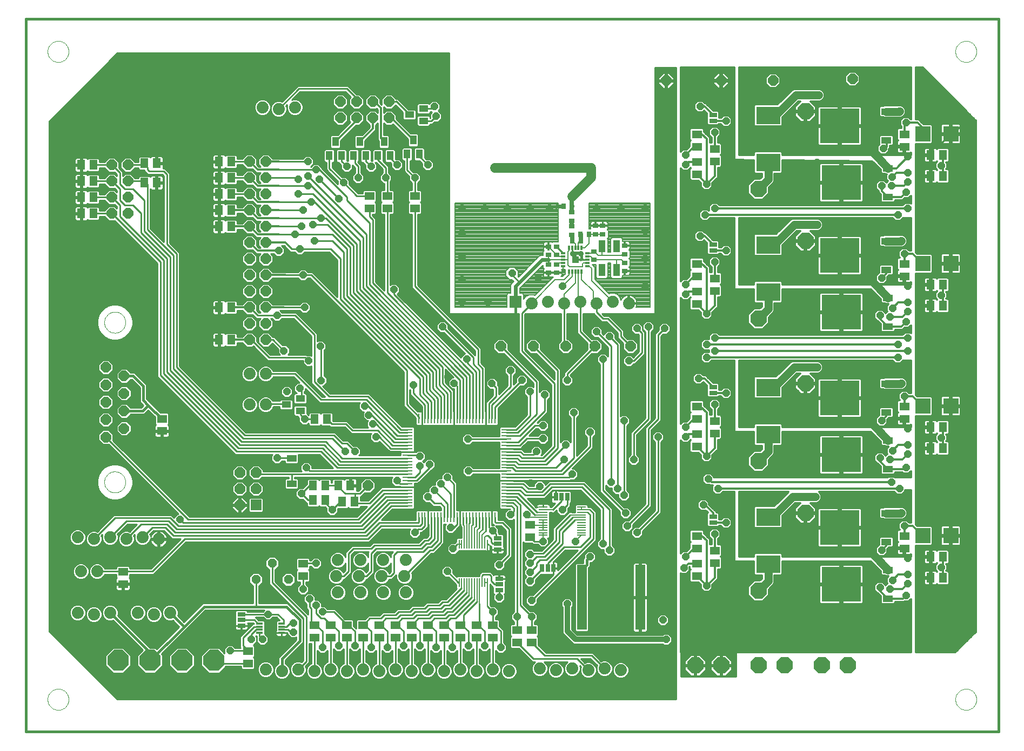
<source format=gtl>
G75*
G70*
%OFA0B0*%
%FSLAX24Y24*%
%IPPOS*%
%LPD*%
%AMOC8*
5,1,8,0,0,1.08239X$1,22.5*
%
%ADD10C,0.0160*%
%ADD11R,0.0433X0.0748*%
%ADD12R,0.0354X0.0276*%
%ADD13R,0.0276X0.0354*%
%ADD14R,0.0394X0.0394*%
%ADD15R,0.0256X0.0118*%
%ADD16R,0.0118X0.0256*%
%ADD17R,0.0591X0.0512*%
%ADD18OC8,0.1000*%
%ADD19R,0.0600X0.4000*%
%ADD20R,0.0394X0.0551*%
%ADD21R,0.0551X0.0394*%
%ADD22R,0.0500X0.0250*%
%ADD23C,0.0740*%
%ADD24R,0.0740X0.0740*%
%ADD25R,0.0106X0.0591*%
%ADD26R,0.0591X0.0106*%
%ADD27R,0.0660X0.0660*%
%ADD28OC8,0.0660*%
%ADD29R,0.0591X0.0413*%
%ADD30R,0.0512X0.0591*%
%ADD31OC8,0.0640*%
%ADD32R,0.2441X0.2126*%
%ADD33R,0.0630X0.0394*%
%ADD34R,0.0945X0.0945*%
%ADD35R,0.1496X0.1102*%
%ADD36C,0.0000*%
%ADD37OC8,0.1300*%
%ADD38OC8,0.0560*%
%ADD39R,0.0394X0.0138*%
%ADD40R,0.0098X0.0551*%
%ADD41R,0.0551X0.0098*%
%ADD42R,0.0250X0.0500*%
%ADD43C,0.0350*%
%ADD44C,0.0100*%
%ADD45C,0.0080*%
%ADD46C,0.0240*%
%ADD47OC8,0.0440*%
%ADD48C,0.0120*%
%ADD49C,0.0500*%
%ADD50C,0.0250*%
%ADD51C,0.0591*%
%ADD52C,0.0320*%
D10*
X000182Y000189D02*
X000182Y044189D01*
X060182Y044189D01*
X060182Y000189D01*
X000182Y000189D01*
X007852Y004589D02*
X007852Y005069D01*
X005382Y007539D01*
X007852Y004589D02*
X009917Y006654D01*
X009917Y006704D01*
X009082Y007539D01*
X009917Y006654D02*
X011182Y007919D01*
X014382Y007919D01*
X016252Y007919D01*
X017082Y007089D01*
X017082Y005789D01*
X015982Y004689D01*
X015982Y003939D01*
X034482Y008489D02*
X034682Y008789D01*
X034682Y010389D01*
X034782Y010489D01*
X034782Y010789D01*
X034982Y010989D01*
X030382Y025889D02*
X030382Y026739D01*
X008582Y019513D02*
X007744Y020351D01*
X007392Y019999D01*
X006242Y019999D01*
X007432Y020663D02*
X007744Y020351D01*
X007432Y020663D02*
X007432Y021539D01*
X006812Y022159D01*
X006242Y022159D01*
D11*
X035729Y028711D03*
X036634Y028711D03*
X036634Y030168D03*
X035729Y030168D03*
D12*
X035232Y029845D03*
X035232Y029333D03*
X035338Y030918D03*
X035777Y030918D03*
X035777Y031430D03*
X035338Y031430D03*
X033879Y031393D03*
X033879Y031748D03*
X033879Y032259D03*
X033879Y030881D03*
X032932Y030145D03*
X032432Y030145D03*
X032432Y029633D03*
X032932Y029633D03*
X032932Y029045D03*
X032432Y029045D03*
X032432Y028533D03*
X032932Y028533D03*
X037132Y028633D03*
X037132Y029145D03*
X037132Y029683D03*
X037132Y030195D03*
D13*
X034922Y030901D03*
X034410Y030901D03*
X034416Y030489D03*
X033905Y030489D03*
X033865Y032629D03*
X033353Y032629D03*
D14*
X034082Y029339D03*
D15*
X034830Y029339D03*
X034830Y029142D03*
X034830Y028946D03*
X034830Y029536D03*
X034830Y029733D03*
X033334Y029733D03*
X033334Y029536D03*
X033334Y029339D03*
X033334Y029142D03*
X033334Y028946D03*
D16*
X033688Y028591D03*
X033885Y028591D03*
X034082Y028591D03*
X034279Y028591D03*
X034475Y028591D03*
X034475Y030087D03*
X034279Y030087D03*
X034082Y030087D03*
X033885Y030087D03*
X033688Y030087D03*
D17*
X041582Y029063D03*
X041582Y028315D03*
X041582Y027363D03*
X041582Y026615D03*
X042682Y027415D03*
X042682Y028163D03*
X041582Y034615D03*
X041582Y035363D03*
X041582Y036315D03*
X041582Y037063D03*
X042682Y036163D03*
X042682Y035415D03*
X054382Y036315D03*
X054382Y037063D03*
X054382Y029063D03*
X054382Y028315D03*
X054382Y020263D03*
X054382Y019515D03*
X054382Y012263D03*
X054382Y011515D03*
X042682Y011363D03*
X042682Y010615D03*
X041582Y010563D03*
X041582Y009815D03*
X041582Y011515D03*
X041582Y012263D03*
X041582Y017815D03*
X041582Y018563D03*
X041582Y019515D03*
X041582Y020263D03*
X042682Y019363D03*
X042682Y018615D03*
X031282Y012963D03*
X031282Y012215D03*
X028982Y006763D03*
X028982Y006015D03*
X027982Y006015D03*
X027982Y006763D03*
X026982Y006763D03*
X025982Y006763D03*
X025982Y006015D03*
X026982Y006015D03*
X024982Y006015D03*
X024982Y006763D03*
X023982Y006763D03*
X022982Y006763D03*
X022982Y006015D03*
X023982Y006015D03*
X021982Y006015D03*
X021982Y006763D03*
X020982Y006763D03*
X019982Y006763D03*
X019982Y006015D03*
X020982Y006015D03*
X018982Y006015D03*
X018982Y006763D03*
X017982Y006763D03*
X017982Y006015D03*
X013882Y005163D03*
X013882Y004415D03*
X006182Y009315D03*
X006182Y010063D03*
X017282Y009815D03*
X017282Y010563D03*
X008582Y018765D03*
X008582Y019513D03*
X021382Y032515D03*
X021382Y033263D03*
X022482Y033263D03*
X022482Y032515D03*
X024182Y032515D03*
X024182Y033263D03*
X030482Y006463D03*
X031382Y006463D03*
X031382Y005715D03*
X030482Y005715D03*
D18*
X041482Y004289D03*
X043082Y004289D03*
X045382Y004289D03*
X046982Y004289D03*
X049282Y004289D03*
X050882Y004289D03*
X045382Y008889D03*
X048282Y013689D03*
X045382Y016889D03*
X048282Y021689D03*
X045382Y025689D03*
X048282Y030489D03*
X045382Y033689D03*
X048282Y038489D03*
D19*
X038082Y008489D03*
X034482Y008489D03*
D20*
X024456Y035856D03*
X023708Y035856D03*
X024082Y036722D03*
X022656Y035756D03*
X021908Y035756D03*
X021156Y035756D03*
X020408Y035756D03*
X019656Y035756D03*
X018908Y035756D03*
X019282Y036622D03*
X020782Y036622D03*
X022282Y036622D03*
D21*
X023849Y038289D03*
X024715Y037915D03*
X024715Y038663D03*
X017115Y020763D03*
X017115Y020015D03*
X016249Y020389D03*
D22*
X029282Y012139D03*
X029282Y011789D03*
X029282Y011439D03*
X029382Y009639D03*
X029382Y009289D03*
X029382Y008939D03*
X042582Y013112D03*
X042582Y013466D03*
X042582Y021112D03*
X042582Y021466D03*
X042582Y029912D03*
X042582Y030266D03*
X042582Y037912D03*
X042582Y038266D03*
X013482Y007439D03*
X013482Y007089D03*
X013482Y006739D03*
D23*
X014982Y004039D03*
X015982Y003939D03*
X016982Y004039D03*
X017982Y003939D03*
X018982Y004039D03*
X019982Y003939D03*
X020982Y004039D03*
X021982Y003939D03*
X022982Y004039D03*
X023982Y003939D03*
X024982Y004039D03*
X025982Y003939D03*
X026982Y004039D03*
X027982Y003939D03*
X028982Y004039D03*
X029982Y003939D03*
X031882Y004089D03*
X032882Y003989D03*
X033882Y004089D03*
X034882Y003989D03*
X035882Y004089D03*
X036882Y003989D03*
X023632Y008789D03*
X023532Y009789D03*
X023632Y010789D03*
X022232Y010789D03*
X022132Y009789D03*
X020732Y009789D03*
X020832Y010789D03*
X019432Y010789D03*
X019332Y009789D03*
X019432Y008789D03*
X020832Y008789D03*
X022232Y008789D03*
X009082Y007539D03*
X008082Y007439D03*
X007082Y007539D03*
X005382Y007539D03*
X004382Y007439D03*
X003382Y007539D03*
X003582Y010089D03*
X004582Y010089D03*
X004382Y012089D03*
X005382Y012189D03*
X006382Y012089D03*
X007382Y012189D03*
X008382Y012089D03*
X003382Y012189D03*
X013982Y020389D03*
X014982Y020389D03*
X014982Y022289D03*
X013982Y022289D03*
X031382Y026639D03*
X032382Y026739D03*
X033382Y026639D03*
X034382Y026739D03*
X035382Y026639D03*
X036382Y026739D03*
X037382Y026639D03*
X016782Y038739D03*
X015782Y038639D03*
X014782Y038739D03*
D24*
X030382Y026739D03*
D25*
X029144Y019540D03*
X028947Y019540D03*
X028750Y019540D03*
X028553Y019540D03*
X028357Y019540D03*
X028160Y019540D03*
X027963Y019540D03*
X027766Y019540D03*
X027569Y019540D03*
X027372Y019540D03*
X027175Y019540D03*
X026979Y019540D03*
X026782Y019540D03*
X026585Y019540D03*
X026388Y019540D03*
X026191Y019540D03*
X025994Y019540D03*
X025797Y019540D03*
X025601Y019540D03*
X025404Y019540D03*
X025207Y019540D03*
X025010Y019540D03*
X024813Y019540D03*
X024616Y019540D03*
X024420Y019540D03*
X024420Y013438D03*
X024616Y013438D03*
X024813Y013438D03*
X025010Y013438D03*
X025207Y013438D03*
X025404Y013438D03*
X025601Y013438D03*
X025797Y013438D03*
X025994Y013438D03*
X026191Y013438D03*
X026388Y013438D03*
X026585Y013438D03*
X026782Y013438D03*
X026979Y013438D03*
X027175Y013438D03*
X027372Y013438D03*
X027569Y013438D03*
X027766Y013438D03*
X027963Y013438D03*
X028160Y013438D03*
X028357Y013438D03*
X028553Y013438D03*
X028750Y013438D03*
X028947Y013438D03*
X029144Y013438D03*
D26*
X029833Y014127D03*
X029833Y014324D03*
X029833Y014521D03*
X029833Y014718D03*
X029833Y014914D03*
X029833Y015111D03*
X029833Y015308D03*
X029833Y015505D03*
X029833Y015702D03*
X029833Y015899D03*
X029833Y016096D03*
X029833Y016292D03*
X029833Y016489D03*
X029833Y016686D03*
X029833Y016883D03*
X029833Y017080D03*
X029833Y017277D03*
X029833Y017474D03*
X029833Y017670D03*
X029833Y017867D03*
X029833Y018064D03*
X029833Y018261D03*
X029833Y018458D03*
X029833Y018655D03*
X029833Y018851D03*
X023731Y018851D03*
X023731Y018655D03*
X023731Y018458D03*
X023731Y018261D03*
X023731Y018064D03*
X023731Y017867D03*
X023731Y017670D03*
X023731Y017474D03*
X023731Y017277D03*
X023731Y017080D03*
X023731Y016883D03*
X023731Y016686D03*
X023731Y016489D03*
X023731Y016292D03*
X023731Y016096D03*
X023731Y015899D03*
X023731Y015702D03*
X023731Y015505D03*
X023731Y015308D03*
X023731Y015111D03*
X023731Y014914D03*
X023731Y014718D03*
X023731Y014521D03*
X023731Y014324D03*
X023731Y014127D03*
D27*
X014382Y014189D03*
D28*
X013382Y014189D03*
X013382Y015189D03*
X014382Y015189D03*
X014382Y016189D03*
X013382Y016189D03*
D29*
X016582Y015492D03*
X016582Y017087D03*
D30*
X017908Y015389D03*
X018656Y015389D03*
X019458Y015389D03*
X020206Y015389D03*
X020456Y014389D03*
X019708Y014389D03*
X018656Y014489D03*
X017908Y014489D03*
X018008Y019489D03*
X018756Y019489D03*
X012856Y024389D03*
X012108Y024389D03*
X012108Y026389D03*
X012856Y026389D03*
X012856Y031389D03*
X012108Y031389D03*
X012108Y032389D03*
X012856Y032389D03*
X012856Y033389D03*
X012108Y033389D03*
X012108Y034389D03*
X012856Y034389D03*
X012856Y035389D03*
X012108Y035389D03*
X008256Y035289D03*
X007508Y035289D03*
X007508Y034089D03*
X008256Y034089D03*
X004356Y034189D03*
X003608Y034189D03*
X003608Y035189D03*
X004356Y035189D03*
X004356Y033189D03*
X003608Y033189D03*
X003608Y032189D03*
X004356Y032189D03*
X056008Y034489D03*
X056756Y034489D03*
X056756Y035789D03*
X056008Y035789D03*
X056008Y027789D03*
X056756Y027789D03*
X056756Y026489D03*
X056008Y026489D03*
X056008Y018989D03*
X056756Y018989D03*
X056756Y017689D03*
X056008Y017689D03*
X056008Y010989D03*
X056756Y010989D03*
X056756Y009689D03*
X056008Y009689D03*
D31*
X037482Y023989D03*
X035282Y023989D03*
X033482Y023989D03*
X031482Y023989D03*
X029482Y023989D03*
X021282Y015389D03*
X014982Y024389D03*
X013982Y024389D03*
X013982Y025389D03*
X014982Y025389D03*
X014982Y026389D03*
X013982Y026389D03*
X013982Y027389D03*
X014982Y027389D03*
X014982Y028389D03*
X013982Y028389D03*
X013982Y029389D03*
X014982Y029389D03*
X014982Y030389D03*
X013982Y030389D03*
X013982Y031389D03*
X014982Y031389D03*
X014982Y032389D03*
X013982Y032389D03*
X013982Y033389D03*
X014982Y033389D03*
X014982Y034389D03*
X013982Y034389D03*
X013982Y035389D03*
X014982Y035389D03*
X019582Y038089D03*
X020582Y038089D03*
X021582Y038089D03*
X022582Y038089D03*
X022582Y039089D03*
X021582Y039089D03*
X020582Y039089D03*
X019582Y039089D03*
X006482Y035189D03*
X005482Y035189D03*
X005482Y034189D03*
X006482Y034189D03*
X006482Y033189D03*
X005482Y033189D03*
X005482Y032189D03*
X006482Y032189D03*
X005122Y022699D03*
X006242Y022159D03*
X006242Y021079D03*
X006242Y019999D03*
X005122Y019459D03*
X005122Y018379D03*
X006242Y018919D03*
X005122Y020539D03*
X005122Y021619D03*
X039682Y040389D03*
X043082Y040389D03*
X046282Y040389D03*
X051182Y040489D03*
D32*
X050397Y037589D03*
X050497Y034089D03*
X050397Y029589D03*
X050497Y026089D03*
X050397Y020789D03*
X050497Y017289D03*
X050397Y012789D03*
X050497Y009289D03*
D33*
X053371Y008392D03*
X053371Y010187D03*
X053271Y011892D03*
X053271Y013687D03*
X053371Y016392D03*
X053371Y018187D03*
X053271Y019892D03*
X053271Y021687D03*
X053371Y025192D03*
X053371Y026987D03*
X053271Y028692D03*
X053271Y030487D03*
X053371Y033192D03*
X053371Y034987D03*
X053271Y036692D03*
X053271Y038487D03*
D34*
X055516Y037089D03*
X057248Y037089D03*
X057248Y029089D03*
X055516Y029089D03*
X055516Y020289D03*
X057248Y020289D03*
X057248Y012289D03*
X055516Y012289D03*
D35*
X045982Y013446D03*
X045982Y010533D03*
X045982Y018533D03*
X045982Y021446D03*
X045982Y027333D03*
X045982Y030246D03*
X045982Y035333D03*
X045982Y038246D03*
D36*
X057532Y042189D02*
X057534Y042239D01*
X057540Y042289D01*
X057550Y042339D01*
X057563Y042387D01*
X057580Y042435D01*
X057601Y042481D01*
X057625Y042525D01*
X057653Y042567D01*
X057684Y042607D01*
X057718Y042644D01*
X057755Y042679D01*
X057794Y042710D01*
X057835Y042739D01*
X057879Y042764D01*
X057925Y042786D01*
X057972Y042804D01*
X058020Y042818D01*
X058069Y042829D01*
X058119Y042836D01*
X058169Y042839D01*
X058220Y042838D01*
X058270Y042833D01*
X058320Y042824D01*
X058368Y042812D01*
X058416Y042795D01*
X058462Y042775D01*
X058507Y042752D01*
X058550Y042725D01*
X058590Y042695D01*
X058628Y042662D01*
X058663Y042626D01*
X058696Y042587D01*
X058725Y042546D01*
X058751Y042503D01*
X058774Y042458D01*
X058793Y042411D01*
X058808Y042363D01*
X058820Y042314D01*
X058828Y042264D01*
X058832Y042214D01*
X058832Y042164D01*
X058828Y042114D01*
X058820Y042064D01*
X058808Y042015D01*
X058793Y041967D01*
X058774Y041920D01*
X058751Y041875D01*
X058725Y041832D01*
X058696Y041791D01*
X058663Y041752D01*
X058628Y041716D01*
X058590Y041683D01*
X058550Y041653D01*
X058507Y041626D01*
X058462Y041603D01*
X058416Y041583D01*
X058368Y041566D01*
X058320Y041554D01*
X058270Y041545D01*
X058220Y041540D01*
X058169Y041539D01*
X058119Y041542D01*
X058069Y041549D01*
X058020Y041560D01*
X057972Y041574D01*
X057925Y041592D01*
X057879Y041614D01*
X057835Y041639D01*
X057794Y041668D01*
X057755Y041699D01*
X057718Y041734D01*
X057684Y041771D01*
X057653Y041811D01*
X057625Y041853D01*
X057601Y041897D01*
X057580Y041943D01*
X057563Y041991D01*
X057550Y042039D01*
X057540Y042089D01*
X057534Y042139D01*
X057532Y042189D01*
X005032Y025469D02*
X005034Y025519D01*
X005040Y025569D01*
X005050Y025619D01*
X005063Y025667D01*
X005080Y025715D01*
X005101Y025761D01*
X005125Y025805D01*
X005153Y025847D01*
X005184Y025887D01*
X005218Y025924D01*
X005255Y025959D01*
X005294Y025990D01*
X005335Y026019D01*
X005379Y026044D01*
X005425Y026066D01*
X005472Y026084D01*
X005520Y026098D01*
X005569Y026109D01*
X005619Y026116D01*
X005669Y026119D01*
X005720Y026118D01*
X005770Y026113D01*
X005820Y026104D01*
X005868Y026092D01*
X005916Y026075D01*
X005962Y026055D01*
X006007Y026032D01*
X006050Y026005D01*
X006090Y025975D01*
X006128Y025942D01*
X006163Y025906D01*
X006196Y025867D01*
X006225Y025826D01*
X006251Y025783D01*
X006274Y025738D01*
X006293Y025691D01*
X006308Y025643D01*
X006320Y025594D01*
X006328Y025544D01*
X006332Y025494D01*
X006332Y025444D01*
X006328Y025394D01*
X006320Y025344D01*
X006308Y025295D01*
X006293Y025247D01*
X006274Y025200D01*
X006251Y025155D01*
X006225Y025112D01*
X006196Y025071D01*
X006163Y025032D01*
X006128Y024996D01*
X006090Y024963D01*
X006050Y024933D01*
X006007Y024906D01*
X005962Y024883D01*
X005916Y024863D01*
X005868Y024846D01*
X005820Y024834D01*
X005770Y024825D01*
X005720Y024820D01*
X005669Y024819D01*
X005619Y024822D01*
X005569Y024829D01*
X005520Y024840D01*
X005472Y024854D01*
X005425Y024872D01*
X005379Y024894D01*
X005335Y024919D01*
X005294Y024948D01*
X005255Y024979D01*
X005218Y025014D01*
X005184Y025051D01*
X005153Y025091D01*
X005125Y025133D01*
X005101Y025177D01*
X005080Y025223D01*
X005063Y025271D01*
X005050Y025319D01*
X005040Y025369D01*
X005034Y025419D01*
X005032Y025469D01*
X005032Y015609D02*
X005034Y015659D01*
X005040Y015709D01*
X005050Y015759D01*
X005063Y015807D01*
X005080Y015855D01*
X005101Y015901D01*
X005125Y015945D01*
X005153Y015987D01*
X005184Y016027D01*
X005218Y016064D01*
X005255Y016099D01*
X005294Y016130D01*
X005335Y016159D01*
X005379Y016184D01*
X005425Y016206D01*
X005472Y016224D01*
X005520Y016238D01*
X005569Y016249D01*
X005619Y016256D01*
X005669Y016259D01*
X005720Y016258D01*
X005770Y016253D01*
X005820Y016244D01*
X005868Y016232D01*
X005916Y016215D01*
X005962Y016195D01*
X006007Y016172D01*
X006050Y016145D01*
X006090Y016115D01*
X006128Y016082D01*
X006163Y016046D01*
X006196Y016007D01*
X006225Y015966D01*
X006251Y015923D01*
X006274Y015878D01*
X006293Y015831D01*
X006308Y015783D01*
X006320Y015734D01*
X006328Y015684D01*
X006332Y015634D01*
X006332Y015584D01*
X006328Y015534D01*
X006320Y015484D01*
X006308Y015435D01*
X006293Y015387D01*
X006274Y015340D01*
X006251Y015295D01*
X006225Y015252D01*
X006196Y015211D01*
X006163Y015172D01*
X006128Y015136D01*
X006090Y015103D01*
X006050Y015073D01*
X006007Y015046D01*
X005962Y015023D01*
X005916Y015003D01*
X005868Y014986D01*
X005820Y014974D01*
X005770Y014965D01*
X005720Y014960D01*
X005669Y014959D01*
X005619Y014962D01*
X005569Y014969D01*
X005520Y014980D01*
X005472Y014994D01*
X005425Y015012D01*
X005379Y015034D01*
X005335Y015059D01*
X005294Y015088D01*
X005255Y015119D01*
X005218Y015154D01*
X005184Y015191D01*
X005153Y015231D01*
X005125Y015273D01*
X005101Y015317D01*
X005080Y015363D01*
X005063Y015411D01*
X005050Y015459D01*
X005040Y015509D01*
X005034Y015559D01*
X005032Y015609D01*
X001532Y002189D02*
X001534Y002239D01*
X001540Y002289D01*
X001550Y002339D01*
X001563Y002387D01*
X001580Y002435D01*
X001601Y002481D01*
X001625Y002525D01*
X001653Y002567D01*
X001684Y002607D01*
X001718Y002644D01*
X001755Y002679D01*
X001794Y002710D01*
X001835Y002739D01*
X001879Y002764D01*
X001925Y002786D01*
X001972Y002804D01*
X002020Y002818D01*
X002069Y002829D01*
X002119Y002836D01*
X002169Y002839D01*
X002220Y002838D01*
X002270Y002833D01*
X002320Y002824D01*
X002368Y002812D01*
X002416Y002795D01*
X002462Y002775D01*
X002507Y002752D01*
X002550Y002725D01*
X002590Y002695D01*
X002628Y002662D01*
X002663Y002626D01*
X002696Y002587D01*
X002725Y002546D01*
X002751Y002503D01*
X002774Y002458D01*
X002793Y002411D01*
X002808Y002363D01*
X002820Y002314D01*
X002828Y002264D01*
X002832Y002214D01*
X002832Y002164D01*
X002828Y002114D01*
X002820Y002064D01*
X002808Y002015D01*
X002793Y001967D01*
X002774Y001920D01*
X002751Y001875D01*
X002725Y001832D01*
X002696Y001791D01*
X002663Y001752D01*
X002628Y001716D01*
X002590Y001683D01*
X002550Y001653D01*
X002507Y001626D01*
X002462Y001603D01*
X002416Y001583D01*
X002368Y001566D01*
X002320Y001554D01*
X002270Y001545D01*
X002220Y001540D01*
X002169Y001539D01*
X002119Y001542D01*
X002069Y001549D01*
X002020Y001560D01*
X001972Y001574D01*
X001925Y001592D01*
X001879Y001614D01*
X001835Y001639D01*
X001794Y001668D01*
X001755Y001699D01*
X001718Y001734D01*
X001684Y001771D01*
X001653Y001811D01*
X001625Y001853D01*
X001601Y001897D01*
X001580Y001943D01*
X001563Y001991D01*
X001550Y002039D01*
X001540Y002089D01*
X001534Y002139D01*
X001532Y002189D01*
X001532Y042189D02*
X001534Y042239D01*
X001540Y042289D01*
X001550Y042339D01*
X001563Y042387D01*
X001580Y042435D01*
X001601Y042481D01*
X001625Y042525D01*
X001653Y042567D01*
X001684Y042607D01*
X001718Y042644D01*
X001755Y042679D01*
X001794Y042710D01*
X001835Y042739D01*
X001879Y042764D01*
X001925Y042786D01*
X001972Y042804D01*
X002020Y042818D01*
X002069Y042829D01*
X002119Y042836D01*
X002169Y042839D01*
X002220Y042838D01*
X002270Y042833D01*
X002320Y042824D01*
X002368Y042812D01*
X002416Y042795D01*
X002462Y042775D01*
X002507Y042752D01*
X002550Y042725D01*
X002590Y042695D01*
X002628Y042662D01*
X002663Y042626D01*
X002696Y042587D01*
X002725Y042546D01*
X002751Y042503D01*
X002774Y042458D01*
X002793Y042411D01*
X002808Y042363D01*
X002820Y042314D01*
X002828Y042264D01*
X002832Y042214D01*
X002832Y042164D01*
X002828Y042114D01*
X002820Y042064D01*
X002808Y042015D01*
X002793Y041967D01*
X002774Y041920D01*
X002751Y041875D01*
X002725Y041832D01*
X002696Y041791D01*
X002663Y041752D01*
X002628Y041716D01*
X002590Y041683D01*
X002550Y041653D01*
X002507Y041626D01*
X002462Y041603D01*
X002416Y041583D01*
X002368Y041566D01*
X002320Y041554D01*
X002270Y041545D01*
X002220Y041540D01*
X002169Y041539D01*
X002119Y041542D01*
X002069Y041549D01*
X002020Y041560D01*
X001972Y041574D01*
X001925Y041592D01*
X001879Y041614D01*
X001835Y041639D01*
X001794Y041668D01*
X001755Y041699D01*
X001718Y041734D01*
X001684Y041771D01*
X001653Y041811D01*
X001625Y041853D01*
X001601Y041897D01*
X001580Y041943D01*
X001563Y041991D01*
X001550Y042039D01*
X001540Y042089D01*
X001534Y042139D01*
X001532Y042189D01*
X057532Y002189D02*
X057534Y002239D01*
X057540Y002289D01*
X057550Y002339D01*
X057563Y002387D01*
X057580Y002435D01*
X057601Y002481D01*
X057625Y002525D01*
X057653Y002567D01*
X057684Y002607D01*
X057718Y002644D01*
X057755Y002679D01*
X057794Y002710D01*
X057835Y002739D01*
X057879Y002764D01*
X057925Y002786D01*
X057972Y002804D01*
X058020Y002818D01*
X058069Y002829D01*
X058119Y002836D01*
X058169Y002839D01*
X058220Y002838D01*
X058270Y002833D01*
X058320Y002824D01*
X058368Y002812D01*
X058416Y002795D01*
X058462Y002775D01*
X058507Y002752D01*
X058550Y002725D01*
X058590Y002695D01*
X058628Y002662D01*
X058663Y002626D01*
X058696Y002587D01*
X058725Y002546D01*
X058751Y002503D01*
X058774Y002458D01*
X058793Y002411D01*
X058808Y002363D01*
X058820Y002314D01*
X058828Y002264D01*
X058832Y002214D01*
X058832Y002164D01*
X058828Y002114D01*
X058820Y002064D01*
X058808Y002015D01*
X058793Y001967D01*
X058774Y001920D01*
X058751Y001875D01*
X058725Y001832D01*
X058696Y001791D01*
X058663Y001752D01*
X058628Y001716D01*
X058590Y001683D01*
X058550Y001653D01*
X058507Y001626D01*
X058462Y001603D01*
X058416Y001583D01*
X058368Y001566D01*
X058320Y001554D01*
X058270Y001545D01*
X058220Y001540D01*
X058169Y001539D01*
X058119Y001542D01*
X058069Y001549D01*
X058020Y001560D01*
X057972Y001574D01*
X057925Y001592D01*
X057879Y001614D01*
X057835Y001639D01*
X057794Y001668D01*
X057755Y001699D01*
X057718Y001734D01*
X057684Y001771D01*
X057653Y001811D01*
X057625Y001853D01*
X057601Y001897D01*
X057580Y001943D01*
X057563Y001991D01*
X057550Y002039D01*
X057540Y002089D01*
X057534Y002139D01*
X057532Y002189D01*
D37*
X011792Y004589D03*
X009822Y004589D03*
X007852Y004589D03*
X005882Y004589D03*
D38*
X014382Y009589D03*
X015382Y010589D03*
X016382Y009589D03*
D39*
X015951Y006885D03*
X015951Y006688D03*
X015951Y006491D03*
X015951Y006294D03*
X014612Y006294D03*
X014612Y006491D03*
X014612Y006688D03*
X014612Y006885D03*
D40*
X026916Y009408D03*
X027073Y009408D03*
X027231Y009408D03*
X027388Y009408D03*
X027546Y009408D03*
X027703Y009408D03*
X027860Y009408D03*
X028018Y009408D03*
X028175Y009408D03*
X028333Y009408D03*
X028490Y009408D03*
X028648Y009408D03*
X028648Y011770D03*
X028490Y011770D03*
X028333Y011770D03*
X028175Y011770D03*
X028018Y011770D03*
X027860Y011770D03*
X027703Y011770D03*
X027546Y011770D03*
X027388Y011770D03*
X027231Y011770D03*
X027073Y011770D03*
X026916Y011770D03*
D41*
X032101Y012323D03*
X032101Y012481D03*
X032101Y012638D03*
X032101Y012796D03*
X032101Y012953D03*
X032101Y013111D03*
X032101Y013268D03*
X032101Y013426D03*
X032101Y013583D03*
X032101Y013740D03*
X032101Y013898D03*
X032101Y014055D03*
X034463Y014055D03*
X034463Y013898D03*
X034463Y013740D03*
X034463Y013583D03*
X034463Y013426D03*
X034463Y013268D03*
X034463Y013111D03*
X034463Y012953D03*
X034463Y012796D03*
X034463Y012638D03*
X034463Y012481D03*
X034463Y012323D03*
D42*
X032732Y010289D03*
X032382Y010289D03*
X032032Y010289D03*
X032882Y014689D03*
X033232Y014689D03*
X033582Y014689D03*
D43*
X033932Y029689D03*
X034432Y029689D03*
D44*
X034432Y029439D01*
X034532Y029339D01*
X034830Y029339D01*
X034082Y029339D02*
X034082Y029639D01*
X033882Y029839D01*
X033882Y030087D01*
X033885Y030087D01*
X033334Y029733D02*
X032977Y030089D01*
X032932Y030089D01*
X032932Y030145D01*
X032432Y029339D02*
X032432Y029045D01*
X032432Y028533D02*
X032926Y028533D01*
X032932Y028539D01*
X032932Y028533D01*
X033382Y026639D02*
X033382Y024089D01*
X033482Y023989D01*
X033786Y023657D02*
X034695Y023657D01*
X034597Y023559D02*
X033687Y023559D01*
X033668Y023539D02*
X033932Y023803D01*
X033932Y024176D01*
X033668Y024439D01*
X033562Y024439D01*
X033562Y025989D01*
X034202Y025989D01*
X034202Y024964D01*
X034202Y024815D01*
X034836Y024180D01*
X034832Y024176D01*
X034832Y023803D01*
X034836Y023798D01*
X033402Y022364D01*
X033402Y022215D01*
X033402Y022204D01*
X033232Y022034D01*
X033232Y021744D01*
X033437Y021539D01*
X033727Y021539D01*
X033932Y021744D01*
X033932Y022034D01*
X033762Y022204D01*
X033762Y022215D01*
X035091Y023544D01*
X035095Y023539D01*
X035468Y023539D01*
X035732Y023803D01*
X035732Y024176D01*
X035468Y024439D01*
X035095Y024439D01*
X035091Y024435D01*
X034562Y024964D01*
X034562Y025989D01*
X035227Y025989D01*
X035307Y025909D01*
X035602Y025615D01*
X035707Y025509D01*
X036007Y025509D01*
X036702Y024815D01*
X036702Y024515D01*
X036807Y024409D01*
X037036Y024180D01*
X037032Y024176D01*
X037032Y023803D01*
X037295Y023539D01*
X037668Y023539D01*
X037932Y023803D01*
X037932Y024176D01*
X037668Y024439D01*
X037295Y024439D01*
X037291Y024435D01*
X037062Y024664D01*
X037062Y024815D01*
X037062Y024964D01*
X036262Y025764D01*
X036156Y025869D01*
X035856Y025869D01*
X035736Y025989D01*
X038982Y025989D01*
X038982Y041189D01*
X040282Y041189D01*
X040282Y002189D01*
X005823Y002189D01*
X001682Y006331D01*
X001632Y006381D01*
X001632Y037898D01*
X001682Y037948D01*
X005823Y042089D01*
X026282Y042089D01*
X026282Y025989D01*
X030602Y025989D01*
X030602Y023615D01*
X030707Y023509D01*
X032602Y021615D01*
X032602Y017864D01*
X032007Y017269D01*
X031957Y017269D01*
X032032Y017344D01*
X032032Y017634D01*
X031827Y017839D01*
X031537Y017839D01*
X031332Y017634D01*
X031332Y017469D01*
X030956Y017469D01*
X030772Y017654D01*
X030623Y017654D01*
X030278Y017654D01*
X030278Y017670D01*
X029833Y017670D01*
X029833Y017671D01*
X030278Y017671D01*
X030278Y017687D01*
X030585Y017687D01*
X030734Y017687D01*
X031156Y018109D01*
X031767Y018109D01*
X031937Y017939D01*
X032227Y017939D01*
X032432Y018144D01*
X032432Y018434D01*
X032227Y018639D01*
X031937Y018639D01*
X031767Y018469D01*
X031216Y018469D01*
X031656Y018909D01*
X031767Y018909D01*
X031937Y018739D01*
X032227Y018739D01*
X032432Y018944D01*
X032432Y019234D01*
X032227Y019439D01*
X031937Y019439D01*
X031767Y019269D01*
X031716Y019269D01*
X032362Y019915D01*
X032362Y020064D01*
X032362Y020674D01*
X032532Y020844D01*
X032532Y021134D01*
X032327Y021339D01*
X032037Y021339D01*
X031862Y021164D01*
X031862Y021715D01*
X031862Y021864D01*
X029927Y023798D01*
X029932Y023803D01*
X029932Y024176D01*
X029668Y024439D01*
X029295Y024439D01*
X029032Y024176D01*
X029032Y023803D01*
X029295Y023539D01*
X029668Y023539D01*
X029673Y023544D01*
X031502Y021715D01*
X031502Y021464D01*
X031427Y021539D01*
X031137Y021539D01*
X030932Y021334D01*
X030932Y021044D01*
X031102Y020874D01*
X031102Y019764D01*
X030369Y019031D01*
X030185Y019031D01*
X030182Y019035D01*
X029484Y019035D01*
X029408Y018958D01*
X029408Y018744D01*
X029408Y018548D01*
X029408Y018441D01*
X027768Y018441D01*
X027598Y018611D01*
X027308Y018611D01*
X027103Y018406D01*
X027103Y018116D01*
X027308Y017911D01*
X027598Y017911D01*
X027768Y018081D01*
X029408Y018081D01*
X029408Y017957D01*
X029408Y017798D01*
X029398Y017781D01*
X029388Y017743D01*
X029388Y017671D01*
X029832Y017671D01*
X029832Y017670D01*
X029388Y017670D01*
X029388Y017597D01*
X029398Y017559D01*
X029408Y017542D01*
X029408Y017367D01*
X029408Y017170D01*
X029408Y016990D01*
X029408Y016776D01*
X029408Y016579D01*
X029408Y016472D01*
X027800Y016472D01*
X027630Y016642D01*
X027340Y016642D01*
X027135Y016437D01*
X027135Y016147D01*
X027340Y015942D01*
X027630Y015942D01*
X027800Y016112D01*
X029408Y016112D01*
X029408Y015989D01*
X029408Y015830D01*
X029398Y015813D01*
X029388Y015775D01*
X029388Y015702D01*
X029832Y015702D01*
X029832Y015702D01*
X029388Y015702D01*
X029388Y015629D01*
X029398Y015591D01*
X029408Y015574D01*
X029408Y015398D01*
X029408Y015201D01*
X029408Y015004D01*
X029408Y014807D01*
X029408Y014611D01*
X029408Y014414D01*
X029408Y014217D01*
X029408Y014020D01*
X029484Y013944D01*
X030073Y013944D01*
X030077Y013939D01*
X029937Y013939D01*
X029732Y013734D01*
X029732Y013444D01*
X029937Y013239D01*
X030227Y013239D01*
X030302Y013314D01*
X030302Y007604D01*
X030132Y007434D01*
X030132Y007144D01*
X030302Y006974D01*
X030302Y006849D01*
X030133Y006849D01*
X030056Y006773D01*
X030056Y006154D01*
X030121Y006089D01*
X030056Y006025D01*
X030056Y005406D01*
X030133Y005329D01*
X030613Y005329D01*
X031328Y004615D01*
X031433Y004509D01*
X031595Y004509D01*
X031458Y004372D01*
X031382Y004189D01*
X031382Y003990D01*
X031458Y003806D01*
X031599Y003665D01*
X031782Y003589D01*
X031981Y003589D01*
X032165Y003665D01*
X032306Y003806D01*
X032382Y003990D01*
X032382Y004189D01*
X032306Y004372D01*
X032169Y004509D01*
X033595Y004509D01*
X033458Y004372D01*
X033382Y004189D01*
X033382Y003990D01*
X033458Y003806D01*
X033599Y003665D01*
X033782Y003589D01*
X033981Y003589D01*
X034165Y003665D01*
X034306Y003806D01*
X034382Y003990D01*
X034382Y004189D01*
X034349Y004267D01*
X034425Y004192D01*
X034382Y004089D01*
X034382Y003890D01*
X034458Y003706D01*
X034599Y003565D01*
X034782Y003489D01*
X034981Y003489D01*
X035165Y003565D01*
X035306Y003706D01*
X035382Y003890D01*
X035382Y004089D01*
X035306Y004272D01*
X035165Y004413D01*
X034981Y004489D01*
X034782Y004489D01*
X034679Y004446D01*
X034416Y004709D01*
X035007Y004709D01*
X035425Y004292D01*
X035382Y004189D01*
X035382Y003990D01*
X035458Y003806D01*
X035599Y003665D01*
X035782Y003589D01*
X035981Y003589D01*
X036165Y003665D01*
X036306Y003806D01*
X036382Y003990D01*
X036382Y004189D01*
X036306Y004372D01*
X036165Y004513D01*
X035981Y004589D01*
X035782Y004589D01*
X035679Y004546D01*
X035156Y005069D01*
X035007Y005069D01*
X032282Y005069D01*
X031807Y005545D01*
X031807Y006025D01*
X031743Y006089D01*
X031807Y006154D01*
X031807Y006773D01*
X031731Y006849D01*
X031562Y006849D01*
X031562Y006974D01*
X031732Y007144D01*
X031732Y007434D01*
X031527Y007639D01*
X031286Y007639D01*
X030862Y008064D01*
X030862Y011900D01*
X030933Y011829D01*
X031413Y011829D01*
X031483Y011759D01*
X031767Y011759D01*
X031937Y011589D01*
X032227Y011589D01*
X032432Y011794D01*
X032432Y012084D01*
X032372Y012144D01*
X032430Y012144D01*
X032506Y012220D01*
X032506Y012426D01*
X032506Y012584D01*
X032506Y012741D01*
X032506Y012899D01*
X032506Y013056D01*
X032506Y013214D01*
X032506Y013322D01*
X032506Y013529D01*
X032506Y013686D01*
X032506Y013728D01*
X032606Y013728D01*
X032616Y013718D01*
X032765Y013718D01*
X032932Y013885D01*
X032932Y013744D01*
X033137Y013539D01*
X033427Y013539D01*
X033632Y013744D01*
X033632Y013985D01*
X033762Y014115D01*
X033762Y014264D01*
X033762Y014310D01*
X033837Y014385D01*
X033837Y014993D01*
X033761Y015069D01*
X033403Y015069D01*
X033082Y015069D01*
X033065Y015079D01*
X033026Y015089D01*
X032894Y015089D01*
X032894Y014702D01*
X032869Y014702D01*
X032869Y015089D01*
X032737Y015089D01*
X032699Y015079D01*
X032665Y015059D01*
X032637Y015031D01*
X032617Y014997D01*
X032607Y014959D01*
X032607Y014702D01*
X032869Y014702D01*
X032869Y014677D01*
X032607Y014677D01*
X032607Y014420D01*
X032617Y014381D01*
X032637Y014347D01*
X032665Y014319D01*
X032699Y014300D01*
X032737Y014289D01*
X032827Y014289D01*
X032606Y014068D01*
X032526Y014068D01*
X032526Y014124D01*
X032516Y014163D01*
X032496Y014197D01*
X032735Y014197D01*
X032714Y014296D02*
X031430Y014296D01*
X031331Y014394D02*
X032614Y014394D01*
X032607Y014493D02*
X031233Y014493D01*
X031134Y014591D02*
X032607Y014591D01*
X032607Y014788D02*
X032385Y014788D01*
X032312Y014715D02*
X032706Y015109D01*
X034407Y015109D01*
X035602Y013915D01*
X035602Y012104D01*
X035432Y011934D01*
X035432Y011644D01*
X035637Y011439D01*
X035832Y011439D01*
X035832Y011244D01*
X036037Y011039D01*
X036327Y011039D01*
X036532Y011244D01*
X036532Y011534D01*
X036362Y011704D01*
X036362Y013964D01*
X036256Y014069D01*
X034762Y015564D01*
X034656Y015669D01*
X032606Y015669D01*
X032457Y015669D01*
X032232Y015444D01*
X032232Y015484D01*
X032027Y015689D01*
X031737Y015689D01*
X031532Y015484D01*
X031532Y015369D01*
X031256Y015369D01*
X030941Y015685D01*
X030791Y015685D01*
X030278Y015685D01*
X030278Y015702D01*
X030278Y015719D01*
X033617Y015719D01*
X033766Y015719D01*
X033786Y015739D01*
X034027Y015739D01*
X034232Y015944D01*
X034232Y016234D01*
X034027Y016439D01*
X033886Y016439D01*
X035162Y017715D01*
X035162Y017864D01*
X035162Y018374D01*
X035332Y018544D01*
X035332Y018834D01*
X035127Y019039D01*
X034837Y019039D01*
X034632Y018834D01*
X034632Y018544D01*
X034802Y018374D01*
X034802Y017864D01*
X034162Y017224D01*
X034162Y019574D01*
X034332Y019744D01*
X034332Y020034D01*
X034127Y020239D01*
X033837Y020239D01*
X033632Y020034D01*
X033632Y019744D01*
X033802Y019574D01*
X033802Y018064D01*
X033627Y018239D01*
X033337Y018239D01*
X033162Y018064D01*
X033162Y022564D01*
X033056Y022669D01*
X031927Y023798D01*
X031932Y023803D01*
X031932Y024176D01*
X031668Y024439D01*
X031295Y024439D01*
X031032Y024176D01*
X031032Y023803D01*
X031295Y023539D01*
X031668Y023539D01*
X031673Y023544D01*
X032802Y022415D01*
X032802Y021924D01*
X030962Y023764D01*
X030962Y025965D01*
X030986Y025989D01*
X033202Y025989D01*
X033202Y024346D01*
X033032Y024176D01*
X033032Y023803D01*
X033295Y023539D01*
X033668Y023539D01*
X033885Y023756D02*
X034794Y023756D01*
X034832Y023854D02*
X033932Y023854D01*
X033932Y023953D02*
X034832Y023953D01*
X034832Y024051D02*
X033932Y024051D01*
X033932Y024150D02*
X034832Y024150D01*
X034768Y024248D02*
X033859Y024248D01*
X033760Y024347D02*
X034669Y024347D01*
X034571Y024446D02*
X033562Y024446D01*
X033562Y024544D02*
X034472Y024544D01*
X034374Y024643D02*
X033562Y024643D01*
X033562Y024741D02*
X034275Y024741D01*
X034202Y024840D02*
X033562Y024840D01*
X033562Y024938D02*
X034202Y024938D01*
X034202Y025037D02*
X033562Y025037D01*
X033562Y025135D02*
X034202Y025135D01*
X034202Y025234D02*
X033562Y025234D01*
X033562Y025332D02*
X034202Y025332D01*
X034202Y025431D02*
X033562Y025431D01*
X033562Y025529D02*
X034202Y025529D01*
X034202Y025628D02*
X033562Y025628D01*
X033562Y025727D02*
X034202Y025727D01*
X034202Y025825D02*
X033562Y025825D01*
X033562Y025924D02*
X034202Y025924D01*
X034562Y025924D02*
X035293Y025924D01*
X035307Y025909D02*
X035307Y025909D01*
X035391Y025825D02*
X034562Y025825D01*
X034562Y025727D02*
X035490Y025727D01*
X035588Y025628D02*
X034562Y025628D01*
X034562Y025529D02*
X035687Y025529D01*
X035602Y025615D02*
X035602Y025615D01*
X035782Y025689D02*
X035382Y026089D01*
X035382Y026639D01*
X035802Y025924D02*
X040282Y025924D01*
X040282Y026022D02*
X038982Y026022D01*
X038982Y026121D02*
X040282Y026121D01*
X040282Y026219D02*
X038982Y026219D01*
X038982Y026318D02*
X040282Y026318D01*
X040282Y026416D02*
X038982Y026416D01*
X038982Y026515D02*
X040282Y026515D01*
X040282Y026613D02*
X038982Y026613D01*
X038982Y026712D02*
X040282Y026712D01*
X040282Y026811D02*
X038982Y026811D01*
X038982Y026909D02*
X040282Y026909D01*
X040282Y027008D02*
X038982Y027008D01*
X038982Y027106D02*
X040282Y027106D01*
X040282Y027205D02*
X038982Y027205D01*
X038982Y027303D02*
X040282Y027303D01*
X040282Y027402D02*
X038982Y027402D01*
X038982Y027500D02*
X040282Y027500D01*
X040282Y027599D02*
X038982Y027599D01*
X038982Y027697D02*
X040282Y027697D01*
X040282Y027796D02*
X038982Y027796D01*
X038982Y027895D02*
X040282Y027895D01*
X040282Y027993D02*
X038982Y027993D01*
X038982Y028092D02*
X040282Y028092D01*
X040282Y028190D02*
X038982Y028190D01*
X038982Y028289D02*
X040282Y028289D01*
X040282Y028387D02*
X038982Y028387D01*
X038982Y028486D02*
X040282Y028486D01*
X040282Y028584D02*
X038982Y028584D01*
X038982Y028683D02*
X040282Y028683D01*
X040282Y028781D02*
X038982Y028781D01*
X038982Y028880D02*
X040282Y028880D01*
X040282Y028979D02*
X038982Y028979D01*
X038982Y029077D02*
X040282Y029077D01*
X040282Y029176D02*
X038982Y029176D01*
X038982Y029274D02*
X040282Y029274D01*
X040282Y029373D02*
X038982Y029373D01*
X038982Y029471D02*
X040282Y029471D01*
X040282Y029570D02*
X038982Y029570D01*
X038982Y029668D02*
X040282Y029668D01*
X040282Y029767D02*
X038982Y029767D01*
X038982Y029865D02*
X040282Y029865D01*
X040282Y029964D02*
X038982Y029964D01*
X038982Y030062D02*
X040282Y030062D01*
X040282Y030161D02*
X038982Y030161D01*
X038982Y030260D02*
X040282Y030260D01*
X040282Y030358D02*
X038982Y030358D01*
X038982Y030457D02*
X040282Y030457D01*
X040282Y030555D02*
X038982Y030555D01*
X038982Y030654D02*
X040282Y030654D01*
X040282Y030752D02*
X038982Y030752D01*
X038982Y030851D02*
X040282Y030851D01*
X040282Y030949D02*
X038982Y030949D01*
X038982Y031048D02*
X040282Y031048D01*
X040282Y031146D02*
X038982Y031146D01*
X038982Y031245D02*
X040282Y031245D01*
X040282Y031344D02*
X038982Y031344D01*
X038982Y031442D02*
X040282Y031442D01*
X040282Y031541D02*
X038982Y031541D01*
X038982Y031639D02*
X040282Y031639D01*
X040282Y031738D02*
X038982Y031738D01*
X038982Y031836D02*
X040282Y031836D01*
X040282Y031935D02*
X038982Y031935D01*
X038982Y032033D02*
X040282Y032033D01*
X040282Y032132D02*
X038982Y032132D01*
X038982Y032230D02*
X040282Y032230D01*
X040282Y032329D02*
X038982Y032329D01*
X038982Y032428D02*
X040282Y032428D01*
X040282Y032526D02*
X038982Y032526D01*
X038982Y032625D02*
X040282Y032625D01*
X040282Y032723D02*
X038982Y032723D01*
X038982Y032822D02*
X040282Y032822D01*
X040282Y032920D02*
X038982Y032920D01*
X038982Y033019D02*
X040282Y033019D01*
X040282Y033117D02*
X038982Y033117D01*
X038982Y033216D02*
X040282Y033216D01*
X040282Y033314D02*
X038982Y033314D01*
X038982Y033413D02*
X040282Y033413D01*
X040282Y033511D02*
X038982Y033511D01*
X038982Y033610D02*
X040282Y033610D01*
X040282Y033709D02*
X038982Y033709D01*
X038982Y033807D02*
X040282Y033807D01*
X040282Y033906D02*
X038982Y033906D01*
X038982Y034004D02*
X040282Y034004D01*
X040282Y034103D02*
X038982Y034103D01*
X038982Y034201D02*
X040282Y034201D01*
X040282Y034300D02*
X038982Y034300D01*
X038982Y034398D02*
X040282Y034398D01*
X040282Y034497D02*
X038982Y034497D01*
X038982Y034595D02*
X040282Y034595D01*
X040282Y034694D02*
X038982Y034694D01*
X038982Y034793D02*
X040282Y034793D01*
X040282Y034891D02*
X038982Y034891D01*
X038982Y034990D02*
X040282Y034990D01*
X040282Y035088D02*
X038982Y035088D01*
X038982Y035187D02*
X040282Y035187D01*
X040282Y035285D02*
X038982Y035285D01*
X038982Y035384D02*
X040282Y035384D01*
X040282Y035482D02*
X038982Y035482D01*
X038982Y035581D02*
X040282Y035581D01*
X040282Y035679D02*
X038982Y035679D01*
X038982Y035778D02*
X040282Y035778D01*
X040282Y035877D02*
X038982Y035877D01*
X038982Y035975D02*
X040282Y035975D01*
X040282Y036074D02*
X038982Y036074D01*
X038982Y036172D02*
X040282Y036172D01*
X040282Y036271D02*
X038982Y036271D01*
X038982Y036369D02*
X040282Y036369D01*
X040282Y036468D02*
X038982Y036468D01*
X038982Y036566D02*
X040282Y036566D01*
X040282Y036665D02*
X038982Y036665D01*
X038982Y036763D02*
X040282Y036763D01*
X040282Y036862D02*
X038982Y036862D01*
X038982Y036961D02*
X040282Y036961D01*
X040282Y037059D02*
X038982Y037059D01*
X038982Y037158D02*
X040282Y037158D01*
X040282Y037256D02*
X038982Y037256D01*
X038982Y037355D02*
X040282Y037355D01*
X040282Y037453D02*
X038982Y037453D01*
X038982Y037552D02*
X040282Y037552D01*
X040282Y037650D02*
X038982Y037650D01*
X038982Y037749D02*
X040282Y037749D01*
X040282Y037847D02*
X038982Y037847D01*
X038982Y037946D02*
X040282Y037946D01*
X040282Y038044D02*
X038982Y038044D01*
X038982Y038143D02*
X040282Y038143D01*
X040282Y038242D02*
X038982Y038242D01*
X038982Y038340D02*
X040282Y038340D01*
X040282Y038439D02*
X038982Y038439D01*
X038982Y038537D02*
X040282Y038537D01*
X040282Y038636D02*
X038982Y038636D01*
X038982Y038734D02*
X040282Y038734D01*
X040282Y038833D02*
X038982Y038833D01*
X038982Y038931D02*
X040282Y038931D01*
X040282Y039030D02*
X038982Y039030D01*
X038982Y039128D02*
X040282Y039128D01*
X040282Y039227D02*
X038982Y039227D01*
X038982Y039326D02*
X040282Y039326D01*
X040282Y039424D02*
X038982Y039424D01*
X038982Y039523D02*
X040282Y039523D01*
X040282Y039621D02*
X038982Y039621D01*
X038982Y039720D02*
X040282Y039720D01*
X040282Y039818D02*
X038982Y039818D01*
X038982Y039917D02*
X040282Y039917D01*
X040282Y040015D02*
X039972Y040015D01*
X039876Y039919D02*
X040152Y040195D01*
X040152Y040339D01*
X039732Y040339D01*
X039732Y040439D01*
X040152Y040439D01*
X040152Y040584D01*
X039876Y040859D01*
X039732Y040859D01*
X039732Y040439D01*
X039632Y040439D01*
X039632Y040339D01*
X039732Y040339D01*
X039732Y039919D01*
X039876Y039919D01*
X039732Y040015D02*
X039632Y040015D01*
X039632Y039919D02*
X039632Y040339D01*
X039212Y040339D01*
X039212Y040195D01*
X039487Y039919D01*
X039632Y039919D01*
X039632Y040114D02*
X039732Y040114D01*
X039732Y040212D02*
X039632Y040212D01*
X039632Y040311D02*
X039732Y040311D01*
X039732Y040410D02*
X040282Y040410D01*
X040282Y040508D02*
X040152Y040508D01*
X040129Y040607D02*
X040282Y040607D01*
X040282Y040705D02*
X040030Y040705D01*
X039932Y040804D02*
X040282Y040804D01*
X040282Y040902D02*
X038982Y040902D01*
X038982Y040804D02*
X039431Y040804D01*
X039487Y040859D02*
X039212Y040584D01*
X039212Y040439D01*
X039632Y040439D01*
X039632Y040859D01*
X039487Y040859D01*
X039632Y040804D02*
X039732Y040804D01*
X039732Y040705D02*
X039632Y040705D01*
X039632Y040607D02*
X039732Y040607D01*
X039732Y040508D02*
X039632Y040508D01*
X039632Y040410D02*
X038982Y040410D01*
X038982Y040508D02*
X039212Y040508D01*
X039234Y040607D02*
X038982Y040607D01*
X038982Y040705D02*
X039333Y040705D01*
X039212Y040311D02*
X038982Y040311D01*
X038982Y040212D02*
X039212Y040212D01*
X039292Y040114D02*
X038982Y040114D01*
X038982Y040015D02*
X039391Y040015D01*
X040071Y040114D02*
X040282Y040114D01*
X040282Y040212D02*
X040152Y040212D01*
X040152Y040311D02*
X040282Y040311D01*
X040282Y041001D02*
X038982Y041001D01*
X038982Y041099D02*
X040282Y041099D01*
X026282Y041099D02*
X004833Y041099D01*
X004735Y041001D02*
X026282Y041001D01*
X026282Y040902D02*
X004636Y040902D01*
X004538Y040804D02*
X026282Y040804D01*
X026282Y040705D02*
X004439Y040705D01*
X004340Y040607D02*
X026282Y040607D01*
X026282Y040508D02*
X004242Y040508D01*
X004143Y040410D02*
X026282Y040410D01*
X026282Y040311D02*
X004045Y040311D01*
X003946Y040212D02*
X026282Y040212D01*
X026282Y040114D02*
X003848Y040114D01*
X003749Y040015D02*
X016903Y040015D01*
X016957Y040069D02*
X015984Y039096D01*
X015881Y039139D01*
X015682Y039139D01*
X015499Y039063D01*
X015358Y038922D01*
X015282Y038739D01*
X015282Y038540D01*
X015358Y038356D01*
X015499Y038215D01*
X015682Y038139D01*
X015881Y038139D01*
X016065Y038215D01*
X016206Y038356D01*
X016282Y038540D01*
X016282Y038739D01*
X016239Y038842D01*
X016314Y038917D01*
X016282Y038839D01*
X016282Y038640D01*
X016358Y038456D01*
X016499Y038315D01*
X016682Y038239D01*
X016881Y038239D01*
X017065Y038315D01*
X017206Y038456D01*
X017282Y038640D01*
X017282Y038839D01*
X017206Y039022D01*
X017065Y039163D01*
X016881Y039239D01*
X016682Y039239D01*
X016604Y039207D01*
X017106Y039709D01*
X019907Y039709D01*
X020236Y039380D01*
X020132Y039276D01*
X020132Y038903D01*
X020395Y038639D01*
X020768Y038639D01*
X021032Y038903D01*
X021032Y039276D01*
X020768Y039539D01*
X020586Y039539D01*
X020162Y039964D01*
X020056Y040069D01*
X017106Y040069D01*
X016957Y040069D01*
X017032Y039889D02*
X015782Y038639D01*
X016240Y038439D02*
X016375Y038439D01*
X016324Y038537D02*
X016281Y038537D01*
X016282Y038636D02*
X016283Y038636D01*
X016282Y038734D02*
X016282Y038734D01*
X016282Y038833D02*
X016243Y038833D01*
X016016Y039128D02*
X015907Y039128D01*
X016115Y039227D02*
X014911Y039227D01*
X014881Y039239D02*
X014682Y039239D01*
X014499Y039163D01*
X014358Y039022D01*
X014282Y038839D01*
X014282Y038640D01*
X014358Y038456D01*
X014499Y038315D01*
X014682Y038239D01*
X014881Y038239D01*
X015065Y038315D01*
X015206Y038456D01*
X015282Y038640D01*
X015282Y038839D01*
X015206Y039022D01*
X015065Y039163D01*
X014881Y039239D01*
X014653Y039227D02*
X002961Y039227D01*
X003059Y039326D02*
X016214Y039326D01*
X016312Y039424D02*
X003158Y039424D01*
X003256Y039523D02*
X016411Y039523D01*
X016509Y039621D02*
X003355Y039621D01*
X003454Y039720D02*
X016608Y039720D01*
X016706Y039818D02*
X003552Y039818D01*
X003651Y039917D02*
X016805Y039917D01*
X017032Y039889D02*
X019982Y039889D01*
X020582Y039289D01*
X020582Y039089D01*
X020883Y039424D02*
X021280Y039424D01*
X021182Y039326D02*
X020982Y039326D01*
X021032Y039227D02*
X021132Y039227D01*
X021132Y039276D02*
X021132Y038903D01*
X021395Y038639D01*
X021768Y038639D01*
X021816Y038687D01*
X021892Y038611D01*
X021892Y038416D01*
X021768Y038539D01*
X021395Y038539D01*
X021132Y038276D01*
X021132Y037903D01*
X021392Y037643D01*
X021392Y037501D01*
X020919Y037028D01*
X020531Y037028D01*
X020455Y036952D01*
X020455Y036293D01*
X020531Y036217D01*
X021032Y036217D01*
X021109Y036293D01*
X021109Y036681D01*
X021772Y037344D01*
X021772Y037501D01*
X021772Y037643D01*
X021892Y037763D01*
X021892Y036901D01*
X021892Y036744D01*
X021955Y036680D01*
X021955Y036293D01*
X022031Y036217D01*
X022532Y036217D01*
X022609Y036293D01*
X022609Y036952D01*
X022532Y037028D01*
X022272Y037028D01*
X022272Y037763D01*
X022395Y037639D01*
X022768Y037639D01*
X022832Y037703D01*
X023755Y036780D01*
X023755Y036393D01*
X023831Y036317D01*
X024332Y036317D01*
X024409Y036393D01*
X024409Y037052D01*
X024332Y037128D01*
X023945Y037128D01*
X023032Y038041D01*
X023032Y038276D01*
X022768Y038539D01*
X022395Y038539D01*
X022272Y038416D01*
X022272Y038763D01*
X022395Y038639D01*
X022768Y038639D01*
X022999Y038870D01*
X023443Y038426D01*
X023443Y038039D01*
X023519Y037962D01*
X024178Y037962D01*
X024254Y038039D01*
X024254Y038540D01*
X024178Y038616D01*
X023790Y038616D01*
X023127Y039279D01*
X023028Y039279D01*
X022768Y039539D01*
X022395Y039539D01*
X022132Y039276D01*
X022132Y038908D01*
X022032Y039008D01*
X022032Y039276D01*
X021768Y039539D01*
X021395Y039539D01*
X021132Y039276D01*
X021132Y039128D02*
X021032Y039128D01*
X021032Y039030D02*
X021132Y039030D01*
X021132Y038931D02*
X021032Y038931D01*
X020962Y038833D02*
X021202Y038833D01*
X021300Y038734D02*
X020863Y038734D01*
X020768Y038539D02*
X020395Y038539D01*
X020132Y038276D01*
X020132Y037903D01*
X020213Y037822D01*
X019419Y037028D01*
X019031Y037028D01*
X018955Y036952D01*
X018955Y036293D01*
X019031Y036217D01*
X019532Y036217D01*
X019609Y036293D01*
X019609Y036680D01*
X020567Y037639D01*
X020768Y037639D01*
X021032Y037903D01*
X021032Y038276D01*
X020768Y038539D01*
X020770Y038537D02*
X021393Y038537D01*
X021295Y038439D02*
X020869Y038439D01*
X020967Y038340D02*
X021196Y038340D01*
X021132Y038242D02*
X021032Y038242D01*
X021032Y038143D02*
X021132Y038143D01*
X021132Y038044D02*
X021032Y038044D01*
X021032Y037946D02*
X021132Y037946D01*
X021187Y037847D02*
X020976Y037847D01*
X020878Y037749D02*
X021286Y037749D01*
X021384Y037650D02*
X020779Y037650D01*
X020480Y037552D02*
X021392Y037552D01*
X021344Y037453D02*
X020381Y037453D01*
X020283Y037355D02*
X021245Y037355D01*
X021147Y037256D02*
X020184Y037256D01*
X020086Y037158D02*
X021048Y037158D01*
X020950Y037059D02*
X019987Y037059D01*
X019889Y036961D02*
X020464Y036961D01*
X020455Y036862D02*
X019790Y036862D01*
X019691Y036763D02*
X020455Y036763D01*
X020455Y036665D02*
X019609Y036665D01*
X019609Y036566D02*
X020455Y036566D01*
X020455Y036468D02*
X019609Y036468D01*
X019609Y036369D02*
X020455Y036369D01*
X020477Y036271D02*
X019586Y036271D01*
X019405Y036162D02*
X019329Y036086D01*
X019329Y035427D01*
X019405Y035351D01*
X019476Y035351D01*
X019476Y035341D01*
X019632Y035185D01*
X019632Y034944D01*
X019837Y034739D01*
X020127Y034739D01*
X020332Y034944D01*
X020332Y035185D01*
X020407Y035109D01*
X020502Y035015D01*
X020502Y034704D01*
X020332Y034534D01*
X020332Y034244D01*
X020537Y034039D01*
X020827Y034039D01*
X021032Y034244D01*
X021032Y034534D01*
X020862Y034704D01*
X020862Y035015D01*
X020862Y035164D01*
X020667Y035359D01*
X020735Y035427D01*
X020735Y036086D01*
X020658Y036162D01*
X020157Y036162D01*
X020081Y036086D01*
X020081Y035439D01*
X019983Y035439D01*
X019983Y036086D01*
X019906Y036162D01*
X019405Y036162D01*
X019329Y036074D02*
X019235Y036074D01*
X019235Y036086D02*
X019158Y036162D01*
X018657Y036162D01*
X018581Y036086D01*
X018581Y035427D01*
X018657Y035351D01*
X018728Y035351D01*
X018728Y035038D01*
X018728Y034889D01*
X019432Y034185D01*
X019432Y033994D01*
X018432Y034994D01*
X018432Y035034D01*
X018227Y035239D01*
X017937Y035239D01*
X017767Y035069D01*
X017757Y035069D01*
X017932Y035244D01*
X017932Y035534D01*
X017727Y035739D01*
X017437Y035739D01*
X017267Y035569D01*
X015870Y035569D01*
X015860Y035579D01*
X015428Y035579D01*
X015168Y035839D01*
X014795Y035839D01*
X014532Y035576D01*
X014532Y035203D01*
X014655Y035079D01*
X014560Y035079D01*
X014432Y035208D01*
X014432Y035576D01*
X014168Y035839D01*
X013795Y035839D01*
X013532Y035576D01*
X013532Y035569D01*
X013242Y035569D01*
X013242Y035738D01*
X013165Y035815D01*
X012546Y035815D01*
X012493Y035761D01*
X012484Y035777D01*
X012456Y035805D01*
X012421Y035824D01*
X012383Y035835D01*
X012158Y035835D01*
X012158Y035439D01*
X012058Y035439D01*
X012058Y035339D01*
X012158Y035339D01*
X012158Y034944D01*
X012383Y034944D01*
X012421Y034954D01*
X012456Y034974D01*
X012484Y035002D01*
X012493Y035017D01*
X012546Y034964D01*
X013165Y034964D01*
X013242Y035040D01*
X013242Y035209D01*
X013532Y035209D01*
X013532Y035203D01*
X013795Y034939D01*
X014163Y034939D01*
X014292Y034811D01*
X014403Y034699D01*
X014655Y034699D01*
X014532Y034576D01*
X014532Y034203D01*
X014655Y034079D01*
X014560Y034079D01*
X014432Y034208D01*
X014432Y034576D01*
X014168Y034839D01*
X013795Y034839D01*
X013532Y034576D01*
X013532Y034569D01*
X013242Y034569D01*
X013242Y034738D01*
X013165Y034815D01*
X012546Y034815D01*
X012493Y034761D01*
X012484Y034777D01*
X012456Y034805D01*
X012421Y034824D01*
X012383Y034835D01*
X012158Y034835D01*
X012158Y034439D01*
X012058Y034439D01*
X012058Y034339D01*
X012158Y034339D01*
X012158Y033944D01*
X012383Y033944D01*
X012421Y033954D01*
X012456Y033974D01*
X012484Y034002D01*
X012493Y034017D01*
X012546Y033964D01*
X013165Y033964D01*
X013242Y034040D01*
X013242Y034209D01*
X013532Y034209D01*
X013532Y034203D01*
X013795Y033939D01*
X014163Y033939D01*
X014292Y033811D01*
X014403Y033699D01*
X014655Y033699D01*
X014532Y033576D01*
X014532Y033203D01*
X014655Y033079D01*
X014560Y033079D01*
X014432Y033208D01*
X014432Y033576D01*
X014168Y033839D01*
X013795Y033839D01*
X013532Y033576D01*
X013532Y033569D01*
X013242Y033569D01*
X013242Y033738D01*
X013165Y033815D01*
X012546Y033815D01*
X012493Y033761D01*
X012484Y033777D01*
X012456Y033805D01*
X012421Y033824D01*
X012383Y033835D01*
X012158Y033835D01*
X012158Y033439D01*
X012058Y033439D01*
X012058Y033339D01*
X012158Y033339D01*
X012158Y032944D01*
X012383Y032944D01*
X012421Y032954D01*
X012456Y032974D01*
X012484Y033002D01*
X012493Y033017D01*
X012546Y032964D01*
X013165Y032964D01*
X013242Y033040D01*
X013242Y033209D01*
X013532Y033209D01*
X013532Y033203D01*
X013795Y032939D01*
X014163Y032939D01*
X014292Y032811D01*
X014403Y032699D01*
X014655Y032699D01*
X014532Y032576D01*
X014532Y032203D01*
X014655Y032079D01*
X014560Y032079D01*
X014432Y032208D01*
X014432Y032576D01*
X014168Y032839D01*
X013795Y032839D01*
X013535Y032579D01*
X013242Y032579D01*
X013242Y032738D01*
X013165Y032815D01*
X012546Y032815D01*
X012493Y032761D01*
X012484Y032777D01*
X012456Y032805D01*
X012421Y032824D01*
X012383Y032835D01*
X012158Y032835D01*
X012158Y032439D01*
X012058Y032439D01*
X012058Y032339D01*
X012158Y032339D01*
X012158Y031944D01*
X012383Y031944D01*
X012421Y031954D01*
X012456Y031974D01*
X012484Y032002D01*
X012493Y032017D01*
X012546Y031964D01*
X013165Y031964D01*
X013242Y032040D01*
X013242Y032199D01*
X013535Y032199D01*
X013795Y031939D01*
X014163Y031939D01*
X014292Y031811D01*
X014403Y031699D01*
X014655Y031699D01*
X014532Y031576D01*
X014532Y031203D01*
X014655Y031079D01*
X014560Y031079D01*
X014432Y031208D01*
X014432Y031576D01*
X014168Y031839D01*
X013795Y031839D01*
X013535Y031579D01*
X013242Y031579D01*
X013242Y031738D01*
X013694Y031738D01*
X013792Y031836D02*
X009062Y031836D01*
X009062Y031738D02*
X011711Y031738D01*
X011712Y031742D02*
X011702Y031704D01*
X011702Y031439D01*
X012058Y031439D01*
X012058Y031339D01*
X012158Y031339D01*
X012158Y030944D01*
X012383Y030944D01*
X012421Y030954D01*
X012456Y030974D01*
X012484Y031002D01*
X012493Y031017D01*
X012546Y030964D01*
X013165Y030964D01*
X013242Y031040D01*
X013242Y031199D01*
X013535Y031199D01*
X013795Y030939D01*
X014163Y030939D01*
X014292Y030811D01*
X014403Y030699D01*
X014655Y030699D01*
X014532Y030576D01*
X014532Y030203D01*
X014655Y030079D01*
X014560Y030079D01*
X014432Y030208D01*
X014432Y030576D01*
X014168Y030839D01*
X013795Y030839D01*
X013532Y030576D01*
X013532Y030203D01*
X013795Y029939D01*
X014163Y029939D01*
X014292Y029811D01*
X014403Y029699D01*
X014655Y029699D01*
X014532Y029576D01*
X014532Y029203D01*
X014795Y028939D01*
X015168Y028939D01*
X015432Y029203D01*
X015432Y029576D01*
X015308Y029699D01*
X015477Y029699D01*
X015637Y029539D01*
X015927Y029539D01*
X016132Y029744D01*
X016132Y030034D01*
X015967Y030199D01*
X016117Y030199D01*
X016507Y029809D01*
X016656Y029809D01*
X016767Y029809D01*
X016937Y029639D01*
X017227Y029639D01*
X017397Y029809D01*
X018907Y029809D01*
X019402Y029315D01*
X019402Y027024D01*
X017962Y028464D01*
X017856Y028569D01*
X017597Y028569D01*
X017427Y028739D01*
X017137Y028739D01*
X016967Y028569D01*
X016270Y028569D01*
X016260Y028579D01*
X015428Y028579D01*
X015168Y028839D01*
X014795Y028839D01*
X014532Y028576D01*
X014532Y028203D01*
X014795Y027939D01*
X015168Y027939D01*
X015428Y028199D01*
X016260Y028199D01*
X016270Y028209D01*
X016967Y028209D01*
X017137Y028039D01*
X017427Y028039D01*
X017597Y028209D01*
X017707Y028209D01*
X023502Y022415D01*
X023502Y020315D01*
X023607Y020209D01*
X024236Y019580D01*
X024236Y019191D01*
X024313Y019115D01*
X024488Y019115D01*
X024505Y019105D01*
X024543Y019095D01*
X024616Y019095D01*
X024616Y019540D01*
X024617Y019540D01*
X024617Y019095D01*
X024689Y019095D01*
X024727Y019105D01*
X024744Y019115D01*
X024903Y019115D01*
X025100Y019115D01*
X025297Y019115D01*
X025494Y019115D01*
X025690Y019115D01*
X025887Y019115D01*
X026084Y019115D01*
X026281Y019115D01*
X026457Y019115D01*
X026474Y019105D01*
X026512Y019095D01*
X026585Y019095D01*
X026658Y019095D01*
X026696Y019105D01*
X026713Y019115D01*
X026889Y019115D01*
X027068Y019115D01*
X027265Y019115D01*
X027462Y019115D01*
X027659Y019115D01*
X027856Y019115D01*
X028053Y019115D01*
X028250Y019115D01*
X028425Y019115D01*
X028442Y019105D01*
X028480Y019095D01*
X028553Y019095D01*
X028553Y019540D01*
X028554Y019540D01*
X028554Y019095D01*
X028626Y019095D01*
X028664Y019105D01*
X028681Y019115D01*
X028840Y019115D01*
X029037Y019115D01*
X029251Y019115D01*
X029327Y019191D01*
X029327Y019890D01*
X029324Y019893D01*
X029324Y020177D01*
X030686Y021539D01*
X030927Y021539D01*
X031132Y021744D01*
X031132Y022034D01*
X030927Y022239D01*
X030637Y022239D01*
X030432Y022034D01*
X030432Y021794D01*
X030262Y021624D01*
X030262Y022174D01*
X030432Y022344D01*
X030432Y022634D01*
X030227Y022839D01*
X029937Y022839D01*
X029732Y022634D01*
X029732Y022344D01*
X029902Y022174D01*
X029902Y021564D01*
X029362Y021024D01*
X029362Y021365D01*
X029362Y021514D01*
X029282Y021594D01*
X029282Y021834D01*
X029077Y022039D01*
X028787Y022039D01*
X028582Y021834D01*
X028582Y021544D01*
X028787Y021339D01*
X029002Y021339D01*
X029002Y020964D01*
X028570Y020532D01*
X028570Y020383D01*
X028570Y019986D01*
X028554Y019986D01*
X028554Y019541D01*
X028553Y019541D01*
X028553Y019986D01*
X028536Y019986D01*
X028536Y022540D01*
X028536Y022689D01*
X028262Y022964D01*
X028262Y023715D01*
X028262Y023864D01*
X024362Y027764D01*
X024362Y032129D01*
X024531Y032129D01*
X024607Y032206D01*
X024607Y032825D01*
X024543Y032889D01*
X024607Y032954D01*
X024607Y033573D01*
X024531Y033649D01*
X024362Y033649D01*
X024362Y034074D01*
X024532Y034244D01*
X024532Y034534D01*
X024327Y034739D01*
X024086Y034739D01*
X023888Y034938D01*
X023888Y035451D01*
X023958Y035451D01*
X024035Y035527D01*
X024035Y036186D01*
X023958Y036262D01*
X023457Y036262D01*
X023381Y036186D01*
X023381Y035527D01*
X023457Y035451D01*
X023528Y035451D01*
X023528Y034938D01*
X023528Y034789D01*
X023832Y034485D01*
X023832Y034244D01*
X024002Y034074D01*
X024002Y033649D01*
X023833Y033649D01*
X023756Y033573D01*
X023756Y032954D01*
X023821Y032889D01*
X023756Y032825D01*
X023756Y032206D01*
X023833Y032129D01*
X024002Y032129D01*
X024002Y027615D01*
X024107Y027509D01*
X027902Y023715D01*
X027902Y023424D01*
X026232Y025094D01*
X026232Y025334D01*
X026027Y025539D01*
X025737Y025539D01*
X025532Y025334D01*
X025532Y025044D01*
X025737Y024839D01*
X025977Y024839D01*
X027277Y023539D01*
X027237Y023539D01*
X027032Y023334D01*
X027032Y023294D01*
X023106Y027219D01*
X023232Y027344D01*
X023232Y027634D01*
X023027Y027839D01*
X022737Y027839D01*
X022662Y027764D01*
X022662Y032129D01*
X022831Y032129D01*
X022907Y032206D01*
X022907Y032825D01*
X022843Y032889D01*
X022907Y032954D01*
X022907Y033573D01*
X022831Y033649D01*
X022662Y033649D01*
X022662Y034174D01*
X022732Y034244D01*
X022732Y034534D01*
X022562Y034704D01*
X022562Y035090D01*
X022456Y035195D01*
X022230Y035422D01*
X022235Y035427D01*
X022235Y036086D01*
X022158Y036162D01*
X021657Y036162D01*
X021581Y036086D01*
X021581Y035439D01*
X021483Y035439D01*
X021483Y036086D01*
X021406Y036162D01*
X020905Y036162D01*
X020829Y036086D01*
X020829Y035427D01*
X020905Y035351D01*
X020976Y035351D01*
X020976Y035341D01*
X021132Y035185D01*
X021132Y034944D01*
X021337Y034739D01*
X021627Y034739D01*
X021832Y034944D01*
X021832Y035234D01*
X021715Y035351D01*
X021792Y035351D01*
X021833Y035309D01*
X022202Y034941D01*
X022202Y034704D01*
X022032Y034534D01*
X022032Y034244D01*
X022237Y034039D01*
X022302Y034039D01*
X022302Y033649D01*
X022133Y033649D01*
X022056Y033573D01*
X022056Y032954D01*
X022121Y032889D01*
X022056Y032825D01*
X022056Y032206D01*
X022133Y032129D01*
X022302Y032129D01*
X022302Y027424D01*
X021762Y027964D01*
X021762Y031715D01*
X021762Y031864D01*
X021562Y032064D01*
X021562Y032129D01*
X021731Y032129D01*
X021807Y032206D01*
X021807Y032825D01*
X021743Y032889D01*
X021807Y032954D01*
X021807Y033573D01*
X021731Y033649D01*
X021033Y033649D01*
X020956Y033573D01*
X020956Y033443D01*
X020682Y033443D01*
X020132Y033994D01*
X020132Y034234D01*
X019927Y034439D01*
X019686Y034439D01*
X019088Y035038D01*
X019088Y035351D01*
X019158Y035351D01*
X019235Y035427D01*
X019235Y036086D01*
X019235Y035975D02*
X019329Y035975D01*
X019329Y035877D02*
X019235Y035877D01*
X019235Y035778D02*
X019329Y035778D01*
X019329Y035679D02*
X019235Y035679D01*
X019235Y035581D02*
X019329Y035581D01*
X019329Y035482D02*
X019235Y035482D01*
X019192Y035384D02*
X019372Y035384D01*
X019531Y035285D02*
X019088Y035285D01*
X019088Y035187D02*
X019630Y035187D01*
X019632Y035088D02*
X019088Y035088D01*
X019136Y034990D02*
X019632Y034990D01*
X019685Y034891D02*
X019234Y034891D01*
X019333Y034793D02*
X019784Y034793D01*
X019530Y034595D02*
X020393Y034595D01*
X020332Y034497D02*
X019629Y034497D01*
X019431Y034694D02*
X020492Y034694D01*
X020502Y034793D02*
X020180Y034793D01*
X020278Y034891D02*
X020502Y034891D01*
X020502Y034990D02*
X020332Y034990D01*
X020332Y035088D02*
X020428Y035088D01*
X020482Y035289D02*
X020482Y035682D01*
X020408Y035756D01*
X020735Y035778D02*
X020829Y035778D01*
X020829Y035877D02*
X020735Y035877D01*
X020735Y035975D02*
X020829Y035975D01*
X020829Y036074D02*
X020735Y036074D01*
X020735Y035679D02*
X020829Y035679D01*
X020829Y035581D02*
X020735Y035581D01*
X020735Y035482D02*
X020829Y035482D01*
X020872Y035384D02*
X020692Y035384D01*
X020740Y035285D02*
X021031Y035285D01*
X021130Y035187D02*
X020839Y035187D01*
X020862Y035088D02*
X021132Y035088D01*
X021132Y034990D02*
X020862Y034990D01*
X020862Y034891D02*
X021185Y034891D01*
X021284Y034793D02*
X020862Y034793D01*
X020872Y034694D02*
X022192Y034694D01*
X022202Y034793D02*
X021680Y034793D01*
X021778Y034891D02*
X022202Y034891D01*
X022153Y034990D02*
X021832Y034990D01*
X021832Y035088D02*
X022054Y035088D01*
X021956Y035187D02*
X021832Y035187D01*
X021857Y035285D02*
X021781Y035285D01*
X021833Y035309D02*
X021833Y035309D01*
X021908Y035489D02*
X022382Y035015D01*
X022382Y034389D01*
X022482Y034289D01*
X022482Y033263D01*
X022907Y033216D02*
X023756Y033216D01*
X023756Y033314D02*
X022907Y033314D01*
X022907Y033413D02*
X023756Y033413D01*
X023756Y033511D02*
X022907Y033511D01*
X022870Y033610D02*
X023793Y033610D01*
X024002Y033709D02*
X022662Y033709D01*
X022662Y033807D02*
X024002Y033807D01*
X024002Y033906D02*
X022662Y033906D01*
X022662Y034004D02*
X024002Y034004D01*
X023973Y034103D02*
X022662Y034103D01*
X022689Y034201D02*
X023875Y034201D01*
X023832Y034300D02*
X022732Y034300D01*
X022732Y034398D02*
X023832Y034398D01*
X023820Y034497D02*
X022732Y034497D01*
X022670Y034595D02*
X023721Y034595D01*
X023622Y034694D02*
X022572Y034694D01*
X022562Y034793D02*
X023528Y034793D01*
X023528Y034891D02*
X023278Y034891D01*
X023227Y034839D02*
X023432Y035044D01*
X023432Y035334D01*
X023227Y035539D01*
X022986Y035539D01*
X022983Y035543D01*
X022983Y036086D01*
X022906Y036162D01*
X022405Y036162D01*
X022329Y036086D01*
X022329Y035427D01*
X022405Y035351D01*
X022666Y035351D01*
X022732Y035285D01*
X022732Y035044D01*
X022937Y034839D01*
X023227Y034839D01*
X023377Y034990D02*
X023528Y034990D01*
X023528Y035088D02*
X023432Y035088D01*
X023432Y035187D02*
X023528Y035187D01*
X023528Y035285D02*
X023432Y035285D01*
X023382Y035384D02*
X023528Y035384D01*
X023425Y035482D02*
X023284Y035482D01*
X023381Y035581D02*
X022983Y035581D01*
X022983Y035679D02*
X023381Y035679D01*
X023381Y035778D02*
X022983Y035778D01*
X022983Y035877D02*
X023381Y035877D01*
X023381Y035975D02*
X022983Y035975D01*
X022983Y036074D02*
X023381Y036074D01*
X023381Y036172D02*
X001632Y036172D01*
X001632Y036074D02*
X018581Y036074D01*
X018581Y035975D02*
X001632Y035975D01*
X001632Y035877D02*
X018581Y035877D01*
X018581Y035778D02*
X015229Y035778D01*
X015328Y035679D02*
X017377Y035679D01*
X017278Y035581D02*
X015426Y035581D01*
X015782Y035389D02*
X017582Y035389D01*
X017932Y035384D02*
X018624Y035384D01*
X018581Y035482D02*
X017932Y035482D01*
X017885Y035581D02*
X018581Y035581D01*
X018581Y035679D02*
X017786Y035679D01*
X017932Y035285D02*
X018728Y035285D01*
X018728Y035187D02*
X018279Y035187D01*
X018378Y035088D02*
X018728Y035088D01*
X018728Y034990D02*
X018436Y034990D01*
X018534Y034891D02*
X018728Y034891D01*
X018633Y034793D02*
X018824Y034793D01*
X018731Y034694D02*
X018922Y034694D01*
X018830Y034595D02*
X019021Y034595D01*
X018929Y034497D02*
X019120Y034497D01*
X019027Y034398D02*
X019218Y034398D01*
X019126Y034300D02*
X019317Y034300D01*
X019224Y034201D02*
X019415Y034201D01*
X019432Y034103D02*
X019323Y034103D01*
X019421Y034004D02*
X019432Y034004D01*
X019782Y034089D02*
X018908Y034963D01*
X018908Y035756D01*
X018977Y036271D02*
X001632Y036271D01*
X001632Y036369D02*
X018955Y036369D01*
X018955Y036468D02*
X001632Y036468D01*
X001632Y036566D02*
X018955Y036566D01*
X018955Y036665D02*
X001632Y036665D01*
X001632Y036763D02*
X018955Y036763D01*
X018955Y036862D02*
X001632Y036862D01*
X001632Y036961D02*
X018964Y036961D01*
X019450Y037059D02*
X001632Y037059D01*
X001632Y037158D02*
X019548Y037158D01*
X019647Y037256D02*
X001632Y037256D01*
X001632Y037355D02*
X019745Y037355D01*
X019844Y037453D02*
X001632Y037453D01*
X001632Y037552D02*
X019942Y037552D01*
X020041Y037650D02*
X019779Y037650D01*
X019768Y037639D02*
X020032Y037903D01*
X020032Y038276D01*
X019768Y038539D01*
X019395Y038539D01*
X019132Y038276D01*
X019132Y037903D01*
X019395Y037639D01*
X019768Y037639D01*
X019878Y037749D02*
X020140Y037749D01*
X020187Y037847D02*
X019976Y037847D01*
X020032Y037946D02*
X020132Y037946D01*
X020132Y038044D02*
X020032Y038044D01*
X020032Y038143D02*
X020132Y038143D01*
X020132Y038242D02*
X020032Y038242D01*
X019967Y038340D02*
X020196Y038340D01*
X020295Y038439D02*
X019869Y038439D01*
X019770Y038537D02*
X020393Y038537D01*
X020300Y038734D02*
X019863Y038734D01*
X019768Y038639D02*
X020032Y038903D01*
X020032Y039276D01*
X019768Y039539D01*
X019395Y039539D01*
X019132Y039276D01*
X019132Y038903D01*
X019395Y038639D01*
X019768Y038639D01*
X019962Y038833D02*
X020202Y038833D01*
X020132Y038931D02*
X020032Y038931D01*
X020032Y039030D02*
X020132Y039030D01*
X020132Y039128D02*
X020032Y039128D01*
X020032Y039227D02*
X020132Y039227D01*
X020182Y039326D02*
X019982Y039326D01*
X019883Y039424D02*
X020192Y039424D01*
X020094Y039523D02*
X019785Y039523D01*
X019995Y039621D02*
X017018Y039621D01*
X016920Y039523D02*
X019379Y039523D01*
X019280Y039424D02*
X016821Y039424D01*
X016722Y039326D02*
X019182Y039326D01*
X019132Y039227D02*
X016911Y039227D01*
X017100Y039128D02*
X019132Y039128D01*
X019132Y039030D02*
X017198Y039030D01*
X017243Y038931D02*
X019132Y038931D01*
X019202Y038833D02*
X017282Y038833D01*
X017282Y038734D02*
X019300Y038734D01*
X019393Y038537D02*
X017239Y038537D01*
X017280Y038636D02*
X021867Y038636D01*
X021892Y038537D02*
X021770Y038537D01*
X021869Y038439D02*
X021892Y038439D01*
X022272Y038439D02*
X022295Y038439D01*
X022272Y038537D02*
X022393Y038537D01*
X022272Y038636D02*
X023234Y038636D01*
X023332Y038537D02*
X022770Y038537D01*
X022869Y038439D02*
X023431Y038439D01*
X023443Y038340D02*
X022967Y038340D01*
X023032Y038242D02*
X023443Y038242D01*
X023443Y038143D02*
X023032Y038143D01*
X023032Y038044D02*
X023443Y038044D01*
X023225Y037847D02*
X024309Y037847D01*
X024309Y037749D02*
X023324Y037749D01*
X023422Y037650D02*
X024323Y037650D01*
X024309Y037665D02*
X024385Y037588D01*
X025044Y037588D01*
X025120Y037665D01*
X025120Y037709D01*
X025256Y037709D01*
X025362Y037815D01*
X025386Y037839D01*
X025627Y037839D01*
X025832Y038044D01*
X025832Y038334D01*
X025627Y038539D01*
X025627Y038539D01*
X025732Y038644D01*
X025732Y038934D01*
X025527Y039139D01*
X025237Y039139D01*
X025066Y038968D01*
X025044Y038990D01*
X024385Y038990D01*
X024309Y038914D01*
X024309Y038413D01*
X024385Y038336D01*
X025044Y038336D01*
X025120Y038413D01*
X025120Y038483D01*
X025181Y038483D01*
X025193Y038483D01*
X025237Y038439D01*
X025132Y038334D01*
X025132Y038094D01*
X025120Y038082D01*
X025120Y038166D01*
X025044Y038242D01*
X024385Y038242D01*
X024309Y038166D01*
X024309Y037665D01*
X024309Y037946D02*
X023127Y037946D01*
X022885Y037650D02*
X022779Y037650D01*
X022984Y037552D02*
X022272Y037552D01*
X022272Y037650D02*
X022384Y037650D01*
X022286Y037749D02*
X022272Y037749D01*
X022272Y037453D02*
X023082Y037453D01*
X023181Y037355D02*
X022272Y037355D01*
X022272Y037256D02*
X023279Y037256D01*
X023378Y037158D02*
X022272Y037158D01*
X022272Y037059D02*
X023476Y037059D01*
X023575Y036961D02*
X022600Y036961D01*
X022609Y036862D02*
X023673Y036862D01*
X023755Y036763D02*
X022609Y036763D01*
X022609Y036665D02*
X023755Y036665D01*
X023755Y036566D02*
X022609Y036566D01*
X022609Y036468D02*
X023755Y036468D01*
X023779Y036369D02*
X022609Y036369D01*
X022586Y036271D02*
X026282Y036271D01*
X026282Y036369D02*
X024385Y036369D01*
X024409Y036468D02*
X026282Y036468D01*
X026282Y036566D02*
X024409Y036566D01*
X024409Y036665D02*
X026282Y036665D01*
X026282Y036763D02*
X024409Y036763D01*
X024409Y036862D02*
X026282Y036862D01*
X026282Y036961D02*
X024409Y036961D01*
X024401Y037059D02*
X026282Y037059D01*
X026282Y037158D02*
X023915Y037158D01*
X023817Y037256D02*
X026282Y037256D01*
X026282Y037355D02*
X023718Y037355D01*
X023620Y037453D02*
X026282Y037453D01*
X026282Y037552D02*
X023521Y037552D01*
X022715Y038089D02*
X022582Y038089D01*
X021892Y037749D02*
X021878Y037749D01*
X021892Y037650D02*
X021779Y037650D01*
X021772Y037552D02*
X021892Y037552D01*
X021892Y037453D02*
X021772Y037453D01*
X021772Y037355D02*
X021892Y037355D01*
X021892Y037256D02*
X021684Y037256D01*
X021586Y037158D02*
X021892Y037158D01*
X021892Y037059D02*
X021487Y037059D01*
X021389Y036961D02*
X021892Y036961D01*
X021892Y036862D02*
X021290Y036862D01*
X021191Y036763D02*
X021892Y036763D01*
X021955Y036665D02*
X021109Y036665D01*
X021109Y036566D02*
X021955Y036566D01*
X021955Y036468D02*
X021109Y036468D01*
X021109Y036369D02*
X021955Y036369D01*
X021977Y036271D02*
X021086Y036271D01*
X021483Y036074D02*
X021581Y036074D01*
X021581Y035975D02*
X021483Y035975D01*
X021483Y035877D02*
X021581Y035877D01*
X021581Y035778D02*
X021483Y035778D01*
X021483Y035679D02*
X021581Y035679D01*
X021581Y035581D02*
X021483Y035581D01*
X021483Y035482D02*
X021581Y035482D01*
X021908Y035489D02*
X021908Y035756D01*
X022235Y035778D02*
X022329Y035778D01*
X022329Y035877D02*
X022235Y035877D01*
X022235Y035975D02*
X022329Y035975D01*
X022329Y036074D02*
X022235Y036074D01*
X022235Y035679D02*
X022329Y035679D01*
X022329Y035581D02*
X022235Y035581D01*
X022235Y035482D02*
X022329Y035482D01*
X022372Y035384D02*
X022268Y035384D01*
X022366Y035285D02*
X022731Y035285D01*
X022732Y035187D02*
X022465Y035187D01*
X022456Y035195D02*
X022456Y035195D01*
X022562Y035088D02*
X022732Y035088D01*
X022786Y034990D02*
X022562Y034990D01*
X022562Y034891D02*
X022885Y034891D01*
X023082Y035189D02*
X022656Y035615D01*
X022656Y035756D01*
X023708Y035856D02*
X023708Y034863D01*
X024182Y034389D01*
X024182Y033263D01*
X024607Y033216D02*
X026282Y033216D01*
X026282Y033314D02*
X024607Y033314D01*
X024607Y033413D02*
X026282Y033413D01*
X026282Y033511D02*
X024607Y033511D01*
X024570Y033610D02*
X026282Y033610D01*
X026282Y033709D02*
X024362Y033709D01*
X024362Y033807D02*
X026282Y033807D01*
X026282Y033906D02*
X024362Y033906D01*
X024362Y034004D02*
X026282Y034004D01*
X026282Y034103D02*
X024390Y034103D01*
X024489Y034201D02*
X026282Y034201D01*
X026282Y034300D02*
X024532Y034300D01*
X024532Y034398D02*
X026282Y034398D01*
X026282Y034497D02*
X024532Y034497D01*
X024470Y034595D02*
X026282Y034595D01*
X026282Y034694D02*
X024372Y034694D01*
X024033Y034793D02*
X026282Y034793D01*
X026282Y034891D02*
X025178Y034891D01*
X025127Y034839D02*
X025332Y035044D01*
X025332Y035334D01*
X025127Y035539D01*
X024886Y035539D01*
X024783Y035643D01*
X024783Y036186D01*
X024706Y036262D01*
X024205Y036262D01*
X024129Y036186D01*
X024129Y035527D01*
X024205Y035451D01*
X024466Y035451D01*
X024632Y035285D01*
X024632Y035044D01*
X024837Y034839D01*
X025127Y034839D01*
X025277Y034990D02*
X026282Y034990D01*
X026282Y035088D02*
X025332Y035088D01*
X025332Y035187D02*
X026282Y035187D01*
X026282Y035285D02*
X025332Y035285D01*
X025282Y035384D02*
X026282Y035384D01*
X026282Y035482D02*
X025184Y035482D01*
X024845Y035581D02*
X026282Y035581D01*
X026282Y035679D02*
X024783Y035679D01*
X024783Y035778D02*
X026282Y035778D01*
X026282Y035877D02*
X024783Y035877D01*
X024783Y035975D02*
X026282Y035975D01*
X026282Y036074D02*
X024783Y036074D01*
X024783Y036172D02*
X026282Y036172D01*
X024982Y035189D02*
X024456Y035715D01*
X024456Y035856D01*
X024129Y035877D02*
X024035Y035877D01*
X024035Y035975D02*
X024129Y035975D01*
X024129Y036074D02*
X024035Y036074D01*
X024035Y036172D02*
X024129Y036172D01*
X024129Y035778D02*
X024035Y035778D01*
X024035Y035679D02*
X024129Y035679D01*
X024129Y035581D02*
X024035Y035581D01*
X023990Y035482D02*
X024173Y035482D01*
X023888Y035384D02*
X024533Y035384D01*
X024631Y035285D02*
X023888Y035285D01*
X023888Y035187D02*
X024632Y035187D01*
X024632Y035088D02*
X023888Y035088D01*
X023888Y034990D02*
X024686Y034990D01*
X024785Y034891D02*
X023934Y034891D01*
X022302Y034004D02*
X020132Y034004D01*
X020132Y034103D02*
X020473Y034103D01*
X020375Y034201D02*
X020132Y034201D01*
X020066Y034300D02*
X020332Y034300D01*
X020332Y034398D02*
X019968Y034398D01*
X019782Y034089D02*
X020608Y033263D01*
X021382Y033263D01*
X021807Y033216D02*
X022056Y033216D01*
X022056Y033314D02*
X021807Y033314D01*
X021807Y033413D02*
X022056Y033413D01*
X022056Y033511D02*
X021807Y033511D01*
X021770Y033610D02*
X022093Y033610D01*
X022302Y033709D02*
X020417Y033709D01*
X020318Y033807D02*
X022302Y033807D01*
X022302Y033906D02*
X020220Y033906D01*
X020515Y033610D02*
X020993Y033610D01*
X020956Y033511D02*
X020614Y033511D01*
X020890Y034103D02*
X022173Y034103D01*
X022075Y034201D02*
X020989Y034201D01*
X021032Y034300D02*
X022032Y034300D01*
X022032Y034398D02*
X021032Y034398D01*
X021032Y034497D02*
X022032Y034497D01*
X022093Y034595D02*
X020970Y034595D01*
X020682Y034389D02*
X020682Y035089D01*
X020482Y035289D01*
X020081Y035482D02*
X019983Y035482D01*
X019983Y035581D02*
X020081Y035581D01*
X020081Y035679D02*
X019983Y035679D01*
X019983Y035778D02*
X020081Y035778D01*
X020081Y035877D02*
X019983Y035877D01*
X019983Y035975D02*
X020081Y035975D01*
X020081Y036074D02*
X019983Y036074D01*
X019656Y035756D02*
X019656Y035415D01*
X019982Y035089D01*
X021156Y035415D02*
X021482Y035089D01*
X021156Y035415D02*
X021156Y035756D01*
X019384Y037650D02*
X001632Y037650D01*
X001632Y037749D02*
X019286Y037749D01*
X019187Y037847D02*
X001632Y037847D01*
X001680Y037946D02*
X019132Y037946D01*
X019132Y038044D02*
X001778Y038044D01*
X001877Y038143D02*
X015673Y038143D01*
X015890Y038143D02*
X019132Y038143D01*
X019132Y038242D02*
X016887Y038242D01*
X016677Y038242D02*
X016091Y038242D01*
X016190Y038340D02*
X016474Y038340D01*
X017090Y038340D02*
X019196Y038340D01*
X019295Y038439D02*
X017188Y038439D01*
X016653Y039227D02*
X016624Y039227D01*
X015656Y039128D02*
X015100Y039128D01*
X015198Y039030D02*
X015465Y039030D01*
X015367Y038931D02*
X015243Y038931D01*
X015282Y038833D02*
X015321Y038833D01*
X015282Y038734D02*
X015282Y038734D01*
X015280Y038636D02*
X015282Y038636D01*
X015283Y038537D02*
X015239Y038537D01*
X015188Y038439D02*
X015324Y038439D01*
X015374Y038340D02*
X015090Y038340D01*
X014887Y038242D02*
X015472Y038242D01*
X014677Y038242D02*
X001975Y038242D01*
X002074Y038340D02*
X014474Y038340D01*
X014375Y038439D02*
X002172Y038439D01*
X002271Y038537D02*
X014324Y038537D01*
X014283Y038636D02*
X002370Y038636D01*
X002468Y038734D02*
X014282Y038734D01*
X014282Y038833D02*
X002567Y038833D01*
X002665Y038931D02*
X014320Y038931D01*
X014365Y039030D02*
X002764Y039030D01*
X002862Y039128D02*
X014464Y039128D01*
X014229Y035778D02*
X014734Y035778D01*
X014636Y035679D02*
X014328Y035679D01*
X014426Y035581D02*
X014537Y035581D01*
X014532Y035482D02*
X014432Y035482D01*
X014432Y035384D02*
X014532Y035384D01*
X014532Y035285D02*
X014432Y035285D01*
X014453Y035187D02*
X014548Y035187D01*
X014551Y035088D02*
X014646Y035088D01*
X014650Y034694D02*
X014313Y034694D01*
X014310Y034793D02*
X014215Y034793D01*
X014211Y034891D02*
X008834Y034891D01*
X008862Y034864D02*
X008756Y034969D01*
X008660Y034969D01*
X008662Y034974D01*
X008662Y035239D01*
X008306Y035239D01*
X008306Y035339D01*
X008662Y035339D01*
X008662Y035604D01*
X008651Y035642D01*
X008632Y035677D01*
X008604Y035705D01*
X008570Y035724D01*
X008531Y035735D01*
X008306Y035735D01*
X008306Y035339D01*
X008206Y035339D01*
X008206Y035735D01*
X007980Y035735D01*
X007942Y035724D01*
X007908Y035705D01*
X007880Y035677D01*
X007871Y035661D01*
X007817Y035715D01*
X007198Y035715D01*
X007122Y035638D01*
X007122Y035369D01*
X006932Y035369D01*
X006932Y035376D01*
X006668Y035639D01*
X006295Y035639D01*
X006032Y035376D01*
X006032Y035003D01*
X006295Y034739D01*
X006668Y034739D01*
X006932Y035003D01*
X006932Y035009D01*
X007122Y035009D01*
X007122Y034940D01*
X007198Y034864D01*
X007502Y034864D01*
X007502Y034815D01*
X007607Y034709D01*
X007707Y034609D01*
X007856Y034609D01*
X008607Y034609D01*
X008702Y034515D01*
X008702Y030424D01*
X007862Y031264D01*
X007862Y033708D01*
X007871Y033717D01*
X007880Y033702D01*
X007908Y033674D01*
X007942Y033654D01*
X007980Y033644D01*
X008206Y033644D01*
X008206Y034039D01*
X008306Y034039D01*
X008306Y034139D01*
X008662Y034139D01*
X008662Y034404D01*
X008651Y034442D01*
X008632Y034477D01*
X008604Y034505D01*
X008570Y034524D01*
X008531Y034535D01*
X008306Y034535D01*
X008306Y034139D01*
X008206Y034139D01*
X008206Y034535D01*
X007980Y034535D01*
X007942Y034524D01*
X007908Y034505D01*
X007880Y034477D01*
X007871Y034461D01*
X007817Y034515D01*
X007198Y034515D01*
X007122Y034438D01*
X007122Y034369D01*
X006932Y034369D01*
X006932Y034376D01*
X006668Y034639D01*
X006295Y034639D01*
X006162Y034506D01*
X006162Y034764D01*
X006056Y034869D01*
X005927Y034998D01*
X005932Y035003D01*
X005932Y035376D01*
X005668Y035639D01*
X005295Y035639D01*
X005032Y035376D01*
X005032Y035369D01*
X004742Y035369D01*
X004742Y035538D01*
X004665Y035615D01*
X004046Y035615D01*
X003993Y035561D01*
X003984Y035577D01*
X003956Y035605D01*
X003921Y035624D01*
X003883Y035635D01*
X003658Y035635D01*
X003658Y035239D01*
X003558Y035239D01*
X003558Y035139D01*
X003658Y035139D01*
X003658Y034744D01*
X003883Y034744D01*
X003921Y034754D01*
X003956Y034774D01*
X003984Y034802D01*
X003993Y034817D01*
X004046Y034764D01*
X004665Y034764D01*
X004742Y034840D01*
X004742Y035009D01*
X005032Y035009D01*
X005032Y035003D01*
X005295Y034739D01*
X005668Y034739D01*
X005673Y034744D01*
X005802Y034615D01*
X005802Y034506D01*
X005668Y034639D01*
X005295Y034639D01*
X005032Y034376D01*
X005032Y034369D01*
X004742Y034369D01*
X004742Y034538D01*
X004665Y034615D01*
X004046Y034615D01*
X003993Y034561D01*
X003984Y034577D01*
X003956Y034605D01*
X003921Y034624D01*
X003883Y034635D01*
X003658Y034635D01*
X003658Y034239D01*
X003558Y034239D01*
X003558Y034139D01*
X003658Y034139D01*
X003658Y033744D01*
X003883Y033744D01*
X003921Y033754D01*
X003956Y033774D01*
X003984Y033802D01*
X003993Y033817D01*
X004046Y033764D01*
X004665Y033764D01*
X004742Y033840D01*
X004742Y034009D01*
X005032Y034009D01*
X005032Y034003D01*
X005295Y033739D01*
X005668Y033739D01*
X005673Y033744D01*
X005802Y033615D01*
X005802Y033506D01*
X005668Y033639D01*
X005295Y033639D01*
X005032Y033376D01*
X005032Y033369D01*
X004742Y033369D01*
X004742Y033538D01*
X004665Y033615D01*
X004046Y033615D01*
X003993Y033561D01*
X003984Y033577D01*
X003956Y033605D01*
X003921Y033624D01*
X003883Y033635D01*
X003658Y033635D01*
X003658Y033239D01*
X003558Y033239D01*
X003558Y033139D01*
X003658Y033139D01*
X003658Y032744D01*
X003883Y032744D01*
X003921Y032754D01*
X003956Y032774D01*
X003984Y032802D01*
X003993Y032817D01*
X004046Y032764D01*
X004665Y032764D01*
X004742Y032840D01*
X004742Y033009D01*
X005032Y033009D01*
X005032Y033003D01*
X005295Y032739D01*
X005668Y032739D01*
X005673Y032744D01*
X005802Y032615D01*
X005802Y032506D01*
X005668Y032639D01*
X005295Y032639D01*
X005032Y032376D01*
X005032Y032369D01*
X004742Y032369D01*
X004742Y032538D01*
X004665Y032615D01*
X004046Y032615D01*
X003993Y032561D01*
X003984Y032577D01*
X003956Y032605D01*
X003921Y032624D01*
X003883Y032635D01*
X003658Y032635D01*
X003658Y032239D01*
X003558Y032239D01*
X003558Y032139D01*
X003658Y032139D01*
X003658Y031744D01*
X003883Y031744D01*
X003921Y031754D01*
X003956Y031774D01*
X003984Y031802D01*
X003993Y031817D01*
X004046Y031764D01*
X004665Y031764D01*
X004742Y031840D01*
X004742Y032009D01*
X005032Y032009D01*
X005032Y032003D01*
X005295Y031739D01*
X005668Y031739D01*
X005673Y031744D01*
X008302Y029115D01*
X008302Y022115D01*
X008407Y022009D01*
X013107Y017309D01*
X013256Y017309D01*
X015407Y017309D01*
X015332Y017234D01*
X015332Y016944D01*
X015537Y016739D01*
X015827Y016739D01*
X015999Y016911D01*
X016084Y016912D01*
X016156Y016911D01*
X016156Y016826D01*
X016233Y016750D01*
X016931Y016750D01*
X017007Y016826D01*
X017007Y017309D01*
X018307Y017309D01*
X019147Y016469D01*
X017832Y016469D01*
X017832Y016634D01*
X017627Y016839D01*
X017337Y016839D01*
X017132Y016634D01*
X017132Y016344D01*
X017201Y016276D01*
X016656Y016276D01*
X016507Y016276D01*
X014842Y016276D01*
X014842Y016380D01*
X014572Y016649D01*
X014191Y016649D01*
X013922Y016380D01*
X013922Y015999D01*
X014191Y015729D01*
X014572Y015729D01*
X014759Y015916D01*
X016402Y015916D01*
X016402Y015829D01*
X016233Y015829D01*
X016156Y015753D01*
X016156Y015231D01*
X016233Y015155D01*
X016931Y015155D01*
X017007Y015231D01*
X017007Y015753D01*
X016931Y015829D01*
X016762Y015829D01*
X016762Y015916D01*
X022813Y015916D01*
X022732Y015834D01*
X022732Y015544D01*
X022937Y015339D01*
X023177Y015339D01*
X023191Y015325D01*
X023285Y015325D01*
X023285Y015308D01*
X023285Y015291D01*
X022278Y015291D01*
X022129Y015291D01*
X021307Y014469D01*
X020842Y014469D01*
X020842Y014709D01*
X020856Y014709D01*
X021091Y014944D01*
X021095Y014939D01*
X021468Y014939D01*
X021732Y015203D01*
X021732Y015576D01*
X021468Y015839D01*
X021095Y015839D01*
X020832Y015576D01*
X020832Y015203D01*
X020836Y015198D01*
X020707Y015069D01*
X020610Y015069D01*
X020612Y015074D01*
X020612Y015339D01*
X020256Y015339D01*
X020256Y015439D01*
X020612Y015439D01*
X020612Y015704D01*
X020601Y015742D01*
X020582Y015777D01*
X020554Y015805D01*
X020520Y015824D01*
X020481Y015835D01*
X020256Y015835D01*
X020256Y015439D01*
X020156Y015439D01*
X020156Y015835D01*
X019930Y015835D01*
X019892Y015824D01*
X019858Y015805D01*
X019830Y015777D01*
X019821Y015761D01*
X019767Y015815D01*
X019148Y015815D01*
X019072Y015738D01*
X019072Y015569D01*
X019042Y015569D01*
X019042Y015738D01*
X018965Y015815D01*
X018346Y015815D01*
X018282Y015750D01*
X018217Y015815D01*
X017598Y015815D01*
X017522Y015738D01*
X017522Y015484D01*
X017277Y015239D01*
X017037Y015239D01*
X016832Y015034D01*
X016832Y014744D01*
X017037Y014539D01*
X017277Y014539D01*
X017507Y014309D01*
X017522Y014309D01*
X017522Y014140D01*
X017598Y014064D01*
X018217Y014064D01*
X018282Y014128D01*
X018346Y014064D01*
X018652Y014064D01*
X018732Y013985D01*
X018732Y013744D01*
X018937Y013539D01*
X019227Y013539D01*
X019432Y013744D01*
X019432Y013964D01*
X020017Y013964D01*
X020082Y014028D01*
X020146Y013964D01*
X020765Y013964D01*
X020842Y014040D01*
X020842Y014109D01*
X021247Y014109D01*
X020607Y013469D01*
X010286Y013469D01*
X005567Y018188D01*
X005572Y018193D01*
X005572Y018566D01*
X005308Y018829D01*
X004935Y018829D01*
X004672Y018566D01*
X004672Y018193D01*
X004935Y017929D01*
X005308Y017929D01*
X005313Y017934D01*
X009607Y013639D01*
X009537Y013639D01*
X009332Y013434D01*
X009332Y013394D01*
X009156Y013569D01*
X009007Y013569D01*
X005756Y013569D01*
X005607Y013569D01*
X004584Y012546D01*
X004481Y012589D01*
X004282Y012589D01*
X004099Y012513D01*
X003958Y012372D01*
X003882Y012189D01*
X003882Y011990D01*
X003958Y011806D01*
X004099Y011665D01*
X004282Y011589D01*
X004481Y011589D01*
X004665Y011665D01*
X004806Y011806D01*
X004882Y011990D01*
X004882Y012189D01*
X004839Y012292D01*
X004914Y012367D01*
X004882Y012289D01*
X004882Y012090D01*
X004958Y011906D01*
X005099Y011765D01*
X005282Y011689D01*
X005481Y011689D01*
X005665Y011765D01*
X005806Y011906D01*
X005882Y012090D01*
X005882Y012289D01*
X005839Y012392D01*
X006456Y013009D01*
X007047Y013009D01*
X006584Y012546D01*
X006481Y012589D01*
X006282Y012589D01*
X006099Y012513D01*
X005958Y012372D01*
X005882Y012189D01*
X005882Y011990D01*
X005958Y011806D01*
X006099Y011665D01*
X006282Y011589D01*
X006481Y011589D01*
X006665Y011665D01*
X006806Y011806D01*
X006882Y011990D01*
X006882Y012189D01*
X006839Y012292D01*
X006914Y012367D01*
X006882Y012289D01*
X006882Y012090D01*
X006958Y011906D01*
X007099Y011765D01*
X007282Y011689D01*
X007481Y011689D01*
X007665Y011765D01*
X007806Y011906D01*
X007882Y012090D01*
X007882Y012139D01*
X008332Y012139D01*
X008332Y012608D01*
X008260Y012596D01*
X008182Y012571D01*
X008109Y012534D01*
X008043Y012486D01*
X007985Y012428D01*
X007937Y012362D01*
X007900Y012289D01*
X007882Y012233D01*
X007882Y012289D01*
X007839Y012392D01*
X008056Y012609D01*
X008707Y012609D01*
X009102Y012215D01*
X009207Y012109D01*
X009747Y012109D01*
X007907Y010269D01*
X006607Y010269D01*
X006607Y010373D01*
X006531Y010449D01*
X005833Y010449D01*
X005756Y010373D01*
X005756Y010269D01*
X005048Y010269D01*
X005006Y010372D01*
X004865Y010513D01*
X004681Y010589D01*
X004482Y010589D01*
X004299Y010513D01*
X004158Y010372D01*
X004082Y010189D01*
X004082Y009990D01*
X004158Y009806D01*
X004299Y009665D01*
X004482Y009589D01*
X004681Y009589D01*
X004865Y009665D01*
X005006Y009806D01*
X005048Y009909D01*
X005756Y009909D01*
X005756Y009754D01*
X005810Y009700D01*
X005794Y009691D01*
X005766Y009663D01*
X005747Y009629D01*
X005736Y009591D01*
X005736Y009365D01*
X006132Y009365D01*
X006132Y009265D01*
X006232Y009265D01*
X006232Y009365D01*
X006627Y009365D01*
X006627Y009591D01*
X006617Y009629D01*
X006597Y009663D01*
X006569Y009691D01*
X006554Y009700D01*
X006607Y009754D01*
X006607Y009909D01*
X008056Y009909D01*
X008162Y010015D01*
X010056Y011909D01*
X021356Y011909D01*
X021462Y012015D01*
X022156Y012709D01*
X023907Y012709D01*
X023832Y012634D01*
X023832Y012344D01*
X024037Y012139D01*
X024327Y012139D01*
X024532Y012344D01*
X024532Y012509D01*
X024656Y012509D01*
X024993Y012846D01*
X024993Y012993D01*
X025010Y012993D01*
X025010Y013438D01*
X025010Y012594D01*
X024806Y012389D01*
X024669Y012522D02*
X025027Y012522D01*
X025027Y012620D02*
X024767Y012620D01*
X024866Y012719D02*
X025027Y012719D01*
X025027Y012817D02*
X024964Y012817D01*
X024993Y012916D02*
X025027Y012916D01*
X025027Y012993D02*
X025027Y012289D01*
X024907Y012169D01*
X024707Y012169D01*
X024602Y012064D01*
X024407Y011869D01*
X021607Y011869D01*
X021502Y011764D01*
X021407Y011669D01*
X020456Y011669D01*
X020307Y011669D01*
X020007Y011369D01*
X019902Y011264D01*
X019902Y010961D01*
X019856Y011072D01*
X019715Y011213D01*
X019531Y011289D01*
X019332Y011289D01*
X019149Y011213D01*
X019008Y011072D01*
X018932Y010889D01*
X018932Y010690D01*
X019008Y010506D01*
X019149Y010365D01*
X019332Y010289D01*
X019531Y010289D01*
X019715Y010365D01*
X019856Y010506D01*
X019902Y010618D01*
X019902Y010164D01*
X019772Y010034D01*
X019756Y010072D01*
X019615Y010213D01*
X019431Y010289D01*
X019232Y010289D01*
X019049Y010213D01*
X018908Y010072D01*
X018832Y009889D01*
X018832Y009690D01*
X018908Y009506D01*
X019049Y009365D01*
X019232Y009289D01*
X019431Y009289D01*
X019615Y009365D01*
X019756Y009506D01*
X019798Y009609D01*
X019856Y009609D01*
X019962Y009715D01*
X020262Y010015D01*
X020262Y010164D01*
X020262Y011115D01*
X020456Y011309D01*
X021347Y011309D01*
X021302Y011264D01*
X021302Y010961D01*
X021256Y011072D01*
X021115Y011213D01*
X020931Y011289D01*
X020732Y011289D01*
X020549Y011213D01*
X020408Y011072D01*
X020332Y010889D01*
X020332Y010690D01*
X020408Y010506D01*
X020549Y010365D01*
X020732Y010289D01*
X020931Y010289D01*
X021115Y010365D01*
X021256Y010506D01*
X021302Y010618D01*
X021302Y010164D01*
X021172Y010034D01*
X021156Y010072D01*
X021015Y010213D01*
X020831Y010289D01*
X020632Y010289D01*
X020449Y010213D01*
X020308Y010072D01*
X020232Y009889D01*
X020232Y009690D01*
X020308Y009506D01*
X020449Y009365D01*
X020632Y009289D01*
X020831Y009289D01*
X021015Y009365D01*
X021156Y009506D01*
X021198Y009609D01*
X021256Y009609D01*
X021362Y009715D01*
X021662Y010015D01*
X021662Y010164D01*
X021662Y011115D01*
X021856Y011309D01*
X022847Y011309D01*
X022702Y011164D01*
X022702Y011015D01*
X022702Y010961D01*
X022656Y011072D01*
X022515Y011213D01*
X022331Y011289D01*
X022132Y011289D01*
X021949Y011213D01*
X021808Y011072D01*
X021732Y010889D01*
X021732Y010690D01*
X021808Y010506D01*
X021949Y010365D01*
X022132Y010289D01*
X022331Y010289D01*
X022515Y010365D01*
X022656Y010506D01*
X022702Y010618D01*
X022702Y010064D01*
X022607Y009969D01*
X022598Y009969D01*
X022556Y010072D01*
X022415Y010213D01*
X022231Y010289D01*
X022032Y010289D01*
X021849Y010213D01*
X021708Y010072D01*
X021632Y009889D01*
X021632Y009690D01*
X021708Y009506D01*
X021849Y009365D01*
X022032Y009289D01*
X022231Y009289D01*
X022415Y009365D01*
X022556Y009506D01*
X022598Y009609D01*
X022607Y009609D01*
X022756Y009609D01*
X023032Y009885D01*
X023032Y009690D01*
X023108Y009506D01*
X023249Y009365D01*
X023432Y009289D01*
X023631Y009289D01*
X023815Y009365D01*
X023956Y009506D01*
X024032Y009690D01*
X024032Y009889D01*
X023989Y009992D01*
X025206Y011209D01*
X025207Y011209D01*
X025356Y011209D01*
X025872Y011725D01*
X025977Y011830D01*
X025977Y013013D01*
X026084Y013013D01*
X026110Y013013D01*
X026032Y012934D01*
X026032Y012644D01*
X026237Y012439D01*
X026527Y012439D01*
X026732Y012644D01*
X026732Y012685D01*
X026962Y012915D01*
X026962Y012993D01*
X026978Y012993D01*
X026978Y013438D01*
X026979Y013438D01*
X026979Y012993D01*
X026995Y012993D01*
X026995Y012908D01*
X027061Y012843D01*
X027061Y012176D01*
X026970Y012176D01*
X026813Y012176D01*
X026736Y012100D01*
X026736Y011948D01*
X026627Y011839D01*
X026387Y011839D01*
X026182Y011634D01*
X026182Y011344D01*
X026387Y011139D01*
X026677Y011139D01*
X026882Y011344D01*
X026882Y011365D01*
X026970Y011365D01*
X027176Y011365D01*
X027334Y011365D01*
X027491Y011365D01*
X027649Y011365D01*
X027806Y011365D01*
X027964Y011365D01*
X028121Y011365D01*
X028278Y011365D01*
X028436Y011365D01*
X028524Y011365D01*
X028541Y011355D01*
X028579Y011345D01*
X028648Y011345D01*
X028717Y011345D01*
X028755Y011355D01*
X028789Y011375D01*
X028817Y011403D01*
X028837Y011437D01*
X028847Y011475D01*
X028847Y011669D01*
X028893Y011624D01*
X028892Y011622D01*
X028882Y011584D01*
X028882Y011452D01*
X029269Y011452D01*
X029269Y011427D01*
X028882Y011427D01*
X028882Y011295D01*
X028892Y011256D01*
X028912Y011222D01*
X028940Y011194D01*
X028974Y011175D01*
X029012Y011164D01*
X029269Y011164D01*
X029269Y011427D01*
X029294Y011427D01*
X029294Y011452D01*
X029682Y011452D01*
X029682Y011584D01*
X029671Y011622D01*
X029662Y011639D01*
X029662Y011968D01*
X029662Y012318D01*
X029586Y012394D01*
X029362Y012394D01*
X029362Y012464D01*
X029332Y012494D01*
X029332Y012734D01*
X029157Y012909D01*
X029507Y012909D01*
X029802Y012615D01*
X029802Y011164D01*
X029477Y010839D01*
X029237Y010839D01*
X029032Y010634D01*
X029032Y010344D01*
X029237Y010139D01*
X029527Y010139D01*
X029732Y010344D01*
X029732Y010585D01*
X030162Y011015D01*
X030162Y011164D01*
X030162Y012764D01*
X030056Y012869D01*
X029656Y013269D01*
X029507Y013269D01*
X029327Y013269D01*
X029327Y013787D01*
X029251Y013863D01*
X029075Y013863D01*
X029058Y013873D01*
X029020Y013883D01*
X028947Y013883D01*
X028874Y013883D01*
X028836Y013873D01*
X028819Y013863D01*
X028643Y013863D01*
X028446Y013863D01*
X028250Y013863D01*
X028053Y013863D01*
X027856Y013863D01*
X027659Y013863D01*
X027462Y013863D01*
X027265Y013863D01*
X027107Y013863D01*
X027090Y013873D01*
X027051Y013883D01*
X026979Y013883D01*
X026979Y013439D01*
X026978Y013439D01*
X026978Y013883D01*
X026906Y013883D01*
X026868Y013873D01*
X026851Y013863D01*
X026765Y013863D01*
X026765Y015412D01*
X026765Y015561D01*
X026532Y015794D01*
X026532Y016034D01*
X026327Y016239D01*
X026037Y016239D01*
X025832Y016034D01*
X025832Y015839D01*
X025637Y015839D01*
X025432Y015634D01*
X025432Y015439D01*
X025237Y015439D01*
X025032Y015234D01*
X025032Y015039D01*
X024837Y015039D01*
X024632Y014834D01*
X024632Y014544D01*
X024837Y014339D01*
X025077Y014339D01*
X025307Y014109D01*
X025456Y014109D01*
X025707Y014109D01*
X025814Y014002D01*
X025814Y013863D01*
X025690Y013863D01*
X025494Y013863D01*
X025297Y013863D01*
X025138Y013863D01*
X025121Y013873D01*
X025083Y013883D01*
X025010Y013883D01*
X024937Y013883D01*
X024899Y013873D01*
X024882Y013863D01*
X024706Y013863D01*
X024509Y013863D01*
X024313Y013863D01*
X024236Y013787D01*
X024236Y013269D01*
X022116Y013269D01*
X022794Y013947D01*
X023378Y013947D01*
X023381Y013944D01*
X024080Y013944D01*
X024156Y014020D01*
X024156Y014234D01*
X024156Y014431D01*
X024156Y014628D01*
X024156Y014825D01*
X024156Y015021D01*
X024156Y015180D01*
X024166Y015197D01*
X024176Y015235D01*
X024176Y015308D01*
X023731Y015308D01*
X023731Y015308D01*
X024176Y015308D01*
X024176Y015381D01*
X024166Y015419D01*
X024156Y015436D01*
X024156Y015522D01*
X024220Y015522D01*
X024369Y015522D01*
X025156Y016309D01*
X025186Y016339D01*
X025227Y016339D01*
X025432Y016544D01*
X025432Y016834D01*
X025227Y017039D01*
X024937Y017039D01*
X024732Y016834D01*
X024677Y016889D01*
X024832Y017044D01*
X024832Y017334D01*
X024627Y017539D01*
X024337Y017539D01*
X024254Y017457D01*
X024176Y017457D01*
X024176Y017473D01*
X023731Y017473D01*
X023731Y017474D01*
X024176Y017474D01*
X024176Y017546D01*
X024166Y017585D01*
X024156Y017601D01*
X024156Y017777D01*
X024156Y017974D01*
X024156Y018171D01*
X024156Y018368D01*
X024156Y018565D01*
X024156Y018762D01*
X024156Y018958D01*
X024080Y019035D01*
X023391Y019035D01*
X021356Y021069D01*
X021207Y021069D01*
X018956Y021069D01*
X018496Y021529D01*
X018547Y021529D01*
X018752Y021734D01*
X018752Y022024D01*
X018582Y022194D01*
X018582Y023724D01*
X018712Y023854D01*
X022062Y023854D01*
X022161Y023756D02*
X018613Y023756D01*
X018582Y023657D02*
X022259Y023657D01*
X022358Y023559D02*
X018582Y023559D01*
X018582Y023460D02*
X022456Y023460D01*
X022555Y023362D02*
X018582Y023362D01*
X018582Y023263D02*
X022653Y023263D01*
X022752Y023164D02*
X018582Y023164D01*
X018582Y023066D02*
X022851Y023066D01*
X022949Y022967D02*
X018582Y022967D01*
X018582Y022869D02*
X023048Y022869D01*
X023146Y022770D02*
X018582Y022770D01*
X018582Y022672D02*
X023245Y022672D01*
X023343Y022573D02*
X018582Y022573D01*
X018582Y022475D02*
X023442Y022475D01*
X023502Y022376D02*
X018582Y022376D01*
X018582Y022278D02*
X023502Y022278D01*
X023502Y022179D02*
X018597Y022179D01*
X018695Y022080D02*
X023502Y022080D01*
X023502Y021982D02*
X018752Y021982D01*
X018752Y021883D02*
X023502Y021883D01*
X023502Y021785D02*
X018752Y021785D01*
X018704Y021686D02*
X023502Y021686D01*
X023502Y021588D02*
X018605Y021588D01*
X018536Y021489D02*
X023502Y021489D01*
X023502Y021391D02*
X018635Y021391D01*
X018733Y021292D02*
X023502Y021292D01*
X023502Y021194D02*
X018832Y021194D01*
X018930Y021095D02*
X023502Y021095D01*
X023502Y020996D02*
X021429Y020996D01*
X021528Y020898D02*
X023502Y020898D01*
X023502Y020799D02*
X021626Y020799D01*
X021725Y020701D02*
X023502Y020701D01*
X023502Y020602D02*
X021823Y020602D01*
X021922Y020504D02*
X023502Y020504D01*
X023502Y020405D02*
X022020Y020405D01*
X022119Y020307D02*
X023510Y020307D01*
X023608Y020208D02*
X022217Y020208D01*
X022316Y020110D02*
X023707Y020110D01*
X023805Y020011D02*
X022414Y020011D01*
X022513Y019913D02*
X023904Y019913D01*
X024002Y019814D02*
X022612Y019814D01*
X022710Y019715D02*
X024101Y019715D01*
X024200Y019617D02*
X022809Y019617D01*
X022907Y019518D02*
X024236Y019518D01*
X024236Y019420D02*
X023006Y019420D01*
X023104Y019321D02*
X024236Y019321D01*
X024236Y019223D02*
X023203Y019223D01*
X023301Y019124D02*
X024304Y019124D01*
X024089Y019026D02*
X029475Y019026D01*
X029408Y018927D02*
X024156Y018927D01*
X024156Y018829D02*
X029408Y018829D01*
X029408Y018730D02*
X024156Y018730D01*
X024156Y018631D02*
X029408Y018631D01*
X029408Y018533D02*
X027676Y018533D01*
X027453Y018261D02*
X029833Y018261D01*
X029833Y018458D02*
X030650Y018458D01*
X032182Y019989D01*
X032182Y020989D01*
X032532Y020996D02*
X032602Y020996D01*
X032602Y020898D02*
X032532Y020898D01*
X032487Y020799D02*
X032602Y020799D01*
X032602Y020701D02*
X032388Y020701D01*
X032362Y020602D02*
X032602Y020602D01*
X032602Y020504D02*
X032362Y020504D01*
X032362Y020405D02*
X032602Y020405D01*
X032602Y020307D02*
X032362Y020307D01*
X032362Y020208D02*
X032602Y020208D01*
X032602Y020110D02*
X032362Y020110D01*
X032362Y020011D02*
X032602Y020011D01*
X032602Y019913D02*
X032359Y019913D01*
X032261Y019814D02*
X032602Y019814D01*
X032602Y019715D02*
X032162Y019715D01*
X032064Y019617D02*
X032602Y019617D01*
X032602Y019518D02*
X031965Y019518D01*
X031917Y019420D02*
X031867Y019420D01*
X031819Y019321D02*
X031768Y019321D01*
X031582Y019089D02*
X032082Y019089D01*
X032316Y018829D02*
X032602Y018829D01*
X032602Y018927D02*
X032414Y018927D01*
X032432Y019026D02*
X032602Y019026D01*
X032602Y019124D02*
X032432Y019124D01*
X032432Y019223D02*
X032602Y019223D01*
X032602Y019321D02*
X032345Y019321D01*
X032246Y019420D02*
X032602Y019420D01*
X033162Y019420D02*
X033802Y019420D01*
X033802Y019518D02*
X033162Y019518D01*
X033162Y019617D02*
X033759Y019617D01*
X033661Y019715D02*
X033162Y019715D01*
X033162Y019814D02*
X033632Y019814D01*
X033632Y019913D02*
X033162Y019913D01*
X033162Y020011D02*
X033632Y020011D01*
X033707Y020110D02*
X033162Y020110D01*
X033162Y020208D02*
X033806Y020208D01*
X034158Y020208D02*
X035602Y020208D01*
X035602Y020110D02*
X034256Y020110D01*
X034332Y020011D02*
X035602Y020011D01*
X035602Y019913D02*
X034332Y019913D01*
X034332Y019814D02*
X035602Y019814D01*
X035602Y019715D02*
X034303Y019715D01*
X034204Y019617D02*
X035602Y019617D01*
X035602Y019518D02*
X034162Y019518D01*
X034162Y019420D02*
X035602Y019420D01*
X035602Y019321D02*
X034162Y019321D01*
X034162Y019223D02*
X035602Y019223D01*
X035602Y019124D02*
X034162Y019124D01*
X034162Y019026D02*
X034823Y019026D01*
X034725Y018927D02*
X034162Y018927D01*
X034162Y018829D02*
X034632Y018829D01*
X034632Y018730D02*
X034162Y018730D01*
X034162Y018631D02*
X034632Y018631D01*
X034643Y018533D02*
X034162Y018533D01*
X034162Y018434D02*
X034742Y018434D01*
X034802Y018336D02*
X034162Y018336D01*
X034162Y018237D02*
X034802Y018237D01*
X034802Y018139D02*
X034162Y018139D01*
X034162Y018040D02*
X034802Y018040D01*
X034802Y017942D02*
X034162Y017942D01*
X034162Y017843D02*
X034781Y017843D01*
X034683Y017745D02*
X034162Y017745D01*
X034162Y017646D02*
X034584Y017646D01*
X034485Y017547D02*
X034162Y017547D01*
X034162Y017449D02*
X034387Y017449D01*
X034288Y017350D02*
X034162Y017350D01*
X034162Y017252D02*
X034190Y017252D01*
X033982Y017089D02*
X033182Y016289D01*
X030382Y016289D01*
X030182Y016489D01*
X029833Y016489D01*
X029833Y016292D02*
X027485Y016292D01*
X027135Y016266D02*
X025113Y016266D01*
X025156Y016309D02*
X025156Y016309D01*
X025252Y016365D02*
X027135Y016365D01*
X027161Y016464D02*
X025351Y016464D01*
X025432Y016562D02*
X027260Y016562D01*
X027135Y016168D02*
X026398Y016168D01*
X026497Y016069D02*
X027213Y016069D01*
X027312Y015971D02*
X026532Y015971D01*
X026532Y015872D02*
X029408Y015872D01*
X029408Y015971D02*
X027658Y015971D01*
X027757Y016069D02*
X029408Y016069D01*
X029388Y015774D02*
X026552Y015774D01*
X026650Y015675D02*
X029388Y015675D01*
X029406Y015577D02*
X026749Y015577D01*
X026765Y015478D02*
X029408Y015478D01*
X029408Y015380D02*
X026765Y015380D01*
X026765Y015281D02*
X029408Y015281D01*
X029408Y015182D02*
X026765Y015182D01*
X026765Y015084D02*
X029408Y015084D01*
X029408Y014985D02*
X026765Y014985D01*
X026765Y014887D02*
X029408Y014887D01*
X029408Y014788D02*
X026765Y014788D01*
X026765Y014690D02*
X029408Y014690D01*
X029408Y014591D02*
X026765Y014591D01*
X026765Y014493D02*
X029408Y014493D01*
X029408Y014394D02*
X026765Y014394D01*
X026765Y014296D02*
X029408Y014296D01*
X029408Y014197D02*
X026765Y014197D01*
X026765Y014098D02*
X029408Y014098D01*
X029428Y014000D02*
X026765Y014000D01*
X026765Y013901D02*
X029899Y013901D01*
X029800Y013803D02*
X029311Y013803D01*
X029327Y013704D02*
X029732Y013704D01*
X029732Y013606D02*
X029327Y013606D01*
X029327Y013507D02*
X029732Y013507D01*
X029767Y013409D02*
X029327Y013409D01*
X029327Y013310D02*
X029866Y013310D01*
X029714Y013212D02*
X030302Y013212D01*
X030297Y013310D02*
X030302Y013310D01*
X030302Y013113D02*
X029812Y013113D01*
X029911Y013014D02*
X030302Y013014D01*
X030302Y012916D02*
X030010Y012916D01*
X030108Y012817D02*
X030302Y012817D01*
X030302Y012719D02*
X030162Y012719D01*
X030162Y012620D02*
X030302Y012620D01*
X030302Y012522D02*
X030162Y012522D01*
X030162Y012423D02*
X030302Y012423D01*
X030302Y012325D02*
X030162Y012325D01*
X030162Y012226D02*
X030302Y012226D01*
X030302Y012128D02*
X030162Y012128D01*
X030162Y012029D02*
X030302Y012029D01*
X030302Y011931D02*
X030162Y011931D01*
X030162Y011832D02*
X030302Y011832D01*
X030302Y011733D02*
X030162Y011733D01*
X030162Y011635D02*
X030302Y011635D01*
X030302Y011536D02*
X030162Y011536D01*
X030162Y011438D02*
X030302Y011438D01*
X030302Y011339D02*
X030162Y011339D01*
X030162Y011241D02*
X030302Y011241D01*
X030302Y011142D02*
X030162Y011142D01*
X030162Y011044D02*
X030302Y011044D01*
X030302Y010945D02*
X030092Y010945D01*
X029994Y010847D02*
X030302Y010847D01*
X030302Y010748D02*
X029895Y010748D01*
X029796Y010649D02*
X030302Y010649D01*
X030302Y010551D02*
X029732Y010551D01*
X029732Y010452D02*
X030302Y010452D01*
X030302Y010354D02*
X029732Y010354D01*
X029643Y010255D02*
X030302Y010255D01*
X030302Y010157D02*
X029544Y010157D01*
X029651Y009914D02*
X029394Y009914D01*
X029394Y009652D01*
X029369Y009652D01*
X029369Y009914D01*
X029112Y009914D01*
X029074Y009904D01*
X029041Y009885D01*
X028956Y009969D01*
X028856Y010069D01*
X028707Y010069D01*
X028307Y010069D01*
X028202Y009964D01*
X028153Y009915D01*
X028153Y009814D01*
X028072Y009814D01*
X027915Y009814D01*
X027757Y009814D01*
X027600Y009814D01*
X027442Y009814D01*
X027285Y009814D01*
X027127Y009814D01*
X026970Y009814D01*
X026813Y009814D01*
X026762Y009763D01*
X026532Y009994D01*
X026532Y010234D01*
X026327Y010439D01*
X026037Y010439D01*
X025832Y010234D01*
X025832Y009944D01*
X026037Y009739D01*
X026277Y009739D01*
X026736Y009280D01*
X026736Y009079D01*
X026777Y009039D01*
X026107Y008369D01*
X025956Y008369D01*
X025807Y008369D01*
X025607Y008169D01*
X024907Y008169D01*
X024802Y008064D01*
X024707Y007969D01*
X024007Y007969D01*
X023902Y007864D01*
X023807Y007769D01*
X023107Y007769D01*
X023002Y007664D01*
X022907Y007569D01*
X022207Y007569D01*
X022102Y007464D01*
X022007Y007369D01*
X021333Y007369D01*
X021228Y007264D01*
X021113Y007149D01*
X020633Y007149D01*
X020556Y007073D01*
X020556Y006569D01*
X020407Y006719D01*
X020407Y007073D01*
X020331Y007149D01*
X019876Y007149D01*
X019362Y007664D01*
X019256Y007769D01*
X018797Y007769D01*
X018627Y007939D01*
X018432Y007939D01*
X018432Y008134D01*
X018227Y008339D01*
X018032Y008339D01*
X018032Y008534D01*
X017827Y008739D01*
X017537Y008739D01*
X017332Y008534D01*
X017332Y008244D01*
X017502Y008074D01*
X017502Y007964D01*
X017502Y007815D01*
X017602Y007715D01*
X017602Y007424D01*
X015562Y009464D01*
X015562Y010189D01*
X015792Y010419D01*
X015792Y010759D01*
X015552Y010999D01*
X015212Y010999D01*
X014972Y010759D01*
X014972Y010419D01*
X015202Y010189D01*
X015202Y009315D01*
X015307Y009209D01*
X017302Y007215D01*
X017302Y004614D01*
X017184Y004496D01*
X017081Y004539D01*
X016882Y004539D01*
X016699Y004463D01*
X016558Y004322D01*
X016482Y004139D01*
X016482Y003940D01*
X016558Y003756D01*
X016699Y003615D01*
X016882Y003539D01*
X017081Y003539D01*
X017265Y003615D01*
X017406Y003756D01*
X017482Y003940D01*
X017482Y004139D01*
X017439Y004242D01*
X017662Y004465D01*
X017662Y004614D01*
X017662Y005629D01*
X017802Y005629D01*
X017802Y004406D01*
X017699Y004363D01*
X017558Y004222D01*
X017482Y004039D01*
X017482Y003840D01*
X017558Y003656D01*
X017699Y003515D01*
X017882Y003439D01*
X018081Y003439D01*
X018265Y003515D01*
X018406Y003656D01*
X018482Y003840D01*
X018482Y004039D01*
X018406Y004222D01*
X018265Y004363D01*
X018162Y004406D01*
X018162Y005214D01*
X018337Y005039D01*
X018627Y005039D01*
X018802Y005214D01*
X018802Y004506D01*
X018699Y004463D01*
X018558Y004322D01*
X018482Y004139D01*
X018482Y003940D01*
X018558Y003756D01*
X018699Y003615D01*
X018882Y003539D01*
X019081Y003539D01*
X019265Y003615D01*
X019406Y003756D01*
X019482Y003940D01*
X019482Y004139D01*
X019406Y004322D01*
X019265Y004463D01*
X019162Y004506D01*
X019162Y005314D01*
X019337Y005139D01*
X019627Y005139D01*
X019802Y005314D01*
X019802Y004406D01*
X019699Y004363D01*
X019558Y004222D01*
X019482Y004039D01*
X019482Y003840D01*
X019558Y003656D01*
X019699Y003515D01*
X019882Y003439D01*
X020081Y003439D01*
X020265Y003515D01*
X020406Y003656D01*
X020482Y003840D01*
X020482Y004039D01*
X020406Y004222D01*
X020265Y004363D01*
X020162Y004406D01*
X020162Y005314D01*
X020337Y005139D01*
X020627Y005139D01*
X020802Y005314D01*
X020802Y004506D01*
X020699Y004463D01*
X020558Y004322D01*
X020482Y004139D01*
X020482Y003940D01*
X020558Y003756D01*
X020699Y003615D01*
X020882Y003539D01*
X021081Y003539D01*
X021265Y003615D01*
X021406Y003756D01*
X021482Y003940D01*
X021482Y004139D01*
X021406Y004322D01*
X021265Y004463D01*
X021162Y004506D01*
X021162Y005214D01*
X021337Y005039D01*
X021627Y005039D01*
X021802Y005214D01*
X021802Y004406D01*
X021699Y004363D01*
X021558Y004222D01*
X021482Y004039D01*
X021482Y003840D01*
X021558Y003656D01*
X021699Y003515D01*
X021882Y003439D01*
X022081Y003439D01*
X022265Y003515D01*
X022406Y003656D01*
X022482Y003840D01*
X022482Y004039D01*
X022406Y004222D01*
X022265Y004363D01*
X022162Y004406D01*
X022162Y005214D01*
X022337Y005039D01*
X022627Y005039D01*
X022802Y005214D01*
X022802Y004506D01*
X022699Y004463D01*
X022558Y004322D01*
X022482Y004139D01*
X022482Y003940D01*
X022558Y003756D01*
X022699Y003615D01*
X022882Y003539D01*
X023081Y003539D01*
X023265Y003615D01*
X023406Y003756D01*
X023482Y003940D01*
X023482Y004139D01*
X023406Y004322D01*
X023265Y004463D01*
X023162Y004506D01*
X023162Y005314D01*
X023337Y005139D01*
X023627Y005139D01*
X023802Y005314D01*
X023802Y004406D01*
X023699Y004363D01*
X023558Y004222D01*
X023482Y004039D01*
X023482Y003840D01*
X023558Y003656D01*
X023699Y003515D01*
X023882Y003439D01*
X024081Y003439D01*
X024265Y003515D01*
X024406Y003656D01*
X024482Y003840D01*
X024482Y004039D01*
X024406Y004222D01*
X024265Y004363D01*
X024162Y004406D01*
X024162Y005314D01*
X024337Y005139D01*
X024627Y005139D01*
X024802Y005314D01*
X024802Y004506D01*
X024699Y004463D01*
X024558Y004322D01*
X024482Y004139D01*
X024482Y003940D01*
X024558Y003756D01*
X024699Y003615D01*
X024882Y003539D01*
X025081Y003539D01*
X025265Y003615D01*
X025406Y003756D01*
X025482Y003940D01*
X025482Y004139D01*
X025406Y004322D01*
X025265Y004463D01*
X025162Y004506D01*
X025162Y005214D01*
X025337Y005039D01*
X025627Y005039D01*
X025802Y005214D01*
X025802Y004406D01*
X025699Y004363D01*
X025558Y004222D01*
X025482Y004039D01*
X025482Y003840D01*
X025558Y003656D01*
X025699Y003515D01*
X025882Y003439D01*
X026081Y003439D01*
X026265Y003515D01*
X026406Y003656D01*
X026482Y003840D01*
X026482Y004039D01*
X026406Y004222D01*
X026265Y004363D01*
X026162Y004406D01*
X026162Y005214D01*
X026337Y005039D01*
X026627Y005039D01*
X026802Y005214D01*
X026802Y004506D01*
X026699Y004463D01*
X026558Y004322D01*
X026482Y004139D01*
X026482Y003940D01*
X026558Y003756D01*
X026699Y003615D01*
X026882Y003539D01*
X027081Y003539D01*
X027265Y003615D01*
X027406Y003756D01*
X027482Y003940D01*
X027482Y004139D01*
X027406Y004322D01*
X027265Y004463D01*
X027162Y004506D01*
X027162Y005314D01*
X027337Y005139D01*
X027627Y005139D01*
X027802Y005314D01*
X027802Y004406D01*
X027699Y004363D01*
X027558Y004222D01*
X027482Y004039D01*
X027482Y003840D01*
X027558Y003656D01*
X027699Y003515D01*
X027882Y003439D01*
X028081Y003439D01*
X028265Y003515D01*
X028406Y003656D01*
X028482Y003840D01*
X028482Y004039D01*
X028406Y004222D01*
X028265Y004363D01*
X028162Y004406D01*
X028162Y005314D01*
X028337Y005139D01*
X028627Y005139D01*
X028802Y005314D01*
X028802Y004506D01*
X028699Y004463D01*
X028558Y004322D01*
X028482Y004139D01*
X028482Y003940D01*
X028558Y003756D01*
X028699Y003615D01*
X028882Y003539D01*
X029081Y003539D01*
X029265Y003615D01*
X029406Y003756D01*
X029482Y003940D01*
X029482Y004139D01*
X029406Y004322D01*
X029265Y004463D01*
X029162Y004506D01*
X029162Y005214D01*
X029337Y005039D01*
X029627Y005039D01*
X029832Y005244D01*
X029832Y005534D01*
X029662Y005704D01*
X029662Y006464D01*
X029556Y006569D01*
X029407Y006719D01*
X029407Y007073D01*
X029331Y007149D01*
X029162Y007149D01*
X029162Y007274D01*
X029332Y007444D01*
X029332Y007734D01*
X029127Y007939D01*
X028886Y007939D01*
X028818Y008008D01*
X028818Y009070D01*
X028827Y009079D01*
X028827Y009289D01*
X028902Y009215D01*
X029002Y009115D01*
X029002Y008760D01*
X029078Y008684D01*
X029082Y008684D01*
X029032Y008634D01*
X029032Y008344D01*
X029237Y008139D01*
X029527Y008139D01*
X029732Y008344D01*
X029732Y008634D01*
X029682Y008684D01*
X029686Y008684D01*
X029762Y008760D01*
X029762Y009118D01*
X029762Y009439D01*
X029771Y009456D01*
X029782Y009495D01*
X029782Y009627D01*
X029394Y009627D01*
X029394Y009652D01*
X029782Y009652D01*
X029782Y009784D01*
X029771Y009822D01*
X029752Y009856D01*
X029724Y009884D01*
X029690Y009904D01*
X029651Y009914D01*
X029747Y009861D02*
X030302Y009861D01*
X030302Y009763D02*
X029782Y009763D01*
X029782Y009664D02*
X030302Y009664D01*
X030302Y009565D02*
X029782Y009565D01*
X029774Y009467D02*
X030302Y009467D01*
X030302Y009368D02*
X029762Y009368D01*
X029762Y009270D02*
X030302Y009270D01*
X030302Y009171D02*
X029762Y009171D01*
X029762Y009073D02*
X030302Y009073D01*
X030302Y008974D02*
X029762Y008974D01*
X029762Y008876D02*
X030302Y008876D01*
X030302Y008777D02*
X029762Y008777D01*
X029687Y008679D02*
X030302Y008679D01*
X030302Y008580D02*
X029732Y008580D01*
X029732Y008481D02*
X030302Y008481D01*
X030302Y008383D02*
X029732Y008383D01*
X029672Y008284D02*
X030302Y008284D01*
X030302Y008186D02*
X029573Y008186D01*
X029382Y008489D02*
X029382Y008939D01*
X029382Y009289D02*
X029082Y009289D01*
X028882Y009489D01*
X028882Y009789D01*
X028782Y009889D01*
X028382Y009889D01*
X028333Y009840D01*
X028198Y009960D02*
X026566Y009960D01*
X026532Y010058D02*
X028296Y010058D01*
X028153Y009861D02*
X026664Y009861D01*
X026532Y010157D02*
X029219Y010157D01*
X029121Y010255D02*
X026511Y010255D01*
X026412Y010354D02*
X029032Y010354D01*
X029032Y010452D02*
X024449Y010452D01*
X024351Y010354D02*
X025951Y010354D01*
X025853Y010255D02*
X024252Y010255D01*
X024154Y010157D02*
X025832Y010157D01*
X025832Y010058D02*
X024055Y010058D01*
X024002Y009960D02*
X025832Y009960D01*
X025915Y009861D02*
X024032Y009861D01*
X024032Y009763D02*
X026014Y009763D01*
X026352Y009664D02*
X024021Y009664D01*
X023980Y009565D02*
X026451Y009565D01*
X026550Y009467D02*
X023916Y009467D01*
X023818Y009368D02*
X026648Y009368D01*
X026736Y009270D02*
X023778Y009270D01*
X023731Y009289D02*
X023532Y009289D01*
X023349Y009213D01*
X023208Y009072D01*
X023132Y008889D01*
X023132Y008690D01*
X023208Y008506D01*
X023349Y008365D01*
X023532Y008289D01*
X023731Y008289D01*
X023915Y008365D01*
X024056Y008506D01*
X024132Y008690D01*
X024132Y008889D01*
X024056Y009072D01*
X023915Y009213D01*
X023731Y009289D01*
X023485Y009270D02*
X022378Y009270D01*
X022331Y009289D02*
X022515Y009213D01*
X022656Y009072D01*
X022732Y008889D01*
X022732Y008690D01*
X022656Y008506D01*
X022515Y008365D01*
X022331Y008289D01*
X022132Y008289D01*
X021949Y008365D01*
X021808Y008506D01*
X021732Y008690D01*
X021732Y008889D01*
X021808Y009072D01*
X021949Y009213D01*
X022132Y009289D01*
X022331Y009289D01*
X022418Y009368D02*
X023246Y009368D01*
X023147Y009467D02*
X022516Y009467D01*
X022580Y009565D02*
X023083Y009565D01*
X023042Y009664D02*
X022811Y009664D01*
X022909Y009763D02*
X023032Y009763D01*
X023032Y009861D02*
X023008Y009861D01*
X022882Y009989D02*
X022682Y009789D01*
X022132Y009789D01*
X022313Y010255D02*
X022702Y010255D01*
X022702Y010157D02*
X022471Y010157D01*
X022562Y010058D02*
X022696Y010058D01*
X022882Y009989D02*
X022882Y011089D01*
X023082Y011289D01*
X024682Y011289D01*
X024982Y011589D01*
X025182Y011589D01*
X025601Y012008D01*
X025601Y013438D01*
X025797Y013438D02*
X025797Y011905D01*
X025282Y011389D01*
X025132Y011389D01*
X023532Y009789D01*
X022702Y010354D02*
X022487Y010354D01*
X022602Y010452D02*
X022702Y010452D01*
X022702Y010551D02*
X022674Y010551D01*
X022668Y011044D02*
X022702Y011044D01*
X022702Y011142D02*
X022586Y011142D01*
X022448Y011241D02*
X022779Y011241D01*
X022015Y011241D02*
X021788Y011241D01*
X021878Y011142D02*
X021689Y011142D01*
X021662Y011044D02*
X021796Y011044D01*
X021755Y010945D02*
X021662Y010945D01*
X021662Y010847D02*
X021732Y010847D01*
X021732Y010748D02*
X021662Y010748D01*
X021662Y010649D02*
X021748Y010649D01*
X021789Y010551D02*
X021662Y010551D01*
X021662Y010452D02*
X021862Y010452D01*
X021976Y010354D02*
X021662Y010354D01*
X021662Y010255D02*
X021950Y010255D01*
X021792Y010157D02*
X021662Y010157D01*
X021662Y010058D02*
X021702Y010058D01*
X021661Y009960D02*
X021607Y009960D01*
X021632Y009861D02*
X021508Y009861D01*
X021410Y009763D02*
X021632Y009763D01*
X021642Y009664D02*
X021311Y009664D01*
X021180Y009565D02*
X021683Y009565D01*
X021747Y009467D02*
X021116Y009467D01*
X021018Y009368D02*
X021846Y009368D01*
X021907Y009171D02*
X021157Y009171D01*
X021115Y009213D02*
X021256Y009072D01*
X021332Y008889D01*
X021332Y008690D01*
X021256Y008506D01*
X021115Y008365D01*
X020931Y008289D01*
X020732Y008289D01*
X020549Y008365D01*
X020408Y008506D01*
X020332Y008690D01*
X020332Y008889D01*
X020408Y009072D01*
X020549Y009213D01*
X020732Y009289D01*
X020931Y009289D01*
X021115Y009213D01*
X020978Y009270D02*
X022085Y009270D01*
X021808Y009073D02*
X021255Y009073D01*
X021296Y008974D02*
X021767Y008974D01*
X021732Y008876D02*
X021332Y008876D01*
X021332Y008777D02*
X021732Y008777D01*
X021736Y008679D02*
X021327Y008679D01*
X021286Y008580D02*
X021777Y008580D01*
X021832Y008481D02*
X021231Y008481D01*
X021132Y008383D02*
X021931Y008383D01*
X022532Y008383D02*
X023331Y008383D01*
X023232Y008481D02*
X022631Y008481D01*
X022686Y008580D02*
X023177Y008580D01*
X023136Y008679D02*
X022727Y008679D01*
X022732Y008777D02*
X023132Y008777D01*
X023132Y008876D02*
X022732Y008876D01*
X022696Y008974D02*
X023167Y008974D01*
X023208Y009073D02*
X022655Y009073D01*
X022557Y009171D02*
X023307Y009171D01*
X023957Y009171D02*
X026736Y009171D01*
X026742Y009073D02*
X024055Y009073D01*
X024096Y008974D02*
X026712Y008974D01*
X026614Y008876D02*
X024132Y008876D01*
X024132Y008777D02*
X026515Y008777D01*
X026417Y008679D02*
X024127Y008679D01*
X024086Y008580D02*
X026318Y008580D01*
X026219Y008481D02*
X024031Y008481D01*
X023932Y008383D02*
X026121Y008383D01*
X026182Y008189D02*
X027073Y009081D01*
X027231Y008938D02*
X026282Y007989D01*
X025982Y007989D01*
X025782Y007789D01*
X025082Y007789D01*
X024882Y007589D01*
X024182Y007589D01*
X023982Y007389D01*
X023282Y007389D01*
X023082Y007189D01*
X022408Y007189D01*
X021982Y006763D01*
X022108Y006763D01*
X022482Y006389D01*
X022482Y005389D01*
X022718Y005131D02*
X022802Y005131D01*
X022802Y005032D02*
X022162Y005032D01*
X022162Y004934D02*
X022802Y004934D01*
X022802Y004835D02*
X022162Y004835D01*
X022162Y004737D02*
X022802Y004737D01*
X022802Y004638D02*
X022162Y004638D01*
X022162Y004540D02*
X022802Y004540D01*
X022677Y004441D02*
X022162Y004441D01*
X022285Y004343D02*
X022578Y004343D01*
X022525Y004244D02*
X022384Y004244D01*
X022437Y004146D02*
X022485Y004146D01*
X022478Y004047D02*
X022482Y004047D01*
X022482Y003949D02*
X022482Y003949D01*
X022482Y003850D02*
X022519Y003850D01*
X022562Y003751D02*
X022445Y003751D01*
X022402Y003653D02*
X022661Y003653D01*
X022846Y003554D02*
X022304Y003554D01*
X022121Y003456D02*
X023842Y003456D01*
X023660Y003554D02*
X023117Y003554D01*
X023302Y003653D02*
X023561Y003653D01*
X023518Y003751D02*
X023401Y003751D01*
X023444Y003850D02*
X023482Y003850D01*
X023482Y003949D02*
X023482Y003949D01*
X023482Y004047D02*
X023485Y004047D01*
X023479Y004146D02*
X023526Y004146D01*
X023579Y004244D02*
X023438Y004244D01*
X023385Y004343D02*
X023678Y004343D01*
X023802Y004441D02*
X023287Y004441D01*
X023162Y004540D02*
X023802Y004540D01*
X023802Y004638D02*
X023162Y004638D01*
X023162Y004737D02*
X023802Y004737D01*
X023802Y004835D02*
X023162Y004835D01*
X023162Y004934D02*
X023802Y004934D01*
X023802Y005032D02*
X023162Y005032D01*
X023162Y005131D02*
X023802Y005131D01*
X023802Y005230D02*
X023717Y005230D01*
X023482Y005489D02*
X023482Y006389D01*
X023108Y006763D01*
X022982Y006763D01*
X023408Y007189D01*
X024082Y007189D01*
X024282Y007389D01*
X024982Y007389D01*
X025182Y007589D01*
X025882Y007589D01*
X026082Y007789D01*
X026382Y007789D01*
X027388Y008796D01*
X027546Y008653D02*
X026482Y007589D01*
X026182Y007589D01*
X025982Y007389D01*
X025282Y007389D01*
X025082Y007189D01*
X024408Y007189D01*
X023982Y006763D01*
X024108Y006763D01*
X024482Y006389D01*
X024482Y005489D01*
X024717Y005230D02*
X024802Y005230D01*
X024802Y005131D02*
X024162Y005131D01*
X024162Y005032D02*
X024802Y005032D01*
X024802Y004934D02*
X024162Y004934D01*
X024162Y004835D02*
X024802Y004835D01*
X024802Y004737D02*
X024162Y004737D01*
X024162Y004638D02*
X024802Y004638D01*
X024802Y004540D02*
X024162Y004540D01*
X024162Y004441D02*
X024677Y004441D01*
X024578Y004343D02*
X024285Y004343D01*
X024384Y004244D02*
X024525Y004244D01*
X024485Y004146D02*
X024437Y004146D01*
X024478Y004047D02*
X024482Y004047D01*
X024482Y003949D02*
X024482Y003949D01*
X024482Y003850D02*
X024519Y003850D01*
X024562Y003751D02*
X024445Y003751D01*
X024402Y003653D02*
X024661Y003653D01*
X024846Y003554D02*
X024304Y003554D01*
X024121Y003456D02*
X025842Y003456D01*
X025660Y003554D02*
X025117Y003554D01*
X025302Y003653D02*
X025561Y003653D01*
X025518Y003751D02*
X025401Y003751D01*
X025444Y003850D02*
X025482Y003850D01*
X025482Y003949D02*
X025482Y003949D01*
X025482Y004047D02*
X025485Y004047D01*
X025479Y004146D02*
X025526Y004146D01*
X025579Y004244D02*
X025438Y004244D01*
X025385Y004343D02*
X025678Y004343D01*
X025802Y004441D02*
X025287Y004441D01*
X025162Y004540D02*
X025802Y004540D01*
X025802Y004638D02*
X025162Y004638D01*
X025162Y004737D02*
X025802Y004737D01*
X025802Y004835D02*
X025162Y004835D01*
X025162Y004934D02*
X025802Y004934D01*
X025802Y005032D02*
X025162Y005032D01*
X025162Y005131D02*
X025245Y005131D01*
X025482Y005389D02*
X025482Y006389D01*
X025108Y006763D01*
X024982Y006763D01*
X025408Y007189D01*
X026082Y007189D01*
X026282Y007389D01*
X026582Y007389D01*
X027703Y008511D01*
X027860Y008368D02*
X026682Y007189D01*
X026382Y007189D01*
X025982Y006789D01*
X025982Y006763D01*
X026108Y006763D01*
X026482Y006389D01*
X026482Y005389D01*
X026718Y005131D02*
X026802Y005131D01*
X026802Y005032D02*
X026162Y005032D01*
X026162Y004934D02*
X026802Y004934D01*
X026802Y004835D02*
X026162Y004835D01*
X026162Y004737D02*
X026802Y004737D01*
X026802Y004638D02*
X026162Y004638D01*
X026162Y004540D02*
X026802Y004540D01*
X026677Y004441D02*
X026162Y004441D01*
X026285Y004343D02*
X026578Y004343D01*
X026525Y004244D02*
X026384Y004244D01*
X026437Y004146D02*
X026485Y004146D01*
X026478Y004047D02*
X026482Y004047D01*
X026482Y003949D02*
X026482Y003949D01*
X026482Y003850D02*
X026519Y003850D01*
X026562Y003751D02*
X026445Y003751D01*
X026402Y003653D02*
X026661Y003653D01*
X026846Y003554D02*
X026304Y003554D01*
X026121Y003456D02*
X027842Y003456D01*
X027660Y003554D02*
X027117Y003554D01*
X027302Y003653D02*
X027561Y003653D01*
X027518Y003751D02*
X027401Y003751D01*
X027444Y003850D02*
X027482Y003850D01*
X027482Y003949D02*
X027482Y003949D01*
X027482Y004047D02*
X027485Y004047D01*
X027479Y004146D02*
X027526Y004146D01*
X027579Y004244D02*
X027438Y004244D01*
X027385Y004343D02*
X027678Y004343D01*
X027802Y004441D02*
X027287Y004441D01*
X027162Y004540D02*
X027802Y004540D01*
X027802Y004638D02*
X027162Y004638D01*
X027162Y004737D02*
X027802Y004737D01*
X027802Y004835D02*
X027162Y004835D01*
X027162Y004934D02*
X027802Y004934D01*
X027802Y005032D02*
X027162Y005032D01*
X027162Y005131D02*
X027802Y005131D01*
X027802Y005230D02*
X027717Y005230D01*
X027482Y005489D02*
X027482Y006389D01*
X027108Y006763D01*
X026982Y006763D01*
X026982Y006789D01*
X027182Y006989D01*
X027182Y007389D01*
X028018Y008226D01*
X028175Y008096D02*
X028175Y006957D01*
X027982Y006763D01*
X028108Y006763D01*
X028482Y006389D01*
X028482Y005489D01*
X028717Y005230D02*
X028802Y005230D01*
X028802Y005131D02*
X028162Y005131D01*
X028162Y005032D02*
X028802Y005032D01*
X028802Y004934D02*
X028162Y004934D01*
X028162Y004835D02*
X028802Y004835D01*
X028802Y004737D02*
X028162Y004737D01*
X028162Y004638D02*
X028802Y004638D01*
X028802Y004540D02*
X028162Y004540D01*
X028162Y004441D02*
X028677Y004441D01*
X028578Y004343D02*
X028285Y004343D01*
X028384Y004244D02*
X028525Y004244D01*
X028485Y004146D02*
X028437Y004146D01*
X028478Y004047D02*
X028482Y004047D01*
X028482Y003949D02*
X028482Y003949D01*
X028482Y003850D02*
X028519Y003850D01*
X028562Y003751D02*
X028445Y003751D01*
X028402Y003653D02*
X028661Y003653D01*
X028846Y003554D02*
X028304Y003554D01*
X028121Y003456D02*
X029842Y003456D01*
X029882Y003439D02*
X030081Y003439D01*
X030265Y003515D01*
X030406Y003656D01*
X030482Y003840D01*
X030482Y004039D01*
X030406Y004222D01*
X030265Y004363D01*
X030081Y004439D01*
X029882Y004439D01*
X029699Y004363D01*
X029558Y004222D01*
X029482Y004039D01*
X029482Y003840D01*
X029558Y003656D01*
X029699Y003515D01*
X029882Y003439D01*
X030121Y003456D02*
X040282Y003456D01*
X040282Y003554D02*
X037138Y003554D01*
X037165Y003565D02*
X037306Y003706D01*
X037382Y003890D01*
X037382Y004089D01*
X037306Y004272D01*
X037165Y004413D01*
X036981Y004489D01*
X036782Y004489D01*
X036599Y004413D01*
X036458Y004272D01*
X036382Y004089D01*
X036382Y003890D01*
X036458Y003706D01*
X036599Y003565D01*
X036782Y003489D01*
X036981Y003489D01*
X037165Y003565D01*
X037252Y003653D02*
X040282Y003653D01*
X040282Y003751D02*
X037324Y003751D01*
X037365Y003850D02*
X040282Y003850D01*
X040282Y003949D02*
X037382Y003949D01*
X037382Y004047D02*
X040282Y004047D01*
X040282Y004146D02*
X037358Y004146D01*
X037317Y004244D02*
X040282Y004244D01*
X040282Y004343D02*
X037235Y004343D01*
X037097Y004441D02*
X040282Y004441D01*
X040282Y004540D02*
X036101Y004540D01*
X036237Y004441D02*
X036666Y004441D01*
X036528Y004343D02*
X036318Y004343D01*
X036359Y004244D02*
X036446Y004244D01*
X036405Y004146D02*
X036382Y004146D01*
X036382Y004047D02*
X036382Y004047D01*
X036382Y003949D02*
X036365Y003949D01*
X036398Y003850D02*
X036324Y003850D01*
X036251Y003751D02*
X036439Y003751D01*
X036511Y003653D02*
X036135Y003653D01*
X036625Y003554D02*
X035138Y003554D01*
X035252Y003653D02*
X035629Y003653D01*
X035512Y003751D02*
X035324Y003751D01*
X035365Y003850D02*
X035440Y003850D01*
X035399Y003949D02*
X035382Y003949D01*
X035382Y004047D02*
X035382Y004047D01*
X035382Y004146D02*
X035358Y004146D01*
X035317Y004244D02*
X035405Y004244D01*
X035374Y004343D02*
X035235Y004343D01*
X035275Y004441D02*
X035097Y004441D01*
X035177Y004540D02*
X034586Y004540D01*
X034487Y004638D02*
X035078Y004638D01*
X035082Y004889D02*
X035882Y004089D01*
X035587Y004638D02*
X040282Y004638D01*
X040282Y004737D02*
X035489Y004737D01*
X035390Y004835D02*
X040282Y004835D01*
X040282Y004934D02*
X035292Y004934D01*
X035193Y005032D02*
X040282Y005032D01*
X040282Y005131D02*
X032220Y005131D01*
X032122Y005230D02*
X040282Y005230D01*
X040282Y005328D02*
X032023Y005328D01*
X031925Y005427D02*
X040282Y005427D01*
X040282Y005525D02*
X031826Y005525D01*
X031807Y005624D02*
X033965Y005624D01*
X033917Y005643D02*
X034024Y005599D01*
X039477Y005599D01*
X039537Y005539D01*
X039827Y005539D01*
X040032Y005744D01*
X040032Y006034D01*
X039827Y006239D01*
X039537Y006239D01*
X039477Y006179D01*
X034202Y006179D01*
X033872Y006509D01*
X033872Y007884D01*
X033932Y007944D01*
X033932Y008234D01*
X033727Y008439D01*
X033437Y008439D01*
X033232Y008234D01*
X033232Y007944D01*
X033292Y007884D01*
X033292Y006447D01*
X033292Y006332D01*
X033336Y006225D01*
X033836Y005725D01*
X033917Y005643D01*
X033839Y005722D02*
X031807Y005722D01*
X031807Y005821D02*
X033740Y005821D01*
X033641Y005919D02*
X031807Y005919D01*
X031807Y006018D02*
X033543Y006018D01*
X033444Y006116D02*
X031770Y006116D01*
X031807Y006215D02*
X033346Y006215D01*
X033299Y006314D02*
X031807Y006314D01*
X031807Y006412D02*
X033292Y006412D01*
X033292Y006511D02*
X031807Y006511D01*
X031807Y006609D02*
X033292Y006609D01*
X033292Y006708D02*
X031807Y006708D01*
X031774Y006806D02*
X033292Y006806D01*
X033292Y006905D02*
X031562Y006905D01*
X031591Y007003D02*
X033292Y007003D01*
X033292Y007102D02*
X031689Y007102D01*
X031732Y007200D02*
X033292Y007200D01*
X033292Y007299D02*
X031732Y007299D01*
X031732Y007398D02*
X033292Y007398D01*
X033292Y007496D02*
X031670Y007496D01*
X031571Y007595D02*
X033292Y007595D01*
X033292Y007693D02*
X031232Y007693D01*
X031134Y007792D02*
X033292Y007792D01*
X033286Y007890D02*
X031035Y007890D01*
X030937Y007989D02*
X031187Y007989D01*
X031237Y007939D02*
X031032Y008144D01*
X031032Y008434D01*
X031237Y008639D01*
X031477Y008639D01*
X032744Y009906D01*
X032744Y010277D01*
X032719Y010277D01*
X032719Y009889D01*
X032587Y009889D01*
X032549Y009900D01*
X032532Y009909D01*
X032211Y009909D01*
X031956Y009909D01*
X031632Y009585D01*
X031632Y009344D01*
X031427Y009139D01*
X031137Y009139D01*
X030932Y009344D01*
X030932Y009634D01*
X031062Y009764D01*
X030932Y009894D01*
X030932Y010184D01*
X031062Y010314D01*
X030932Y010444D01*
X030932Y010734D01*
X031062Y010864D01*
X030932Y010994D01*
X030932Y011284D01*
X031137Y011489D01*
X031427Y011489D01*
X031547Y011369D01*
X032007Y011369D01*
X032702Y012064D01*
X032702Y012764D01*
X032807Y012869D01*
X033701Y013763D01*
X033850Y013763D01*
X033860Y013753D01*
X034057Y013753D01*
X034057Y013795D01*
X034057Y013952D01*
X034057Y014158D01*
X034133Y014235D01*
X034792Y014235D01*
X034868Y014158D01*
X034868Y014068D01*
X034889Y014068D01*
X034899Y014078D01*
X035048Y014078D01*
X035256Y013869D01*
X035362Y013764D01*
X035362Y012164D01*
X035362Y012015D01*
X031732Y008385D01*
X031732Y008144D01*
X031527Y007939D01*
X031237Y007939D01*
X031089Y008087D02*
X030862Y008087D01*
X030862Y008186D02*
X031032Y008186D01*
X031032Y008284D02*
X030862Y008284D01*
X030862Y008383D02*
X031032Y008383D01*
X031079Y008481D02*
X030862Y008481D01*
X030862Y008580D02*
X031178Y008580D01*
X030862Y008679D02*
X031517Y008679D01*
X031615Y008777D02*
X030862Y008777D01*
X030862Y008876D02*
X031714Y008876D01*
X031812Y008974D02*
X030862Y008974D01*
X030862Y009073D02*
X031911Y009073D01*
X032009Y009171D02*
X031459Y009171D01*
X031557Y009270D02*
X032108Y009270D01*
X032206Y009368D02*
X031632Y009368D01*
X031632Y009467D02*
X032305Y009467D01*
X032403Y009565D02*
X031632Y009565D01*
X031711Y009664D02*
X032502Y009664D01*
X032601Y009763D02*
X031810Y009763D01*
X031908Y009861D02*
X032699Y009861D01*
X032719Y009960D02*
X032744Y009960D01*
X032744Y010058D02*
X032719Y010058D01*
X032719Y010157D02*
X032744Y010157D01*
X032744Y010255D02*
X032719Y010255D01*
X032744Y010277D02*
X032744Y010302D01*
X032719Y010302D01*
X032719Y010672D01*
X033456Y011409D01*
X034247Y011409D01*
X033007Y010169D01*
X033007Y010277D01*
X032744Y010277D01*
X032744Y010302D02*
X033007Y010302D01*
X033007Y010559D01*
X032996Y010597D01*
X032977Y010631D01*
X032949Y010659D01*
X032915Y010679D01*
X032876Y010689D01*
X032744Y010689D01*
X032744Y010302D01*
X032744Y010354D02*
X032719Y010354D01*
X032719Y010452D02*
X032744Y010452D01*
X032744Y010551D02*
X032719Y010551D01*
X032719Y010649D02*
X032744Y010649D01*
X032795Y010748D02*
X033586Y010748D01*
X033684Y010847D02*
X032893Y010847D01*
X032992Y010945D02*
X033783Y010945D01*
X033882Y011044D02*
X033091Y011044D01*
X033189Y011142D02*
X033980Y011142D01*
X034079Y011241D02*
X033288Y011241D01*
X033386Y011339D02*
X034177Y011339D01*
X034382Y011589D02*
X033382Y011589D01*
X032382Y010589D01*
X032382Y010289D01*
X032032Y010289D02*
X032032Y010239D01*
X031282Y009489D01*
X030932Y009467D02*
X030862Y009467D01*
X030862Y009565D02*
X030932Y009565D01*
X030962Y009664D02*
X030862Y009664D01*
X030862Y009763D02*
X031060Y009763D01*
X030965Y009861D02*
X030862Y009861D01*
X030862Y009960D02*
X030932Y009960D01*
X030932Y010058D02*
X030862Y010058D01*
X030862Y010157D02*
X030932Y010157D01*
X030862Y010255D02*
X031003Y010255D01*
X031022Y010354D02*
X030862Y010354D01*
X030862Y010452D02*
X030932Y010452D01*
X030932Y010551D02*
X030862Y010551D01*
X030862Y010649D02*
X030932Y010649D01*
X030946Y010748D02*
X030862Y010748D01*
X030862Y010847D02*
X031044Y010847D01*
X030981Y010945D02*
X030862Y010945D01*
X030862Y011044D02*
X030932Y011044D01*
X030932Y011142D02*
X030862Y011142D01*
X030862Y011241D02*
X030932Y011241D01*
X030987Y011339D02*
X030862Y011339D01*
X030862Y011438D02*
X031085Y011438D01*
X030862Y011536D02*
X032174Y011536D01*
X032076Y011438D02*
X031478Y011438D01*
X031282Y011189D02*
X032082Y011189D01*
X032882Y011989D01*
X032882Y012689D01*
X033775Y013583D01*
X033642Y013704D02*
X033592Y013704D01*
X033632Y013803D02*
X034057Y013803D01*
X034057Y013901D02*
X033632Y013901D01*
X033647Y014000D02*
X034057Y014000D01*
X034057Y014098D02*
X033745Y014098D01*
X033762Y014197D02*
X034096Y014197D01*
X033837Y014394D02*
X035122Y014394D01*
X035024Y014493D02*
X033837Y014493D01*
X033837Y014591D02*
X034925Y014591D01*
X034827Y014690D02*
X033837Y014690D01*
X033837Y014788D02*
X034728Y014788D01*
X034630Y014887D02*
X033837Y014887D01*
X033837Y014985D02*
X034531Y014985D01*
X034433Y015084D02*
X033046Y015084D01*
X032894Y015084D02*
X032869Y015084D01*
X032869Y014985D02*
X032894Y014985D01*
X032894Y014887D02*
X032869Y014887D01*
X032869Y014788D02*
X032894Y014788D01*
X032869Y014690D02*
X032287Y014690D01*
X032312Y014715D02*
X032206Y014609D01*
X031116Y014609D01*
X031675Y014050D01*
X031675Y014055D01*
X031749Y014055D01*
X031750Y014056D01*
X031675Y014056D01*
X031675Y014124D01*
X031685Y014163D01*
X031705Y014197D01*
X031528Y014197D01*
X031627Y014098D02*
X031675Y014098D01*
X031705Y014197D02*
X031733Y014225D01*
X031767Y014244D01*
X031805Y014255D01*
X032100Y014255D01*
X032100Y014077D01*
X032101Y014077D01*
X032101Y014255D01*
X032396Y014255D01*
X032434Y014244D01*
X032468Y014225D01*
X032496Y014197D01*
X032526Y014098D02*
X032636Y014098D01*
X032690Y013898D02*
X033232Y014439D01*
X033232Y014689D01*
X033582Y014689D02*
X033582Y014189D01*
X033282Y013889D01*
X033493Y013606D02*
X033544Y013606D01*
X033445Y013507D02*
X032506Y013507D01*
X032506Y013409D02*
X033347Y013409D01*
X033248Y013310D02*
X032506Y013310D01*
X032506Y013212D02*
X033149Y013212D01*
X033051Y013113D02*
X032506Y013113D01*
X032506Y013014D02*
X032952Y013014D01*
X032854Y012916D02*
X032506Y012916D01*
X032506Y012817D02*
X032755Y012817D01*
X032702Y012719D02*
X032506Y012719D01*
X032506Y012620D02*
X032702Y012620D01*
X032702Y012522D02*
X032506Y012522D01*
X032506Y012423D02*
X032702Y012423D01*
X032702Y012325D02*
X032506Y012325D01*
X032506Y012226D02*
X032702Y012226D01*
X032702Y012128D02*
X032388Y012128D01*
X032432Y012029D02*
X032667Y012029D01*
X032568Y011931D02*
X032432Y011931D01*
X032432Y011832D02*
X032470Y011832D01*
X032371Y011733D02*
X032371Y011733D01*
X032273Y011635D02*
X032272Y011635D01*
X032082Y011939D02*
X031558Y011939D01*
X031282Y012215D01*
X030930Y011832D02*
X030862Y011832D01*
X030862Y011733D02*
X031793Y011733D01*
X031891Y011635D02*
X030862Y011635D01*
X031282Y011189D02*
X031282Y011139D01*
X031682Y010989D02*
X031282Y010589D01*
X031682Y010589D02*
X031882Y010789D01*
X032282Y010789D01*
X033282Y011789D01*
X033282Y012489D01*
X034060Y013268D01*
X033918Y013426D02*
X033082Y012589D01*
X033082Y011889D01*
X032182Y010989D01*
X031682Y010989D01*
X031682Y010589D02*
X031682Y010439D01*
X031282Y010039D01*
X030932Y009368D02*
X030862Y009368D01*
X030862Y009270D02*
X031006Y009270D01*
X031105Y009171D02*
X030862Y009171D01*
X031828Y008481D02*
X034052Y008481D01*
X034052Y008383D02*
X033783Y008383D01*
X033881Y008284D02*
X034052Y008284D01*
X034052Y008186D02*
X033932Y008186D01*
X033932Y008087D02*
X034052Y008087D01*
X034052Y007989D02*
X033932Y007989D01*
X033878Y007890D02*
X034052Y007890D01*
X034052Y007792D02*
X033872Y007792D01*
X033872Y007693D02*
X034052Y007693D01*
X034052Y007595D02*
X033872Y007595D01*
X033872Y007496D02*
X034052Y007496D01*
X034052Y007398D02*
X033872Y007398D01*
X033872Y007299D02*
X034052Y007299D01*
X034052Y007200D02*
X033872Y007200D01*
X033872Y007102D02*
X034052Y007102D01*
X034052Y007003D02*
X033872Y007003D01*
X033872Y006905D02*
X034052Y006905D01*
X034052Y006806D02*
X033872Y006806D01*
X033872Y006708D02*
X034052Y006708D01*
X034052Y006609D02*
X033872Y006609D01*
X033872Y006511D02*
X034052Y006511D01*
X034052Y006435D02*
X034128Y006359D01*
X034836Y006359D01*
X034912Y006435D01*
X034912Y010322D01*
X034992Y010402D01*
X034992Y010576D01*
X034992Y010639D01*
X035127Y010639D01*
X035332Y010844D01*
X035332Y011134D01*
X035127Y011339D01*
X034837Y011339D01*
X034632Y011134D01*
X034632Y010936D01*
X034572Y010876D01*
X034572Y010619D01*
X034128Y010619D01*
X034052Y010543D01*
X034052Y006435D01*
X034075Y006412D02*
X033969Y006412D01*
X034068Y006314D02*
X040282Y006314D01*
X040282Y006412D02*
X038510Y006412D01*
X038502Y006397D02*
X038521Y006431D01*
X038532Y006470D01*
X038532Y008439D01*
X038132Y008439D01*
X038132Y008539D01*
X038532Y008539D01*
X038532Y010509D01*
X038521Y010547D01*
X038502Y010581D01*
X038474Y010609D01*
X038440Y010629D01*
X038401Y010639D01*
X038132Y010639D01*
X038132Y008539D01*
X038032Y008539D01*
X038032Y008439D01*
X038132Y008439D01*
X038132Y006339D01*
X038401Y006339D01*
X038440Y006350D01*
X038474Y006369D01*
X038502Y006397D01*
X038532Y006511D02*
X040282Y006511D01*
X040282Y006609D02*
X038532Y006609D01*
X038532Y006708D02*
X040282Y006708D01*
X040282Y006806D02*
X039694Y006806D01*
X039627Y006739D02*
X039832Y006944D01*
X039832Y007234D01*
X039627Y007439D01*
X039337Y007439D01*
X039132Y007234D01*
X039132Y006944D01*
X039337Y006739D01*
X039627Y006739D01*
X039792Y006905D02*
X040282Y006905D01*
X040282Y007003D02*
X039832Y007003D01*
X039832Y007102D02*
X040282Y007102D01*
X040282Y007200D02*
X039832Y007200D01*
X039767Y007299D02*
X040282Y007299D01*
X040282Y007398D02*
X039668Y007398D01*
X039295Y007398D02*
X038532Y007398D01*
X038532Y007496D02*
X040282Y007496D01*
X040282Y007595D02*
X038532Y007595D01*
X038532Y007693D02*
X040282Y007693D01*
X040282Y007792D02*
X038532Y007792D01*
X038532Y007890D02*
X040282Y007890D01*
X040282Y007989D02*
X038532Y007989D01*
X038532Y008087D02*
X040282Y008087D01*
X040282Y008186D02*
X038532Y008186D01*
X038532Y008284D02*
X040282Y008284D01*
X040282Y008383D02*
X038532Y008383D01*
X038532Y008580D02*
X040282Y008580D01*
X040282Y008481D02*
X038132Y008481D01*
X038132Y008383D02*
X038032Y008383D01*
X038032Y008439D02*
X038032Y006339D01*
X037762Y006339D01*
X037724Y006350D01*
X037690Y006369D01*
X037662Y006397D01*
X037642Y006431D01*
X037632Y006470D01*
X037632Y008439D01*
X038032Y008439D01*
X038032Y008481D02*
X034912Y008481D01*
X034912Y008383D02*
X037632Y008383D01*
X037632Y008284D02*
X034912Y008284D01*
X034912Y008186D02*
X037632Y008186D01*
X037632Y008087D02*
X034912Y008087D01*
X034912Y007989D02*
X037632Y007989D01*
X037632Y007890D02*
X034912Y007890D01*
X034912Y007792D02*
X037632Y007792D01*
X037632Y007693D02*
X034912Y007693D01*
X034912Y007595D02*
X037632Y007595D01*
X037632Y007496D02*
X034912Y007496D01*
X034912Y007398D02*
X037632Y007398D01*
X037632Y007299D02*
X034912Y007299D01*
X034912Y007200D02*
X037632Y007200D01*
X037632Y007102D02*
X034912Y007102D01*
X034912Y007003D02*
X037632Y007003D01*
X037632Y006905D02*
X034912Y006905D01*
X034912Y006806D02*
X037632Y006806D01*
X037632Y006708D02*
X034912Y006708D01*
X034912Y006609D02*
X037632Y006609D01*
X037632Y006511D02*
X034912Y006511D01*
X034888Y006412D02*
X037653Y006412D01*
X038032Y006412D02*
X038132Y006412D01*
X038132Y006511D02*
X038032Y006511D01*
X038032Y006609D02*
X038132Y006609D01*
X038132Y006708D02*
X038032Y006708D01*
X038032Y006806D02*
X038132Y006806D01*
X038132Y006905D02*
X038032Y006905D01*
X038032Y007003D02*
X038132Y007003D01*
X038132Y007102D02*
X038032Y007102D01*
X038032Y007200D02*
X038132Y007200D01*
X038132Y007299D02*
X038032Y007299D01*
X038032Y007398D02*
X038132Y007398D01*
X038132Y007496D02*
X038032Y007496D01*
X038032Y007595D02*
X038132Y007595D01*
X038132Y007693D02*
X038032Y007693D01*
X038032Y007792D02*
X038132Y007792D01*
X038132Y007890D02*
X038032Y007890D01*
X038032Y007989D02*
X038132Y007989D01*
X038132Y008087D02*
X038032Y008087D01*
X038032Y008186D02*
X038132Y008186D01*
X038132Y008284D02*
X038032Y008284D01*
X038032Y008539D02*
X037632Y008539D01*
X037632Y010509D01*
X037642Y010547D01*
X037662Y010581D01*
X037690Y010609D01*
X037724Y010629D01*
X037762Y010639D01*
X038032Y010639D01*
X038032Y008539D01*
X038032Y008580D02*
X038132Y008580D01*
X038132Y008679D02*
X038032Y008679D01*
X038032Y008777D02*
X038132Y008777D01*
X038132Y008876D02*
X038032Y008876D01*
X038032Y008974D02*
X038132Y008974D01*
X038132Y009073D02*
X038032Y009073D01*
X038032Y009171D02*
X038132Y009171D01*
X038132Y009270D02*
X038032Y009270D01*
X038032Y009368D02*
X038132Y009368D01*
X038132Y009467D02*
X038032Y009467D01*
X038032Y009565D02*
X038132Y009565D01*
X038132Y009664D02*
X038032Y009664D01*
X038032Y009763D02*
X038132Y009763D01*
X038132Y009861D02*
X038032Y009861D01*
X038032Y009960D02*
X038132Y009960D01*
X038132Y010058D02*
X038032Y010058D01*
X038032Y010157D02*
X038132Y010157D01*
X038132Y010255D02*
X038032Y010255D01*
X038032Y010354D02*
X038132Y010354D01*
X038132Y010452D02*
X038032Y010452D01*
X038032Y010551D02*
X038132Y010551D01*
X038519Y010551D02*
X040282Y010551D01*
X040282Y010649D02*
X035137Y010649D01*
X035235Y010748D02*
X040282Y010748D01*
X040282Y010847D02*
X035332Y010847D01*
X035332Y010945D02*
X040282Y010945D01*
X040282Y011044D02*
X036331Y011044D01*
X036430Y011142D02*
X040282Y011142D01*
X040282Y011241D02*
X036528Y011241D01*
X036532Y011339D02*
X040282Y011339D01*
X040282Y011438D02*
X036532Y011438D01*
X036530Y011536D02*
X040282Y011536D01*
X040282Y011635D02*
X036431Y011635D01*
X036362Y011733D02*
X040282Y011733D01*
X040282Y011832D02*
X036362Y011832D01*
X036362Y011931D02*
X040282Y011931D01*
X040282Y012029D02*
X036362Y012029D01*
X036362Y012128D02*
X040282Y012128D01*
X040282Y012226D02*
X038114Y012226D01*
X038027Y012139D02*
X038232Y012344D01*
X038232Y012585D01*
X039362Y013715D01*
X039362Y013864D01*
X039362Y018074D01*
X039532Y018244D01*
X039532Y018534D01*
X039327Y018739D01*
X039037Y018739D01*
X038832Y018534D01*
X038832Y018244D01*
X039002Y018074D01*
X039002Y013864D01*
X037977Y012839D01*
X037737Y012839D01*
X037532Y012634D01*
X037532Y012344D01*
X037737Y012139D01*
X038027Y012139D01*
X038212Y012325D02*
X040282Y012325D01*
X040282Y012423D02*
X038232Y012423D01*
X038232Y012522D02*
X040282Y012522D01*
X040282Y012620D02*
X038267Y012620D01*
X038366Y012719D02*
X040282Y012719D01*
X040282Y012817D02*
X038464Y012817D01*
X038563Y012916D02*
X040282Y012916D01*
X040282Y013014D02*
X038661Y013014D01*
X038760Y013113D02*
X040282Y013113D01*
X040282Y013212D02*
X038859Y013212D01*
X038957Y013310D02*
X040282Y013310D01*
X040282Y013409D02*
X039056Y013409D01*
X039154Y013507D02*
X040282Y013507D01*
X040282Y013606D02*
X039253Y013606D01*
X039351Y013704D02*
X040282Y013704D01*
X040282Y013803D02*
X039362Y013803D01*
X039362Y013901D02*
X040282Y013901D01*
X040282Y014000D02*
X039362Y014000D01*
X039362Y014098D02*
X040282Y014098D01*
X040282Y014197D02*
X039362Y014197D01*
X039362Y014296D02*
X040282Y014296D01*
X040282Y014394D02*
X039362Y014394D01*
X039362Y014493D02*
X040282Y014493D01*
X040282Y014591D02*
X039362Y014591D01*
X039362Y014690D02*
X040282Y014690D01*
X040282Y014788D02*
X039362Y014788D01*
X039362Y014887D02*
X040282Y014887D01*
X040282Y014985D02*
X039362Y014985D01*
X039362Y015084D02*
X040282Y015084D01*
X040282Y015182D02*
X039362Y015182D01*
X039362Y015281D02*
X040282Y015281D01*
X040282Y015380D02*
X039362Y015380D01*
X039362Y015478D02*
X040282Y015478D01*
X040282Y015577D02*
X039362Y015577D01*
X039362Y015675D02*
X040282Y015675D01*
X040282Y015774D02*
X039362Y015774D01*
X039362Y015872D02*
X040282Y015872D01*
X040282Y015971D02*
X039362Y015971D01*
X039362Y016069D02*
X040282Y016069D01*
X040282Y016168D02*
X039362Y016168D01*
X039362Y016266D02*
X040282Y016266D01*
X040282Y016365D02*
X039362Y016365D01*
X039362Y016464D02*
X040282Y016464D01*
X040282Y016562D02*
X039362Y016562D01*
X039362Y016661D02*
X040282Y016661D01*
X040282Y016759D02*
X039362Y016759D01*
X039362Y016858D02*
X040282Y016858D01*
X040282Y016956D02*
X039362Y016956D01*
X039362Y017055D02*
X040282Y017055D01*
X040282Y017153D02*
X039362Y017153D01*
X039362Y017252D02*
X040282Y017252D01*
X040282Y017350D02*
X039362Y017350D01*
X039362Y017449D02*
X040282Y017449D01*
X040282Y017547D02*
X039362Y017547D01*
X039362Y017646D02*
X040282Y017646D01*
X040282Y017745D02*
X039362Y017745D01*
X039362Y017843D02*
X040282Y017843D01*
X040282Y017942D02*
X039362Y017942D01*
X039362Y018040D02*
X040282Y018040D01*
X040282Y018139D02*
X039426Y018139D01*
X039525Y018237D02*
X040282Y018237D01*
X040282Y018336D02*
X039532Y018336D01*
X039532Y018434D02*
X040282Y018434D01*
X040282Y018533D02*
X039532Y018533D01*
X039434Y018631D02*
X040282Y018631D01*
X040282Y018730D02*
X039336Y018730D01*
X039028Y018730D02*
X038762Y018730D01*
X038762Y018815D02*
X039256Y019309D01*
X039362Y019415D01*
X039362Y024615D01*
X039486Y024739D01*
X039727Y024739D01*
X039932Y024944D01*
X039932Y025234D01*
X040282Y025234D01*
X040282Y025332D02*
X039834Y025332D01*
X039932Y025234D02*
X039727Y025439D01*
X039437Y025439D01*
X039232Y025234D01*
X038932Y025234D01*
X038932Y025332D02*
X039330Y025332D01*
X039232Y025234D02*
X039232Y024994D01*
X039107Y024869D01*
X039002Y024764D01*
X039002Y019564D01*
X038402Y018964D01*
X038402Y018815D01*
X038402Y014264D01*
X037377Y013239D01*
X037137Y013239D01*
X036932Y013034D01*
X036932Y012744D01*
X037137Y012539D01*
X037427Y012539D01*
X037632Y012744D01*
X037632Y012985D01*
X038656Y014009D01*
X038762Y014115D01*
X038762Y018815D01*
X038776Y018829D02*
X040282Y018829D01*
X040282Y018927D02*
X038874Y018927D01*
X038973Y019026D02*
X040282Y019026D01*
X040282Y019124D02*
X039071Y019124D01*
X039170Y019223D02*
X040282Y019223D01*
X040282Y019321D02*
X039268Y019321D01*
X039362Y019420D02*
X040282Y019420D01*
X040282Y019518D02*
X039362Y019518D01*
X039362Y019617D02*
X040282Y019617D01*
X040282Y019715D02*
X039362Y019715D01*
X039362Y019814D02*
X040282Y019814D01*
X040282Y019913D02*
X039362Y019913D01*
X039362Y020011D02*
X040282Y020011D01*
X040282Y020110D02*
X039362Y020110D01*
X039362Y020208D02*
X040282Y020208D01*
X040282Y020307D02*
X039362Y020307D01*
X039362Y020405D02*
X040282Y020405D01*
X040282Y020504D02*
X039362Y020504D01*
X039362Y020602D02*
X040282Y020602D01*
X040282Y020701D02*
X039362Y020701D01*
X039362Y020799D02*
X040282Y020799D01*
X040282Y020898D02*
X039362Y020898D01*
X039362Y020996D02*
X040282Y020996D01*
X040282Y021095D02*
X039362Y021095D01*
X039362Y021194D02*
X040282Y021194D01*
X040282Y021292D02*
X039362Y021292D01*
X039362Y021391D02*
X040282Y021391D01*
X040282Y021489D02*
X039362Y021489D01*
X039362Y021588D02*
X040282Y021588D01*
X040282Y021686D02*
X039362Y021686D01*
X039362Y021785D02*
X040282Y021785D01*
X040282Y021883D02*
X039362Y021883D01*
X039362Y021982D02*
X040282Y021982D01*
X040282Y022080D02*
X039362Y022080D01*
X039362Y022179D02*
X040282Y022179D01*
X040282Y022278D02*
X039362Y022278D01*
X039362Y022376D02*
X040282Y022376D01*
X040282Y022475D02*
X039362Y022475D01*
X039362Y022573D02*
X040282Y022573D01*
X040282Y022672D02*
X039362Y022672D01*
X039362Y022770D02*
X040282Y022770D01*
X040282Y022869D02*
X039362Y022869D01*
X039362Y022967D02*
X040282Y022967D01*
X040282Y023066D02*
X039362Y023066D01*
X039362Y023164D02*
X040282Y023164D01*
X040282Y023263D02*
X039362Y023263D01*
X039362Y023362D02*
X040282Y023362D01*
X040282Y023460D02*
X039362Y023460D01*
X039362Y023559D02*
X040282Y023559D01*
X040282Y023657D02*
X039362Y023657D01*
X039362Y023756D02*
X040282Y023756D01*
X040282Y023854D02*
X039362Y023854D01*
X039362Y023953D02*
X040282Y023953D01*
X040282Y024051D02*
X039362Y024051D01*
X039362Y024150D02*
X040282Y024150D01*
X040282Y024248D02*
X039362Y024248D01*
X039362Y024347D02*
X040282Y024347D01*
X040282Y024446D02*
X039362Y024446D01*
X039362Y024544D02*
X040282Y024544D01*
X040282Y024643D02*
X039390Y024643D01*
X039182Y024689D02*
X039582Y025089D01*
X039827Y024840D02*
X040282Y024840D01*
X040282Y024938D02*
X039926Y024938D01*
X039932Y025037D02*
X040282Y025037D01*
X040282Y025135D02*
X039932Y025135D01*
X039735Y025431D02*
X040282Y025431D01*
X040282Y025529D02*
X038736Y025529D01*
X038727Y025539D02*
X038437Y025539D01*
X038232Y025334D01*
X038232Y025044D01*
X038402Y024874D01*
X038402Y019564D01*
X037607Y018769D01*
X037502Y018664D01*
X037502Y017304D01*
X037332Y017134D01*
X037332Y016844D01*
X037537Y016639D01*
X037827Y016639D01*
X038032Y016844D01*
X038032Y017134D01*
X037862Y017304D01*
X037862Y018515D01*
X038762Y019415D01*
X038762Y019564D01*
X038762Y024874D01*
X038932Y025044D01*
X038932Y025334D01*
X038727Y025539D01*
X038835Y025431D02*
X039428Y025431D01*
X039232Y025135D02*
X038932Y025135D01*
X038924Y025037D02*
X039232Y025037D01*
X039176Y024938D02*
X038826Y024938D01*
X038762Y024840D02*
X039078Y024840D01*
X039107Y024869D02*
X039107Y024869D01*
X039002Y024741D02*
X038762Y024741D01*
X038762Y024643D02*
X039002Y024643D01*
X039002Y024544D02*
X038762Y024544D01*
X038762Y024446D02*
X039002Y024446D01*
X039002Y024347D02*
X038762Y024347D01*
X038762Y024248D02*
X039002Y024248D01*
X039002Y024150D02*
X038762Y024150D01*
X038762Y024051D02*
X039002Y024051D01*
X039002Y023953D02*
X038762Y023953D01*
X038762Y023854D02*
X039002Y023854D01*
X039002Y023756D02*
X038762Y023756D01*
X038762Y023657D02*
X039002Y023657D01*
X039002Y023559D02*
X038762Y023559D01*
X038762Y023460D02*
X039002Y023460D01*
X039002Y023362D02*
X038762Y023362D01*
X038762Y023263D02*
X039002Y023263D01*
X039002Y023164D02*
X038762Y023164D01*
X038762Y023066D02*
X039002Y023066D01*
X039002Y022967D02*
X038762Y022967D01*
X038762Y022869D02*
X039002Y022869D01*
X039002Y022770D02*
X038762Y022770D01*
X038762Y022672D02*
X039002Y022672D01*
X039002Y022573D02*
X038762Y022573D01*
X038762Y022475D02*
X039002Y022475D01*
X039002Y022376D02*
X038762Y022376D01*
X038762Y022278D02*
X039002Y022278D01*
X039002Y022179D02*
X038762Y022179D01*
X038762Y022080D02*
X039002Y022080D01*
X039002Y021982D02*
X038762Y021982D01*
X038762Y021883D02*
X039002Y021883D01*
X039002Y021785D02*
X038762Y021785D01*
X038762Y021686D02*
X039002Y021686D01*
X039002Y021588D02*
X038762Y021588D01*
X038762Y021489D02*
X039002Y021489D01*
X039002Y021391D02*
X038762Y021391D01*
X038762Y021292D02*
X039002Y021292D01*
X039002Y021194D02*
X038762Y021194D01*
X038762Y021095D02*
X039002Y021095D01*
X039002Y020996D02*
X038762Y020996D01*
X038762Y020898D02*
X039002Y020898D01*
X039002Y020799D02*
X038762Y020799D01*
X038762Y020701D02*
X039002Y020701D01*
X039002Y020602D02*
X038762Y020602D01*
X038762Y020504D02*
X039002Y020504D01*
X039002Y020405D02*
X038762Y020405D01*
X038762Y020307D02*
X039002Y020307D01*
X039002Y020208D02*
X038762Y020208D01*
X038762Y020110D02*
X039002Y020110D01*
X039002Y020011D02*
X038762Y020011D01*
X038762Y019913D02*
X039002Y019913D01*
X039002Y019814D02*
X038762Y019814D01*
X038762Y019715D02*
X039002Y019715D01*
X039002Y019617D02*
X038762Y019617D01*
X038762Y019518D02*
X038956Y019518D01*
X038858Y019420D02*
X038762Y019420D01*
X038759Y019321D02*
X038668Y019321D01*
X038661Y019223D02*
X038570Y019223D01*
X038562Y019124D02*
X038471Y019124D01*
X038464Y019026D02*
X038373Y019026D01*
X038402Y018927D02*
X038274Y018927D01*
X038175Y018829D02*
X038402Y018829D01*
X038402Y018730D02*
X038077Y018730D01*
X037978Y018631D02*
X038402Y018631D01*
X038402Y018533D02*
X037880Y018533D01*
X037862Y018434D02*
X038402Y018434D01*
X038402Y018336D02*
X037862Y018336D01*
X037862Y018237D02*
X038402Y018237D01*
X038402Y018139D02*
X037862Y018139D01*
X037862Y018040D02*
X038402Y018040D01*
X038402Y017942D02*
X037862Y017942D01*
X037862Y017843D02*
X038402Y017843D01*
X038402Y017745D02*
X037862Y017745D01*
X037862Y017646D02*
X038402Y017646D01*
X038402Y017547D02*
X037862Y017547D01*
X037862Y017449D02*
X038402Y017449D01*
X038402Y017350D02*
X037862Y017350D01*
X037914Y017252D02*
X038402Y017252D01*
X038402Y017153D02*
X038013Y017153D01*
X038032Y017055D02*
X038402Y017055D01*
X038402Y016956D02*
X038032Y016956D01*
X038032Y016858D02*
X038402Y016858D01*
X038402Y016759D02*
X037946Y016759D01*
X037848Y016661D02*
X038402Y016661D01*
X038402Y016562D02*
X037262Y016562D01*
X037262Y016464D02*
X038402Y016464D01*
X038402Y016365D02*
X037262Y016365D01*
X037262Y016266D02*
X038402Y016266D01*
X038402Y016168D02*
X037262Y016168D01*
X037262Y016069D02*
X038402Y016069D01*
X038402Y015971D02*
X037262Y015971D01*
X037262Y015872D02*
X038402Y015872D01*
X038402Y015774D02*
X037262Y015774D01*
X037262Y015675D02*
X038402Y015675D01*
X038402Y015577D02*
X037262Y015577D01*
X037262Y015478D02*
X038402Y015478D01*
X038402Y015380D02*
X037262Y015380D01*
X037262Y015281D02*
X038402Y015281D01*
X038402Y015182D02*
X037262Y015182D01*
X037262Y015104D02*
X037262Y019074D01*
X037432Y019244D01*
X037432Y019534D01*
X037227Y019739D01*
X036937Y019739D01*
X036862Y019664D01*
X036862Y024015D01*
X036862Y024164D01*
X036532Y024494D01*
X036532Y024734D01*
X036327Y024939D01*
X036037Y024939D01*
X035832Y024734D01*
X035832Y024694D01*
X035732Y024794D01*
X035732Y025034D01*
X035527Y025239D01*
X035237Y025239D01*
X035032Y025034D01*
X035032Y024744D01*
X035237Y024539D01*
X035477Y024539D01*
X036102Y023915D01*
X036102Y023364D01*
X035927Y023539D01*
X035637Y023539D01*
X035432Y023334D01*
X035432Y023044D01*
X035602Y022874D01*
X035602Y015015D01*
X035707Y014909D01*
X036832Y013785D01*
X036832Y013544D01*
X037037Y013339D01*
X037327Y013339D01*
X037532Y013544D01*
X037532Y013834D01*
X037327Y014039D01*
X037086Y014039D01*
X035962Y015164D01*
X035962Y015414D01*
X036137Y015239D01*
X036332Y015239D01*
X036332Y015044D01*
X036537Y014839D01*
X036732Y014839D01*
X036732Y014644D01*
X036937Y014439D01*
X037227Y014439D01*
X037432Y014644D01*
X037432Y014934D01*
X037262Y015104D01*
X037282Y015084D02*
X038402Y015084D01*
X038402Y014985D02*
X037381Y014985D01*
X037432Y014887D02*
X038402Y014887D01*
X038402Y014788D02*
X037432Y014788D01*
X037432Y014690D02*
X038402Y014690D01*
X038402Y014591D02*
X037379Y014591D01*
X037280Y014493D02*
X038402Y014493D01*
X038402Y014394D02*
X036731Y014394D01*
X036633Y014493D02*
X036883Y014493D01*
X036785Y014591D02*
X036534Y014591D01*
X036436Y014690D02*
X036732Y014690D01*
X036732Y014788D02*
X036337Y014788D01*
X036239Y014887D02*
X036489Y014887D01*
X036391Y014985D02*
X036140Y014985D01*
X036042Y015084D02*
X036332Y015084D01*
X036332Y015182D02*
X035962Y015182D01*
X035962Y015281D02*
X036095Y015281D01*
X035997Y015380D02*
X035962Y015380D01*
X035782Y015089D02*
X035782Y023189D01*
X035432Y023164D02*
X034711Y023164D01*
X034613Y023066D02*
X035432Y023066D01*
X035509Y022967D02*
X034514Y022967D01*
X034416Y022869D02*
X035602Y022869D01*
X035602Y022770D02*
X034317Y022770D01*
X034219Y022672D02*
X035602Y022672D01*
X035602Y022573D02*
X034120Y022573D01*
X034022Y022475D02*
X035602Y022475D01*
X035602Y022376D02*
X033923Y022376D01*
X033824Y022278D02*
X035602Y022278D01*
X035602Y022179D02*
X033787Y022179D01*
X033885Y022080D02*
X035602Y022080D01*
X035602Y021982D02*
X033932Y021982D01*
X033932Y021883D02*
X035602Y021883D01*
X035602Y021785D02*
X033932Y021785D01*
X033874Y021686D02*
X035602Y021686D01*
X035602Y021588D02*
X033775Y021588D01*
X033582Y021889D02*
X033582Y022289D01*
X035282Y023989D01*
X034382Y024889D01*
X034382Y026739D01*
X033202Y025924D02*
X030962Y025924D01*
X030962Y025825D02*
X033202Y025825D01*
X033202Y025727D02*
X030962Y025727D01*
X030962Y025628D02*
X033202Y025628D01*
X033202Y025529D02*
X030962Y025529D01*
X030962Y025431D02*
X033202Y025431D01*
X033202Y025332D02*
X030962Y025332D01*
X030962Y025234D02*
X033202Y025234D01*
X033202Y025135D02*
X030962Y025135D01*
X030962Y025037D02*
X033202Y025037D01*
X033202Y024938D02*
X030962Y024938D01*
X030962Y024840D02*
X033202Y024840D01*
X033202Y024741D02*
X030962Y024741D01*
X030962Y024643D02*
X033202Y024643D01*
X033202Y024544D02*
X030962Y024544D01*
X030962Y024446D02*
X033202Y024446D01*
X033202Y024347D02*
X031760Y024347D01*
X031859Y024248D02*
X033104Y024248D01*
X033032Y024150D02*
X031932Y024150D01*
X031932Y024051D02*
X033032Y024051D01*
X033032Y023953D02*
X031932Y023953D01*
X031932Y023854D02*
X033032Y023854D01*
X033079Y023756D02*
X031970Y023756D01*
X032068Y023657D02*
X033177Y023657D01*
X033276Y023559D02*
X032167Y023559D01*
X032265Y023460D02*
X034498Y023460D01*
X034399Y023362D02*
X032364Y023362D01*
X032462Y023263D02*
X034301Y023263D01*
X034202Y023164D02*
X032561Y023164D01*
X032660Y023066D02*
X034104Y023066D01*
X034005Y022967D02*
X032758Y022967D01*
X032857Y022869D02*
X033907Y022869D01*
X033808Y022770D02*
X032955Y022770D01*
X033054Y022672D02*
X033710Y022672D01*
X033611Y022573D02*
X033152Y022573D01*
X033162Y022475D02*
X033513Y022475D01*
X033414Y022376D02*
X033162Y022376D01*
X033162Y022278D02*
X033402Y022278D01*
X033377Y022179D02*
X033162Y022179D01*
X033162Y022080D02*
X033278Y022080D01*
X033232Y021982D02*
X033162Y021982D01*
X033162Y021883D02*
X033232Y021883D01*
X033232Y021785D02*
X033162Y021785D01*
X033162Y021686D02*
X033290Y021686D01*
X033388Y021588D02*
X033162Y021588D01*
X033162Y021489D02*
X035602Y021489D01*
X035602Y021391D02*
X033162Y021391D01*
X033162Y021292D02*
X035602Y021292D01*
X035602Y021194D02*
X033162Y021194D01*
X033162Y021095D02*
X035602Y021095D01*
X035602Y020996D02*
X033162Y020996D01*
X033162Y020898D02*
X035602Y020898D01*
X035602Y020799D02*
X033162Y020799D01*
X033162Y020701D02*
X035602Y020701D01*
X035602Y020602D02*
X033162Y020602D01*
X033162Y020504D02*
X035602Y020504D01*
X035602Y020405D02*
X033162Y020405D01*
X033162Y020307D02*
X035602Y020307D01*
X033982Y019889D02*
X033982Y017089D01*
X034305Y016858D02*
X035602Y016858D01*
X035602Y016956D02*
X034403Y016956D01*
X034502Y017055D02*
X035602Y017055D01*
X035602Y017153D02*
X034600Y017153D01*
X034699Y017252D02*
X035602Y017252D01*
X035602Y017350D02*
X034797Y017350D01*
X034896Y017449D02*
X035602Y017449D01*
X035602Y017547D02*
X034994Y017547D01*
X035093Y017646D02*
X035602Y017646D01*
X035602Y017745D02*
X035162Y017745D01*
X035162Y017843D02*
X035602Y017843D01*
X035602Y017942D02*
X035162Y017942D01*
X035162Y018040D02*
X035602Y018040D01*
X035602Y018139D02*
X035162Y018139D01*
X035162Y018237D02*
X035602Y018237D01*
X035602Y018336D02*
X035162Y018336D01*
X035222Y018434D02*
X035602Y018434D01*
X035602Y018533D02*
X035320Y018533D01*
X035332Y018631D02*
X035602Y018631D01*
X035602Y018730D02*
X035332Y018730D01*
X035332Y018829D02*
X035602Y018829D01*
X035602Y018927D02*
X035239Y018927D01*
X035140Y019026D02*
X035602Y019026D01*
X034982Y018689D02*
X034982Y017789D01*
X033288Y016096D01*
X029833Y016096D01*
X029833Y015899D02*
X033691Y015899D01*
X033882Y016089D01*
X034232Y016069D02*
X035602Y016069D01*
X035602Y015971D02*
X034232Y015971D01*
X034160Y015872D02*
X035602Y015872D01*
X035602Y015774D02*
X034061Y015774D01*
X034232Y016168D02*
X035602Y016168D01*
X035602Y016266D02*
X034199Y016266D01*
X034101Y016365D02*
X035602Y016365D01*
X035602Y016464D02*
X033910Y016464D01*
X034009Y016562D02*
X035602Y016562D01*
X035602Y016661D02*
X034108Y016661D01*
X034206Y016759D02*
X035602Y016759D01*
X035602Y015675D02*
X032041Y015675D01*
X032139Y015577D02*
X032365Y015577D01*
X032266Y015478D02*
X032232Y015478D01*
X032532Y015489D02*
X032032Y014989D01*
X031082Y014989D01*
X030762Y015309D01*
X030077Y015309D01*
X030076Y015308D01*
X029833Y015308D01*
X029833Y015111D02*
X030085Y015111D01*
X030087Y015109D01*
X030662Y015109D01*
X030982Y014789D01*
X032132Y014789D01*
X032632Y015289D01*
X034482Y015289D01*
X035782Y013989D01*
X035782Y011789D01*
X035540Y011536D02*
X034883Y011536D01*
X034785Y011438D02*
X035832Y011438D01*
X035832Y011339D02*
X034686Y011339D01*
X034738Y011241D02*
X034588Y011241D01*
X034640Y011142D02*
X034489Y011142D01*
X034391Y011044D02*
X034632Y011044D01*
X034632Y010945D02*
X034292Y010945D01*
X034194Y010847D02*
X034572Y010847D01*
X034572Y010748D02*
X034095Y010748D01*
X033996Y010649D02*
X034572Y010649D01*
X034992Y010551D02*
X037644Y010551D01*
X037632Y010452D02*
X034992Y010452D01*
X034943Y010354D02*
X037632Y010354D01*
X037632Y010255D02*
X034912Y010255D01*
X034912Y010157D02*
X037632Y010157D01*
X037632Y010058D02*
X034912Y010058D01*
X034912Y009960D02*
X037632Y009960D01*
X037632Y009861D02*
X034912Y009861D01*
X034912Y009763D02*
X037632Y009763D01*
X037632Y009664D02*
X034912Y009664D01*
X034912Y009565D02*
X037632Y009565D01*
X037632Y009467D02*
X034912Y009467D01*
X034912Y009368D02*
X037632Y009368D01*
X037632Y009270D02*
X034912Y009270D01*
X034912Y009171D02*
X037632Y009171D01*
X037632Y009073D02*
X034912Y009073D01*
X034912Y008974D02*
X037632Y008974D01*
X037632Y008876D02*
X034912Y008876D01*
X034912Y008777D02*
X037632Y008777D01*
X037632Y008679D02*
X034912Y008679D01*
X034912Y008580D02*
X037632Y008580D01*
X038532Y008679D02*
X040282Y008679D01*
X040282Y008777D02*
X038532Y008777D01*
X038532Y008876D02*
X040282Y008876D01*
X040282Y008974D02*
X038532Y008974D01*
X038532Y009073D02*
X040282Y009073D01*
X040282Y009171D02*
X038532Y009171D01*
X038532Y009270D02*
X040282Y009270D01*
X040282Y009368D02*
X038532Y009368D01*
X038532Y009467D02*
X040282Y009467D01*
X040282Y009565D02*
X038532Y009565D01*
X038532Y009664D02*
X040282Y009664D01*
X040282Y009763D02*
X038532Y009763D01*
X038532Y009861D02*
X040282Y009861D01*
X040282Y009960D02*
X038532Y009960D01*
X038532Y010058D02*
X040282Y010058D01*
X040282Y010157D02*
X038532Y010157D01*
X038532Y010255D02*
X040282Y010255D01*
X040282Y010354D02*
X038532Y010354D01*
X038532Y010452D02*
X040282Y010452D01*
X037650Y012226D02*
X036362Y012226D01*
X036362Y012325D02*
X037551Y012325D01*
X037532Y012423D02*
X036362Y012423D01*
X036362Y012522D02*
X037532Y012522D01*
X037532Y012620D02*
X037508Y012620D01*
X037606Y012719D02*
X037616Y012719D01*
X037632Y012817D02*
X037715Y012817D01*
X037632Y012916D02*
X038054Y012916D01*
X038152Y013014D02*
X037661Y013014D01*
X037760Y013113D02*
X038251Y013113D01*
X038349Y013212D02*
X037859Y013212D01*
X037957Y013310D02*
X038448Y013310D01*
X038547Y013409D02*
X038056Y013409D01*
X038154Y013507D02*
X038645Y013507D01*
X038744Y013606D02*
X038253Y013606D01*
X038351Y013704D02*
X038842Y013704D01*
X038941Y013803D02*
X038450Y013803D01*
X038548Y013901D02*
X039002Y013901D01*
X039002Y014000D02*
X038647Y014000D01*
X038656Y014009D02*
X038656Y014009D01*
X038745Y014098D02*
X039002Y014098D01*
X039002Y014197D02*
X038762Y014197D01*
X038762Y014296D02*
X039002Y014296D01*
X039002Y014394D02*
X038762Y014394D01*
X038762Y014493D02*
X039002Y014493D01*
X039002Y014591D02*
X038762Y014591D01*
X038762Y014690D02*
X039002Y014690D01*
X039002Y014788D02*
X038762Y014788D01*
X038762Y014887D02*
X039002Y014887D01*
X039002Y014985D02*
X038762Y014985D01*
X038762Y015084D02*
X039002Y015084D01*
X039002Y015182D02*
X038762Y015182D01*
X038762Y015281D02*
X039002Y015281D01*
X039002Y015380D02*
X038762Y015380D01*
X038762Y015478D02*
X039002Y015478D01*
X039002Y015577D02*
X038762Y015577D01*
X038762Y015675D02*
X039002Y015675D01*
X039002Y015774D02*
X038762Y015774D01*
X038762Y015872D02*
X039002Y015872D01*
X039002Y015971D02*
X038762Y015971D01*
X038762Y016069D02*
X039002Y016069D01*
X039002Y016168D02*
X038762Y016168D01*
X038762Y016266D02*
X039002Y016266D01*
X039002Y016365D02*
X038762Y016365D01*
X038762Y016464D02*
X039002Y016464D01*
X039002Y016562D02*
X038762Y016562D01*
X038762Y016661D02*
X039002Y016661D01*
X039002Y016759D02*
X038762Y016759D01*
X038762Y016858D02*
X039002Y016858D01*
X039002Y016956D02*
X038762Y016956D01*
X038762Y017055D02*
X039002Y017055D01*
X039002Y017153D02*
X038762Y017153D01*
X038762Y017252D02*
X039002Y017252D01*
X039002Y017350D02*
X038762Y017350D01*
X038762Y017449D02*
X039002Y017449D01*
X039002Y017547D02*
X038762Y017547D01*
X038762Y017646D02*
X039002Y017646D01*
X039002Y017745D02*
X038762Y017745D01*
X038762Y017843D02*
X039002Y017843D01*
X039002Y017942D02*
X038762Y017942D01*
X038762Y018040D02*
X039002Y018040D01*
X038937Y018139D02*
X038762Y018139D01*
X038762Y018237D02*
X038839Y018237D01*
X038832Y018336D02*
X038762Y018336D01*
X038762Y018434D02*
X038832Y018434D01*
X038832Y018533D02*
X038762Y018533D01*
X038762Y018631D02*
X038929Y018631D01*
X039182Y018389D02*
X039182Y013789D01*
X037882Y012489D01*
X037282Y012889D02*
X038582Y014189D01*
X038582Y018889D01*
X039182Y019489D01*
X039182Y024689D01*
X039729Y024741D02*
X040282Y024741D01*
X040282Y025628D02*
X036397Y025628D01*
X036299Y025727D02*
X040282Y025727D01*
X040282Y025825D02*
X036200Y025825D01*
X036082Y025689D02*
X035782Y025689D01*
X036082Y025689D02*
X036882Y024889D01*
X036882Y024589D01*
X037482Y023989D01*
X037786Y023657D02*
X037995Y023657D01*
X038002Y023664D02*
X037652Y023314D01*
X037527Y023439D01*
X037237Y023439D01*
X037032Y023234D01*
X037032Y022944D01*
X037237Y022739D01*
X037527Y022739D01*
X037697Y022909D01*
X037756Y022909D01*
X038256Y023409D01*
X038362Y023515D01*
X038362Y024715D01*
X038362Y024864D01*
X038232Y024994D01*
X038232Y025234D01*
X038232Y025234D01*
X038027Y025439D01*
X037737Y025439D01*
X037532Y025234D01*
X036792Y025234D01*
X036890Y025135D02*
X037532Y025135D01*
X037532Y025037D02*
X036989Y025037D01*
X037062Y024938D02*
X037538Y024938D01*
X037532Y024944D02*
X037737Y024739D01*
X037977Y024739D01*
X038002Y024715D01*
X038002Y023664D01*
X038002Y023756D02*
X037885Y023756D01*
X037932Y023854D02*
X038002Y023854D01*
X038002Y023953D02*
X037932Y023953D01*
X037932Y024051D02*
X038002Y024051D01*
X038002Y024150D02*
X037932Y024150D01*
X038002Y024248D02*
X037859Y024248D01*
X037760Y024347D02*
X038002Y024347D01*
X038002Y024446D02*
X037280Y024446D01*
X037181Y024544D02*
X038002Y024544D01*
X038002Y024643D02*
X037083Y024643D01*
X037062Y024741D02*
X037735Y024741D01*
X037636Y024840D02*
X037062Y024840D01*
X036702Y024741D02*
X036525Y024741D01*
X036532Y024643D02*
X036702Y024643D01*
X036702Y024544D02*
X036532Y024544D01*
X036580Y024446D02*
X036771Y024446D01*
X036679Y024347D02*
X036869Y024347D01*
X036777Y024248D02*
X036968Y024248D01*
X037032Y024150D02*
X036862Y024150D01*
X036862Y024051D02*
X037032Y024051D01*
X037032Y023953D02*
X036862Y023953D01*
X036862Y023854D02*
X037032Y023854D01*
X037079Y023756D02*
X036862Y023756D01*
X036862Y023657D02*
X037177Y023657D01*
X037276Y023559D02*
X036862Y023559D01*
X036862Y023460D02*
X037798Y023460D01*
X037699Y023362D02*
X037604Y023362D01*
X037687Y023559D02*
X037897Y023559D01*
X038182Y023589D02*
X037682Y023089D01*
X037382Y023089D01*
X037032Y023066D02*
X036862Y023066D01*
X036862Y023164D02*
X037032Y023164D01*
X037061Y023263D02*
X036862Y023263D01*
X036862Y023362D02*
X037159Y023362D01*
X037032Y022967D02*
X036862Y022967D01*
X036862Y022869D02*
X037107Y022869D01*
X037206Y022770D02*
X036862Y022770D01*
X036862Y022672D02*
X038402Y022672D01*
X038402Y022770D02*
X037558Y022770D01*
X037656Y022869D02*
X038402Y022869D01*
X038402Y022967D02*
X037814Y022967D01*
X037913Y023066D02*
X038402Y023066D01*
X038402Y023164D02*
X038011Y023164D01*
X038110Y023263D02*
X038402Y023263D01*
X038402Y023362D02*
X038209Y023362D01*
X038307Y023460D02*
X038402Y023460D01*
X038402Y023559D02*
X038362Y023559D01*
X038362Y023657D02*
X038402Y023657D01*
X038402Y023756D02*
X038362Y023756D01*
X038362Y023854D02*
X038402Y023854D01*
X038402Y023953D02*
X038362Y023953D01*
X038362Y024051D02*
X038402Y024051D01*
X038402Y024150D02*
X038362Y024150D01*
X038362Y024248D02*
X038402Y024248D01*
X038402Y024347D02*
X038362Y024347D01*
X038362Y024446D02*
X038402Y024446D01*
X038402Y024544D02*
X038362Y024544D01*
X038362Y024643D02*
X038402Y024643D01*
X038402Y024741D02*
X038362Y024741D01*
X038362Y024840D02*
X038402Y024840D01*
X038338Y024938D02*
X038287Y024938D01*
X038239Y025037D02*
X038232Y025037D01*
X038232Y025135D02*
X038232Y025135D01*
X038232Y025332D02*
X038134Y025332D01*
X038035Y025431D02*
X038328Y025431D01*
X038427Y025529D02*
X036496Y025529D01*
X036595Y025431D02*
X037728Y025431D01*
X037630Y025332D02*
X036693Y025332D01*
X036480Y025037D02*
X035729Y025037D01*
X035732Y024938D02*
X036036Y024938D01*
X035937Y024840D02*
X035732Y024840D01*
X035784Y024741D02*
X035839Y024741D01*
X036182Y024589D02*
X036682Y024089D01*
X036682Y015189D01*
X037082Y014789D02*
X037082Y019389D01*
X037312Y019124D02*
X037962Y019124D01*
X037864Y019026D02*
X037262Y019026D01*
X037262Y018927D02*
X037765Y018927D01*
X037666Y018829D02*
X037262Y018829D01*
X037262Y018730D02*
X037568Y018730D01*
X037607Y018769D02*
X037607Y018769D01*
X037502Y018631D02*
X037262Y018631D01*
X037262Y018533D02*
X037502Y018533D01*
X037502Y018434D02*
X037262Y018434D01*
X037262Y018336D02*
X037502Y018336D01*
X037502Y018237D02*
X037262Y018237D01*
X037262Y018139D02*
X037502Y018139D01*
X037502Y018040D02*
X037262Y018040D01*
X037262Y017942D02*
X037502Y017942D01*
X037502Y017843D02*
X037262Y017843D01*
X037262Y017745D02*
X037502Y017745D01*
X037502Y017646D02*
X037262Y017646D01*
X037262Y017547D02*
X037502Y017547D01*
X037502Y017449D02*
X037262Y017449D01*
X037262Y017350D02*
X037502Y017350D01*
X037449Y017252D02*
X037262Y017252D01*
X037262Y017153D02*
X037351Y017153D01*
X037332Y017055D02*
X037262Y017055D01*
X037262Y016956D02*
X037332Y016956D01*
X037332Y016858D02*
X037262Y016858D01*
X037262Y016759D02*
X037417Y016759D01*
X037515Y016661D02*
X037262Y016661D01*
X037682Y016989D02*
X037682Y018589D01*
X038582Y019489D01*
X038582Y025189D01*
X038182Y024789D02*
X037882Y025089D01*
X037532Y025234D02*
X037532Y024944D01*
X038182Y024789D02*
X038182Y023589D01*
X038402Y022573D02*
X036862Y022573D01*
X036862Y022475D02*
X038402Y022475D01*
X038402Y022376D02*
X036862Y022376D01*
X036862Y022278D02*
X038402Y022278D01*
X038402Y022179D02*
X036862Y022179D01*
X036862Y022080D02*
X038402Y022080D01*
X038402Y021982D02*
X036862Y021982D01*
X036862Y021883D02*
X038402Y021883D01*
X038402Y021785D02*
X036862Y021785D01*
X036862Y021686D02*
X038402Y021686D01*
X038402Y021588D02*
X036862Y021588D01*
X036862Y021489D02*
X038402Y021489D01*
X038402Y021391D02*
X036862Y021391D01*
X036862Y021292D02*
X038402Y021292D01*
X038402Y021194D02*
X036862Y021194D01*
X036862Y021095D02*
X038402Y021095D01*
X038402Y020996D02*
X036862Y020996D01*
X036862Y020898D02*
X038402Y020898D01*
X038402Y020799D02*
X036862Y020799D01*
X036862Y020701D02*
X038402Y020701D01*
X038402Y020602D02*
X036862Y020602D01*
X036862Y020504D02*
X038402Y020504D01*
X038402Y020405D02*
X036862Y020405D01*
X036862Y020307D02*
X038402Y020307D01*
X038402Y020208D02*
X036862Y020208D01*
X036862Y020110D02*
X038402Y020110D01*
X038402Y020011D02*
X036862Y020011D01*
X036862Y019913D02*
X038402Y019913D01*
X038402Y019814D02*
X036862Y019814D01*
X036862Y019715D02*
X036913Y019715D01*
X037250Y019715D02*
X038402Y019715D01*
X038402Y019617D02*
X037349Y019617D01*
X037432Y019518D02*
X038356Y019518D01*
X038258Y019420D02*
X037432Y019420D01*
X037432Y019321D02*
X038159Y019321D01*
X038061Y019223D02*
X037410Y019223D01*
X033802Y019223D02*
X033162Y019223D01*
X033162Y019321D02*
X033802Y019321D01*
X033802Y019124D02*
X033162Y019124D01*
X033162Y019026D02*
X033802Y019026D01*
X033802Y018927D02*
X033162Y018927D01*
X033162Y018829D02*
X033802Y018829D01*
X033802Y018730D02*
X033162Y018730D01*
X033162Y018631D02*
X033802Y018631D01*
X033802Y018533D02*
X033162Y018533D01*
X033162Y018434D02*
X033802Y018434D01*
X033802Y018336D02*
X033162Y018336D01*
X033162Y018237D02*
X033335Y018237D01*
X033236Y018139D02*
X033162Y018139D01*
X033482Y017889D02*
X032282Y016689D01*
X030582Y016689D01*
X030388Y016883D01*
X029833Y016883D01*
X029833Y017080D02*
X030491Y017080D01*
X030682Y016889D01*
X032182Y016889D01*
X032982Y017689D01*
X032982Y022489D01*
X031482Y023989D01*
X031177Y023657D02*
X031068Y023657D01*
X031079Y023756D02*
X030970Y023756D01*
X030962Y023854D02*
X031032Y023854D01*
X031032Y023953D02*
X030962Y023953D01*
X030962Y024051D02*
X031032Y024051D01*
X031032Y024150D02*
X030962Y024150D01*
X030962Y024248D02*
X031104Y024248D01*
X031203Y024347D02*
X030962Y024347D01*
X030602Y024347D02*
X029760Y024347D01*
X029859Y024248D02*
X030602Y024248D01*
X030602Y024150D02*
X029932Y024150D01*
X029932Y024051D02*
X030602Y024051D01*
X030602Y023953D02*
X029932Y023953D01*
X029932Y023854D02*
X030602Y023854D01*
X030602Y023756D02*
X029970Y023756D01*
X030068Y023657D02*
X030602Y023657D01*
X030658Y023559D02*
X030167Y023559D01*
X030265Y023460D02*
X030756Y023460D01*
X030707Y023509D02*
X030707Y023509D01*
X030782Y023689D02*
X032782Y021689D01*
X032782Y017789D01*
X032082Y017089D01*
X030782Y017089D01*
X030594Y017277D01*
X029833Y017277D01*
X029833Y017474D02*
X030697Y017474D01*
X030882Y017289D01*
X031482Y017289D01*
X031682Y017489D01*
X031921Y017745D02*
X032482Y017745D01*
X032384Y017646D02*
X032020Y017646D01*
X032032Y017547D02*
X032285Y017547D01*
X032187Y017449D02*
X032032Y017449D01*
X032032Y017350D02*
X032088Y017350D01*
X032229Y017942D02*
X032602Y017942D01*
X032602Y018040D02*
X032328Y018040D01*
X032426Y018139D02*
X032602Y018139D01*
X032602Y018237D02*
X032432Y018237D01*
X032432Y018336D02*
X032602Y018336D01*
X032602Y018434D02*
X032432Y018434D01*
X032333Y018533D02*
X032602Y018533D01*
X032602Y018631D02*
X032234Y018631D01*
X031929Y018631D02*
X031378Y018631D01*
X031280Y018533D02*
X031830Y018533D01*
X031848Y018829D02*
X031575Y018829D01*
X031477Y018730D02*
X032602Y018730D01*
X032082Y018289D02*
X031082Y018289D01*
X030660Y017867D01*
X029833Y017867D01*
X029833Y018064D02*
X030557Y018064D01*
X031582Y019089D01*
X031282Y019689D02*
X031282Y021189D01*
X030932Y021194D02*
X030341Y021194D01*
X030439Y021292D02*
X030932Y021292D01*
X030988Y021391D02*
X030538Y021391D01*
X030636Y021489D02*
X031087Y021489D01*
X030975Y021588D02*
X031502Y021588D01*
X031502Y021686D02*
X031074Y021686D01*
X031132Y021785D02*
X031432Y021785D01*
X031333Y021883D02*
X031132Y021883D01*
X031132Y021982D02*
X031235Y021982D01*
X031136Y022080D02*
X031085Y022080D01*
X031037Y022179D02*
X030987Y022179D01*
X030939Y022278D02*
X030365Y022278D01*
X030432Y022376D02*
X030840Y022376D01*
X030742Y022475D02*
X030432Y022475D01*
X030432Y022573D02*
X030643Y022573D01*
X030545Y022672D02*
X030394Y022672D01*
X030446Y022770D02*
X030296Y022770D01*
X030348Y022869D02*
X028357Y022869D01*
X028262Y022967D02*
X030249Y022967D01*
X030151Y023066D02*
X028262Y023066D01*
X028262Y023164D02*
X030052Y023164D01*
X029953Y023263D02*
X028262Y023263D01*
X028262Y023362D02*
X029855Y023362D01*
X029756Y023460D02*
X028262Y023460D01*
X028262Y023559D02*
X029276Y023559D01*
X029177Y023657D02*
X028262Y023657D01*
X028262Y023756D02*
X029079Y023756D01*
X029032Y023854D02*
X028262Y023854D01*
X028173Y023953D02*
X029032Y023953D01*
X029032Y024051D02*
X028074Y024051D01*
X027976Y024150D02*
X029032Y024150D01*
X029104Y024248D02*
X027877Y024248D01*
X027779Y024347D02*
X029203Y024347D01*
X029482Y023989D02*
X031682Y021789D01*
X031682Y019789D01*
X030547Y018655D01*
X029833Y018655D01*
X029833Y018851D02*
X030444Y018851D01*
X031282Y019689D01*
X031102Y019814D02*
X029327Y019814D01*
X029324Y019913D02*
X031102Y019913D01*
X031102Y020011D02*
X029324Y020011D01*
X029324Y020110D02*
X031102Y020110D01*
X031102Y020208D02*
X029355Y020208D01*
X029454Y020307D02*
X031102Y020307D01*
X031102Y020405D02*
X029552Y020405D01*
X029651Y020504D02*
X031102Y020504D01*
X031102Y020602D02*
X029749Y020602D01*
X029848Y020701D02*
X031102Y020701D01*
X031102Y020799D02*
X029946Y020799D01*
X030045Y020898D02*
X031078Y020898D01*
X030980Y020996D02*
X030143Y020996D01*
X030242Y021095D02*
X030932Y021095D01*
X031477Y021489D02*
X031502Y021489D01*
X031862Y021489D02*
X032602Y021489D01*
X032602Y021391D02*
X031862Y021391D01*
X031862Y021292D02*
X031990Y021292D01*
X031891Y021194D02*
X031862Y021194D01*
X031862Y021588D02*
X032602Y021588D01*
X032530Y021686D02*
X031862Y021686D01*
X031862Y021785D02*
X032432Y021785D01*
X032333Y021883D02*
X031842Y021883D01*
X031744Y021982D02*
X032235Y021982D01*
X032136Y022080D02*
X031645Y022080D01*
X031546Y022179D02*
X032037Y022179D01*
X031939Y022278D02*
X031448Y022278D01*
X031349Y022376D02*
X031840Y022376D01*
X031742Y022475D02*
X031251Y022475D01*
X031152Y022573D02*
X031643Y022573D01*
X031545Y022672D02*
X031054Y022672D01*
X030955Y022770D02*
X031446Y022770D01*
X031348Y022869D02*
X030857Y022869D01*
X030758Y022967D02*
X031249Y022967D01*
X031151Y023066D02*
X030660Y023066D01*
X030561Y023164D02*
X031052Y023164D01*
X030953Y023263D02*
X030463Y023263D01*
X030364Y023362D02*
X030855Y023362D01*
X030782Y023689D02*
X030782Y026039D01*
X031382Y026639D01*
X030602Y025924D02*
X026202Y025924D01*
X026282Y026022D02*
X026103Y026022D01*
X026005Y026121D02*
X026282Y026121D01*
X026282Y026219D02*
X025906Y026219D01*
X025808Y026318D02*
X026282Y026318D01*
X026282Y026416D02*
X025709Y026416D01*
X025611Y026515D02*
X026282Y026515D01*
X026282Y026613D02*
X025512Y026613D01*
X025414Y026712D02*
X026282Y026712D01*
X026282Y026811D02*
X025315Y026811D01*
X025216Y026909D02*
X026282Y026909D01*
X026282Y027008D02*
X025118Y027008D01*
X025019Y027106D02*
X026282Y027106D01*
X026282Y027205D02*
X024921Y027205D01*
X024822Y027303D02*
X026282Y027303D01*
X026282Y027402D02*
X024724Y027402D01*
X024625Y027500D02*
X026282Y027500D01*
X026282Y027599D02*
X024527Y027599D01*
X024428Y027697D02*
X026282Y027697D01*
X026282Y027796D02*
X024362Y027796D01*
X024362Y027895D02*
X026282Y027895D01*
X026282Y027993D02*
X024362Y027993D01*
X024362Y028092D02*
X026282Y028092D01*
X026282Y028190D02*
X024362Y028190D01*
X024362Y028289D02*
X026282Y028289D01*
X026282Y028387D02*
X024362Y028387D01*
X024362Y028486D02*
X026282Y028486D01*
X026282Y028584D02*
X024362Y028584D01*
X024362Y028683D02*
X026282Y028683D01*
X026282Y028781D02*
X024362Y028781D01*
X024362Y028880D02*
X026282Y028880D01*
X026282Y028979D02*
X024362Y028979D01*
X024362Y029077D02*
X026282Y029077D01*
X026282Y029176D02*
X024362Y029176D01*
X024362Y029274D02*
X026282Y029274D01*
X026282Y029373D02*
X024362Y029373D01*
X024362Y029471D02*
X026282Y029471D01*
X026282Y029570D02*
X024362Y029570D01*
X024362Y029668D02*
X026282Y029668D01*
X026282Y029767D02*
X024362Y029767D01*
X024362Y029865D02*
X026282Y029865D01*
X026282Y029964D02*
X024362Y029964D01*
X024362Y030062D02*
X026282Y030062D01*
X026282Y030161D02*
X024362Y030161D01*
X024362Y030260D02*
X026282Y030260D01*
X026282Y030358D02*
X024362Y030358D01*
X024362Y030457D02*
X026282Y030457D01*
X026282Y030555D02*
X024362Y030555D01*
X024362Y030654D02*
X026282Y030654D01*
X026282Y030752D02*
X024362Y030752D01*
X024362Y030851D02*
X026282Y030851D01*
X026282Y030949D02*
X024362Y030949D01*
X024362Y031048D02*
X026282Y031048D01*
X026282Y031146D02*
X024362Y031146D01*
X024362Y031245D02*
X026282Y031245D01*
X026282Y031344D02*
X024362Y031344D01*
X024362Y031442D02*
X026282Y031442D01*
X026282Y031541D02*
X024362Y031541D01*
X024362Y031639D02*
X026282Y031639D01*
X026282Y031738D02*
X024362Y031738D01*
X024362Y031836D02*
X026282Y031836D01*
X026282Y031935D02*
X024362Y031935D01*
X024362Y032033D02*
X026282Y032033D01*
X026282Y032132D02*
X024533Y032132D01*
X024607Y032230D02*
X026282Y032230D01*
X026282Y032329D02*
X024607Y032329D01*
X024607Y032428D02*
X026282Y032428D01*
X026282Y032526D02*
X024607Y032526D01*
X024607Y032625D02*
X026282Y032625D01*
X026282Y032723D02*
X024607Y032723D01*
X024607Y032822D02*
X026282Y032822D01*
X026282Y032920D02*
X024574Y032920D01*
X024607Y033019D02*
X026282Y033019D01*
X026282Y033117D02*
X024607Y033117D01*
X024182Y032515D02*
X024182Y027689D01*
X028082Y023789D01*
X028082Y022889D01*
X028357Y022614D01*
X028357Y019540D01*
X028160Y019540D02*
X028160Y022511D01*
X027782Y022889D01*
X027782Y023289D01*
X025882Y025189D01*
X025638Y024938D02*
X025387Y024938D01*
X025289Y025037D02*
X025539Y025037D01*
X025532Y025135D02*
X025190Y025135D01*
X025092Y025234D02*
X025532Y025234D01*
X025532Y025332D02*
X024993Y025332D01*
X024895Y025431D02*
X025628Y025431D01*
X025727Y025529D02*
X024796Y025529D01*
X024697Y025628D02*
X025988Y025628D01*
X026036Y025529D02*
X026087Y025529D01*
X026135Y025431D02*
X026186Y025431D01*
X026232Y025332D02*
X026284Y025332D01*
X026232Y025234D02*
X026383Y025234D01*
X026481Y025135D02*
X026232Y025135D01*
X026289Y025037D02*
X026580Y025037D01*
X026678Y024938D02*
X026387Y024938D01*
X026486Y024840D02*
X026777Y024840D01*
X026875Y024741D02*
X026584Y024741D01*
X026683Y024643D02*
X026974Y024643D01*
X027072Y024544D02*
X026781Y024544D01*
X026880Y024446D02*
X027171Y024446D01*
X027269Y024347D02*
X026979Y024347D01*
X027077Y024248D02*
X027368Y024248D01*
X027467Y024150D02*
X027176Y024150D01*
X027274Y024051D02*
X027565Y024051D01*
X027664Y023953D02*
X027373Y023953D01*
X027471Y023854D02*
X027762Y023854D01*
X027861Y023756D02*
X027570Y023756D01*
X027668Y023657D02*
X027902Y023657D01*
X027902Y023559D02*
X027767Y023559D01*
X027865Y023460D02*
X027902Y023460D01*
X027382Y023189D02*
X027382Y022989D01*
X027963Y022408D01*
X027963Y019540D01*
X027766Y019540D02*
X027766Y022305D01*
X022882Y027189D01*
X022882Y027489D01*
X023232Y027500D02*
X024116Y027500D01*
X024215Y027402D02*
X023232Y027402D01*
X023191Y027303D02*
X024313Y027303D01*
X024412Y027205D02*
X023121Y027205D01*
X023219Y027106D02*
X024510Y027106D01*
X024609Y027008D02*
X023318Y027008D01*
X023416Y026909D02*
X024707Y026909D01*
X024806Y026811D02*
X023515Y026811D01*
X023614Y026712D02*
X024904Y026712D01*
X025003Y026613D02*
X023712Y026613D01*
X023811Y026515D02*
X025102Y026515D01*
X025200Y026416D02*
X023909Y026416D01*
X024008Y026318D02*
X025299Y026318D01*
X025397Y026219D02*
X024106Y026219D01*
X024205Y026121D02*
X025496Y026121D01*
X025594Y026022D02*
X024303Y026022D01*
X024402Y025924D02*
X025693Y025924D01*
X025791Y025825D02*
X024500Y025825D01*
X024599Y025727D02*
X025890Y025727D01*
X026300Y025825D02*
X030602Y025825D01*
X030602Y025727D02*
X026399Y025727D01*
X026497Y025628D02*
X030602Y025628D01*
X030602Y025529D02*
X026596Y025529D01*
X026695Y025431D02*
X030602Y025431D01*
X030602Y025332D02*
X026793Y025332D01*
X026892Y025234D02*
X030602Y025234D01*
X030602Y025135D02*
X026990Y025135D01*
X027089Y025037D02*
X030602Y025037D01*
X030602Y024938D02*
X027187Y024938D01*
X027286Y024840D02*
X030602Y024840D01*
X030602Y024741D02*
X027384Y024741D01*
X027483Y024643D02*
X030602Y024643D01*
X030602Y024544D02*
X027581Y024544D01*
X027680Y024446D02*
X030602Y024446D01*
X031167Y023559D02*
X031276Y023559D01*
X031265Y023460D02*
X031756Y023460D01*
X031855Y023362D02*
X031364Y023362D01*
X031462Y023263D02*
X031954Y023263D01*
X032052Y023164D02*
X031561Y023164D01*
X031660Y023066D02*
X032151Y023066D01*
X032249Y022967D02*
X031758Y022967D01*
X031857Y022869D02*
X032348Y022869D01*
X032446Y022770D02*
X031955Y022770D01*
X032054Y022672D02*
X032545Y022672D01*
X032643Y022573D02*
X032152Y022573D01*
X032251Y022475D02*
X032742Y022475D01*
X032802Y022376D02*
X032349Y022376D01*
X032448Y022278D02*
X032802Y022278D01*
X032802Y022179D02*
X032546Y022179D01*
X032645Y022080D02*
X032802Y022080D01*
X032802Y021982D02*
X032744Y021982D01*
X032602Y021292D02*
X032374Y021292D01*
X032472Y021194D02*
X032602Y021194D01*
X032602Y021095D02*
X032532Y021095D01*
X030782Y021889D02*
X029144Y020251D01*
X029144Y019540D01*
X029327Y019518D02*
X030856Y019518D01*
X030758Y019420D02*
X029327Y019420D01*
X029327Y019321D02*
X030659Y019321D01*
X030561Y019223D02*
X029327Y019223D01*
X029260Y019124D02*
X030462Y019124D01*
X030955Y019617D02*
X029327Y019617D01*
X029327Y019715D02*
X031053Y019715D01*
X029532Y021194D02*
X029362Y021194D01*
X029362Y021292D02*
X029630Y021292D01*
X029729Y021391D02*
X029362Y021391D01*
X029362Y021489D02*
X029827Y021489D01*
X029902Y021588D02*
X029288Y021588D01*
X029282Y021686D02*
X029902Y021686D01*
X029902Y021785D02*
X029282Y021785D01*
X029233Y021883D02*
X029902Y021883D01*
X029902Y021982D02*
X029134Y021982D01*
X028932Y021689D02*
X029182Y021439D01*
X029182Y020889D01*
X028750Y020458D01*
X028750Y019540D01*
X028947Y019540D02*
X028947Y020355D01*
X030082Y021489D01*
X030082Y022489D01*
X029732Y022475D02*
X028536Y022475D01*
X028536Y022573D02*
X029732Y022573D01*
X029769Y022672D02*
X028536Y022672D01*
X028455Y022770D02*
X029868Y022770D01*
X029732Y022376D02*
X028536Y022376D01*
X028536Y022278D02*
X029799Y022278D01*
X029897Y022179D02*
X028536Y022179D01*
X028536Y022080D02*
X029902Y022080D01*
X030262Y022080D02*
X030478Y022080D01*
X030432Y021982D02*
X030262Y021982D01*
X030262Y021883D02*
X030432Y021883D01*
X030423Y021785D02*
X030262Y021785D01*
X030262Y021686D02*
X030324Y021686D01*
X030266Y022179D02*
X030577Y022179D01*
X029433Y021095D02*
X029362Y021095D01*
X029002Y021095D02*
X028536Y021095D01*
X028536Y020996D02*
X029002Y020996D01*
X028936Y020898D02*
X028536Y020898D01*
X028536Y020799D02*
X028837Y020799D01*
X028739Y020701D02*
X028536Y020701D01*
X028536Y020602D02*
X028640Y020602D01*
X028570Y020504D02*
X028536Y020504D01*
X028536Y020405D02*
X028570Y020405D01*
X028570Y020307D02*
X028536Y020307D01*
X028536Y020208D02*
X028570Y020208D01*
X028570Y020110D02*
X028536Y020110D01*
X028536Y020011D02*
X028570Y020011D01*
X028553Y019913D02*
X028554Y019913D01*
X028553Y019814D02*
X028554Y019814D01*
X028553Y019715D02*
X028554Y019715D01*
X028553Y019617D02*
X028554Y019617D01*
X028553Y019518D02*
X028554Y019518D01*
X028553Y019420D02*
X028554Y019420D01*
X028553Y019321D02*
X028554Y019321D01*
X028553Y019223D02*
X028554Y019223D01*
X028553Y019124D02*
X028554Y019124D01*
X027569Y019540D02*
X027569Y022202D01*
X022482Y027289D01*
X022482Y032515D01*
X022907Y032526D02*
X023756Y032526D01*
X023756Y032428D02*
X022907Y032428D01*
X022907Y032329D02*
X023756Y032329D01*
X023756Y032230D02*
X022907Y032230D01*
X022833Y032132D02*
X023830Y032132D01*
X024002Y032033D02*
X022662Y032033D01*
X022662Y031935D02*
X024002Y031935D01*
X024002Y031836D02*
X022662Y031836D01*
X022662Y031738D02*
X024002Y031738D01*
X024002Y031639D02*
X022662Y031639D01*
X022662Y031541D02*
X024002Y031541D01*
X024002Y031442D02*
X022662Y031442D01*
X022662Y031344D02*
X024002Y031344D01*
X024002Y031245D02*
X022662Y031245D01*
X022662Y031146D02*
X024002Y031146D01*
X024002Y031048D02*
X022662Y031048D01*
X022662Y030949D02*
X024002Y030949D01*
X024002Y030851D02*
X022662Y030851D01*
X022662Y030752D02*
X024002Y030752D01*
X024002Y030654D02*
X022662Y030654D01*
X022662Y030555D02*
X024002Y030555D01*
X024002Y030457D02*
X022662Y030457D01*
X022662Y030358D02*
X024002Y030358D01*
X024002Y030260D02*
X022662Y030260D01*
X022662Y030161D02*
X024002Y030161D01*
X024002Y030062D02*
X022662Y030062D01*
X022662Y029964D02*
X024002Y029964D01*
X024002Y029865D02*
X022662Y029865D01*
X022662Y029767D02*
X024002Y029767D01*
X024002Y029668D02*
X022662Y029668D01*
X022662Y029570D02*
X024002Y029570D01*
X024002Y029471D02*
X022662Y029471D01*
X022662Y029373D02*
X024002Y029373D01*
X024002Y029274D02*
X022662Y029274D01*
X022662Y029176D02*
X024002Y029176D01*
X024002Y029077D02*
X022662Y029077D01*
X022662Y028979D02*
X024002Y028979D01*
X024002Y028880D02*
X022662Y028880D01*
X022662Y028781D02*
X024002Y028781D01*
X024002Y028683D02*
X022662Y028683D01*
X022662Y028584D02*
X024002Y028584D01*
X024002Y028486D02*
X022662Y028486D01*
X022662Y028387D02*
X024002Y028387D01*
X024002Y028289D02*
X022662Y028289D01*
X022662Y028190D02*
X024002Y028190D01*
X024002Y028092D02*
X022662Y028092D01*
X022662Y027993D02*
X024002Y027993D01*
X024002Y027895D02*
X022662Y027895D01*
X022662Y027796D02*
X022694Y027796D01*
X023070Y027796D02*
X024002Y027796D01*
X024002Y027697D02*
X023168Y027697D01*
X023232Y027599D02*
X024018Y027599D01*
X022302Y027599D02*
X022127Y027599D01*
X022225Y027500D02*
X022302Y027500D01*
X022302Y027697D02*
X022028Y027697D01*
X021929Y027796D02*
X022302Y027796D01*
X022302Y027895D02*
X021831Y027895D01*
X021762Y027993D02*
X022302Y027993D01*
X022302Y028092D02*
X021762Y028092D01*
X021762Y028190D02*
X022302Y028190D01*
X022302Y028289D02*
X021762Y028289D01*
X021762Y028387D02*
X022302Y028387D01*
X022302Y028486D02*
X021762Y028486D01*
X021762Y028584D02*
X022302Y028584D01*
X022302Y028683D02*
X021762Y028683D01*
X021762Y028781D02*
X022302Y028781D01*
X022302Y028880D02*
X021762Y028880D01*
X021762Y028979D02*
X022302Y028979D01*
X022302Y029077D02*
X021762Y029077D01*
X021762Y029176D02*
X022302Y029176D01*
X022302Y029274D02*
X021762Y029274D01*
X021762Y029373D02*
X022302Y029373D01*
X022302Y029471D02*
X021762Y029471D01*
X021762Y029570D02*
X022302Y029570D01*
X022302Y029668D02*
X021762Y029668D01*
X021762Y029767D02*
X022302Y029767D01*
X022302Y029865D02*
X021762Y029865D01*
X021762Y029964D02*
X022302Y029964D01*
X022302Y030062D02*
X021762Y030062D01*
X021762Y030161D02*
X022302Y030161D01*
X022302Y030260D02*
X021762Y030260D01*
X021762Y030358D02*
X022302Y030358D01*
X022302Y030457D02*
X021762Y030457D01*
X021762Y030555D02*
X022302Y030555D01*
X022302Y030654D02*
X021762Y030654D01*
X021762Y030752D02*
X022302Y030752D01*
X022302Y030851D02*
X021762Y030851D01*
X021762Y030949D02*
X022302Y030949D01*
X022302Y031048D02*
X021762Y031048D01*
X021762Y031146D02*
X022302Y031146D01*
X022302Y031245D02*
X021762Y031245D01*
X021762Y031344D02*
X022302Y031344D01*
X022302Y031442D02*
X021762Y031442D01*
X021762Y031541D02*
X022302Y031541D01*
X022302Y031639D02*
X021762Y031639D01*
X021762Y031738D02*
X022302Y031738D01*
X022302Y031836D02*
X021762Y031836D01*
X021691Y031935D02*
X022302Y031935D01*
X022302Y032033D02*
X021592Y032033D01*
X021733Y032132D02*
X022130Y032132D01*
X022056Y032230D02*
X021807Y032230D01*
X021807Y032329D02*
X022056Y032329D01*
X022056Y032428D02*
X021807Y032428D01*
X021807Y032526D02*
X022056Y032526D01*
X022056Y032625D02*
X021807Y032625D01*
X021807Y032723D02*
X022056Y032723D01*
X022056Y032822D02*
X021807Y032822D01*
X021774Y032920D02*
X022090Y032920D01*
X022056Y033019D02*
X021807Y033019D01*
X021807Y033117D02*
X022056Y033117D01*
X022874Y032920D02*
X023790Y032920D01*
X023756Y032822D02*
X022907Y032822D01*
X022907Y032723D02*
X023756Y032723D01*
X023756Y032625D02*
X022907Y032625D01*
X022907Y033019D02*
X023756Y033019D01*
X023756Y033117D02*
X022907Y033117D01*
X021382Y032515D02*
X021382Y031989D01*
X021582Y031789D01*
X021582Y027889D01*
X027372Y022099D01*
X027372Y019540D01*
X027175Y019540D02*
X027175Y021996D01*
X021382Y027789D01*
X021382Y031589D01*
X019982Y032989D01*
X019982Y033189D01*
X018282Y034889D01*
X018082Y034889D01*
X015782Y034889D01*
X014982Y034389D02*
X016882Y034389D01*
X016982Y034289D01*
X017582Y034489D02*
X021182Y030889D01*
X021182Y027689D01*
X026979Y021892D01*
X026979Y019540D01*
X026782Y019540D02*
X026782Y021539D01*
X026607Y021714D01*
X026602Y021364D02*
X026602Y019986D01*
X026585Y019986D01*
X026585Y019541D01*
X026585Y019541D01*
X026585Y019986D01*
X026568Y019986D01*
X026568Y021108D01*
X026568Y021258D01*
X026062Y021764D01*
X026062Y022555D01*
X026552Y022064D01*
X026462Y022064D01*
X026257Y021859D01*
X026257Y021569D01*
X026462Y021364D01*
X026602Y021364D01*
X026602Y021292D02*
X026533Y021292D01*
X026568Y021194D02*
X026602Y021194D01*
X026602Y021095D02*
X026568Y021095D01*
X026568Y020996D02*
X026602Y020996D01*
X026602Y020898D02*
X026568Y020898D01*
X026568Y020799D02*
X026602Y020799D01*
X026602Y020701D02*
X026568Y020701D01*
X026568Y020602D02*
X026602Y020602D01*
X026602Y020504D02*
X026568Y020504D01*
X026568Y020405D02*
X026602Y020405D01*
X026602Y020307D02*
X026568Y020307D01*
X026568Y020208D02*
X026602Y020208D01*
X026602Y020110D02*
X026568Y020110D01*
X026568Y020011D02*
X026602Y020011D01*
X026585Y019913D02*
X026585Y019913D01*
X026585Y019814D02*
X026585Y019814D01*
X026585Y019715D02*
X026585Y019715D01*
X026585Y019617D02*
X026585Y019617D01*
X026585Y019540D02*
X026585Y019095D01*
X026585Y019540D01*
X026585Y019540D01*
X026585Y019518D02*
X026585Y019518D01*
X026585Y019420D02*
X026585Y019420D01*
X026585Y019321D02*
X026585Y019321D01*
X026585Y019223D02*
X026585Y019223D01*
X026585Y019124D02*
X026585Y019124D01*
X026388Y019540D02*
X026388Y021183D01*
X025882Y021689D01*
X025882Y022689D01*
X020982Y027589D01*
X020982Y030689D01*
X017782Y033889D01*
X017582Y033889D01*
X015782Y033889D01*
X015782Y032889D02*
X017782Y032889D01*
X017982Y032889D01*
X020582Y030289D01*
X020582Y027389D01*
X025482Y022489D01*
X025482Y021489D01*
X025994Y020977D01*
X025994Y019540D01*
X025797Y019540D02*
X025797Y020874D01*
X025282Y021389D01*
X025282Y022389D01*
X020382Y027289D01*
X020382Y030189D01*
X018682Y031889D01*
X018382Y031889D01*
X015782Y031889D01*
X015782Y031389D02*
X017182Y031389D01*
X016782Y030889D02*
X015782Y030889D01*
X016182Y030389D02*
X016582Y029989D01*
X017082Y029989D01*
X018982Y029989D01*
X019582Y029389D01*
X019582Y026889D01*
X024482Y021989D01*
X024482Y020989D01*
X025010Y020461D01*
X025010Y019540D01*
X024813Y019540D02*
X024813Y020358D01*
X024082Y021089D01*
X024082Y021589D01*
X023862Y021314D02*
X023902Y021274D01*
X023902Y021015D01*
X024007Y020909D01*
X024633Y020283D01*
X024633Y019986D01*
X024617Y019986D01*
X024617Y019541D01*
X024616Y019541D01*
X024616Y019986D01*
X024543Y019986D01*
X024505Y019975D01*
X024488Y019966D01*
X024360Y019966D01*
X023862Y020464D01*
X023862Y021314D01*
X023862Y021292D02*
X023884Y021292D01*
X023902Y021194D02*
X023862Y021194D01*
X023862Y021095D02*
X023902Y021095D01*
X023920Y020996D02*
X023862Y020996D01*
X023862Y020898D02*
X024019Y020898D01*
X024007Y020909D02*
X024007Y020909D01*
X024117Y020799D02*
X023862Y020799D01*
X023862Y020701D02*
X024216Y020701D01*
X024314Y020602D02*
X023862Y020602D01*
X023862Y020504D02*
X024413Y020504D01*
X024511Y020405D02*
X023920Y020405D01*
X024019Y020307D02*
X024610Y020307D01*
X024633Y020208D02*
X024117Y020208D01*
X024216Y020110D02*
X024633Y020110D01*
X024633Y020011D02*
X024314Y020011D01*
X024616Y019913D02*
X024617Y019913D01*
X024616Y019814D02*
X024617Y019814D01*
X024616Y019715D02*
X024617Y019715D01*
X024616Y019617D02*
X024617Y019617D01*
X024616Y019518D02*
X024617Y019518D01*
X024616Y019420D02*
X024617Y019420D01*
X024616Y019321D02*
X024617Y019321D01*
X024616Y019223D02*
X024617Y019223D01*
X024616Y019124D02*
X024617Y019124D01*
X024420Y019540D02*
X024420Y019651D01*
X023682Y020389D01*
X023682Y022489D01*
X017782Y028389D01*
X017282Y028389D01*
X016182Y028389D01*
X015423Y028584D02*
X016982Y028584D01*
X017080Y028683D02*
X015324Y028683D01*
X015226Y028781D02*
X019402Y028781D01*
X019402Y028683D02*
X017483Y028683D01*
X017582Y028584D02*
X019402Y028584D01*
X019402Y028486D02*
X017940Y028486D01*
X018038Y028387D02*
X019402Y028387D01*
X019402Y028289D02*
X018137Y028289D01*
X018235Y028190D02*
X019402Y028190D01*
X019402Y028092D02*
X018334Y028092D01*
X018432Y027993D02*
X019402Y027993D01*
X019402Y027895D02*
X018531Y027895D01*
X018630Y027796D02*
X019402Y027796D01*
X019402Y027697D02*
X018728Y027697D01*
X018827Y027599D02*
X019402Y027599D01*
X019402Y027500D02*
X018925Y027500D01*
X019024Y027402D02*
X019402Y027402D01*
X019402Y027303D02*
X019122Y027303D01*
X019221Y027205D02*
X019402Y027205D01*
X019402Y027106D02*
X019319Y027106D01*
X019106Y026811D02*
X015197Y026811D01*
X015168Y026839D02*
X014795Y026839D01*
X014532Y026576D01*
X014532Y026203D01*
X014665Y026069D01*
X014556Y026069D01*
X014427Y026198D01*
X014432Y026203D01*
X014432Y026576D01*
X014168Y026839D01*
X013795Y026839D01*
X013535Y026579D01*
X013242Y026579D01*
X013242Y026738D01*
X013165Y026815D01*
X012546Y026815D01*
X012493Y026761D01*
X012484Y026777D01*
X012456Y026805D01*
X012421Y026824D01*
X012383Y026835D01*
X012158Y026835D01*
X012158Y026439D01*
X012058Y026439D01*
X012058Y026339D01*
X012158Y026339D01*
X012158Y025944D01*
X012383Y025944D01*
X012421Y025954D01*
X012456Y025974D01*
X012484Y026002D01*
X012493Y026017D01*
X012546Y025964D01*
X013165Y025964D01*
X013242Y026040D01*
X013242Y026199D01*
X013535Y026199D01*
X013795Y025939D01*
X014168Y025939D01*
X014173Y025944D01*
X014302Y025815D01*
X014407Y025709D01*
X014665Y025709D01*
X014532Y025576D01*
X014532Y025203D01*
X014795Y024939D01*
X015168Y024939D01*
X015432Y025203D01*
X015432Y025576D01*
X015298Y025709D01*
X015367Y025709D01*
X015537Y025539D01*
X015827Y025539D01*
X015997Y025709D01*
X016707Y025709D01*
X017802Y024615D01*
X017802Y023414D01*
X017777Y023439D01*
X017536Y023439D01*
X017506Y023469D01*
X017357Y023469D01*
X016357Y023469D01*
X016462Y023574D01*
X016462Y023864D01*
X016257Y024069D01*
X016016Y024069D01*
X015622Y024464D01*
X015516Y024569D01*
X015432Y024569D01*
X015432Y024576D01*
X015168Y024839D01*
X014795Y024839D01*
X014532Y024576D01*
X014532Y024203D01*
X014795Y023939D01*
X015168Y023939D01*
X015403Y024174D01*
X015762Y023815D01*
X015762Y023574D01*
X015867Y023469D01*
X015256Y023469D01*
X014432Y024294D01*
X014432Y024576D01*
X014168Y024839D01*
X013795Y024839D01*
X013535Y024579D01*
X013242Y024579D01*
X013242Y024738D01*
X013165Y024815D01*
X012546Y024815D01*
X012493Y024761D01*
X012484Y024777D01*
X012456Y024805D01*
X012421Y024824D01*
X012383Y024835D01*
X012158Y024835D01*
X012158Y024439D01*
X012058Y024439D01*
X012058Y024339D01*
X012158Y024339D01*
X012158Y023944D01*
X012383Y023944D01*
X012421Y023954D01*
X012456Y023974D01*
X012484Y024002D01*
X012493Y024017D01*
X012546Y023964D01*
X013165Y023964D01*
X013242Y024040D01*
X013242Y024199D01*
X013535Y024199D01*
X013795Y023939D01*
X014168Y023939D01*
X014223Y023994D01*
X015002Y023215D01*
X015107Y023109D01*
X017282Y023109D01*
X017282Y022944D01*
X017487Y022739D01*
X017777Y022739D01*
X017802Y022764D01*
X017802Y021715D01*
X017907Y021609D01*
X018647Y020869D01*
X018456Y020869D01*
X016856Y022469D01*
X016707Y022469D01*
X015448Y022469D01*
X015406Y022572D01*
X015265Y022713D01*
X015081Y022789D01*
X014882Y022789D01*
X014699Y022713D01*
X014558Y022572D01*
X014482Y022389D01*
X014482Y022190D01*
X014558Y022006D01*
X014699Y021865D01*
X014882Y021789D01*
X015081Y021789D01*
X015265Y021865D01*
X015406Y022006D01*
X015448Y022109D01*
X016707Y022109D01*
X017077Y021739D01*
X016937Y021739D01*
X016732Y021534D01*
X016732Y021244D01*
X016886Y021090D01*
X016785Y021090D01*
X016709Y021014D01*
X016709Y020513D01*
X016785Y020436D01*
X017444Y020436D01*
X017520Y020513D01*
X017520Y021014D01*
X017444Y021090D01*
X017362Y021090D01*
X017362Y021174D01*
X017432Y021244D01*
X017432Y021385D01*
X018202Y020615D01*
X018307Y020509D01*
X020807Y020509D01*
X020732Y020434D01*
X020732Y020144D01*
X020937Y019939D01*
X021037Y019939D01*
X020982Y019884D01*
X020982Y019594D01*
X021187Y019389D01*
X021287Y019389D01*
X021232Y019334D01*
X021232Y019044D01*
X021307Y018969D01*
X020406Y018969D01*
X020112Y019264D01*
X020006Y019369D01*
X019142Y019369D01*
X019142Y019838D01*
X019065Y019915D01*
X018446Y019915D01*
X018382Y019850D01*
X018317Y019915D01*
X017698Y019915D01*
X017622Y019838D01*
X017622Y019744D01*
X017527Y019839D01*
X017520Y019839D01*
X017520Y020266D01*
X017444Y020342D01*
X016785Y020342D01*
X016709Y020266D01*
X016709Y019765D01*
X016785Y019688D01*
X016935Y019688D01*
X016935Y019682D01*
X017032Y019585D01*
X017032Y019344D01*
X017237Y019139D01*
X017527Y019139D01*
X017622Y019234D01*
X017622Y019140D01*
X017698Y019064D01*
X018317Y019064D01*
X018382Y019128D01*
X018446Y019064D01*
X018926Y019064D01*
X018981Y019009D01*
X019130Y019009D01*
X019857Y019009D01*
X020257Y018609D01*
X020406Y018609D01*
X021507Y018609D01*
X021432Y018534D01*
X021432Y018244D01*
X021637Y018039D01*
X021927Y018039D01*
X022002Y018115D01*
X022626Y017490D01*
X022775Y017490D01*
X023285Y017490D01*
X023285Y017474D01*
X023730Y017474D01*
X023730Y017473D01*
X023285Y017473D01*
X023285Y017401D01*
X023296Y017362D01*
X023305Y017346D01*
X023305Y017260D01*
X020747Y017260D01*
X020832Y017344D01*
X020832Y017634D01*
X020627Y017839D01*
X020386Y017839D01*
X020056Y018169D01*
X019907Y018169D01*
X019756Y018169D01*
X019362Y018564D01*
X019256Y018669D01*
X013756Y018669D01*
X009662Y022764D01*
X009662Y029615D01*
X009662Y029764D01*
X009062Y030364D01*
X009062Y034515D01*
X009062Y034664D01*
X008862Y034864D01*
X008933Y034793D02*
X011748Y034793D01*
X011760Y034805D02*
X011732Y034777D01*
X011712Y034742D01*
X011702Y034704D01*
X011702Y034439D01*
X012058Y034439D01*
X012058Y034835D01*
X011832Y034835D01*
X011794Y034824D01*
X011760Y034805D01*
X011702Y034694D02*
X009031Y034694D01*
X009062Y034595D02*
X011702Y034595D01*
X011702Y034497D02*
X009062Y034497D01*
X009062Y034398D02*
X012058Y034398D01*
X012058Y034339D02*
X011702Y034339D01*
X011702Y034074D01*
X011712Y034036D01*
X011732Y034002D01*
X011760Y033974D01*
X011794Y033954D01*
X011832Y033944D01*
X012058Y033944D01*
X012058Y034339D01*
X012058Y034300D02*
X012158Y034300D01*
X012158Y034201D02*
X012058Y034201D01*
X012058Y034103D02*
X012158Y034103D01*
X012158Y034004D02*
X012058Y034004D01*
X012058Y033835D02*
X011832Y033835D01*
X011794Y033824D01*
X011760Y033805D01*
X011732Y033777D01*
X011712Y033742D01*
X011702Y033704D01*
X011702Y033439D01*
X012058Y033439D01*
X012058Y033835D01*
X012058Y033807D02*
X012158Y033807D01*
X012158Y033709D02*
X012058Y033709D01*
X012058Y033610D02*
X012158Y033610D01*
X012158Y033511D02*
X012058Y033511D01*
X012058Y033413D02*
X009062Y033413D01*
X009062Y033511D02*
X011702Y033511D01*
X011702Y033610D02*
X009062Y033610D01*
X009062Y033709D02*
X011703Y033709D01*
X011764Y033807D02*
X009062Y033807D01*
X009062Y033906D02*
X014197Y033906D01*
X014200Y033807D02*
X014295Y033807D01*
X014299Y033709D02*
X014394Y033709D01*
X014397Y033610D02*
X014566Y033610D01*
X014532Y033511D02*
X014432Y033511D01*
X014432Y033413D02*
X014532Y033413D01*
X014532Y033314D02*
X014432Y033314D01*
X014432Y033216D02*
X014532Y033216D01*
X014522Y033117D02*
X014617Y033117D01*
X014281Y032822D02*
X014186Y032822D01*
X014182Y032920D02*
X009062Y032920D01*
X009062Y032822D02*
X011789Y032822D01*
X011794Y032824D02*
X011760Y032805D01*
X011732Y032777D01*
X011712Y032742D01*
X011702Y032704D01*
X011702Y032439D01*
X012058Y032439D01*
X012058Y032835D01*
X011832Y032835D01*
X011794Y032824D01*
X011832Y032944D02*
X012058Y032944D01*
X012058Y033339D01*
X011702Y033339D01*
X011702Y033074D01*
X011712Y033036D01*
X011732Y033002D01*
X011760Y032974D01*
X011794Y032954D01*
X011832Y032944D01*
X011722Y033019D02*
X009062Y033019D01*
X009062Y033117D02*
X011702Y03311
... [291101 chars truncated]
</source>
